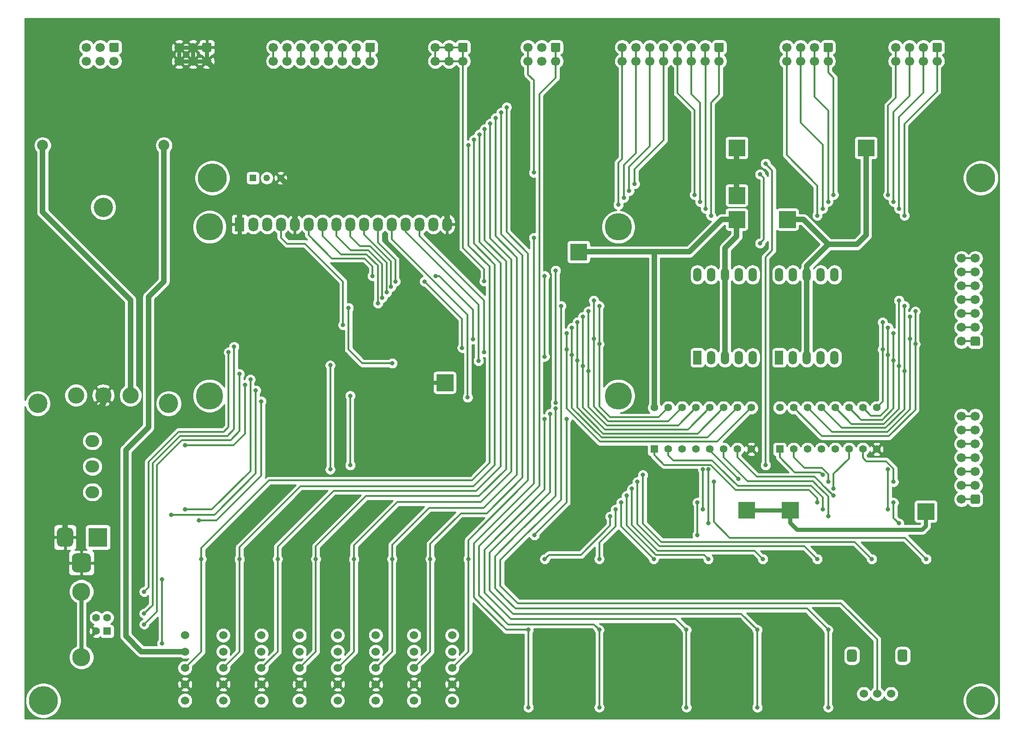
<source format=gbl>
G04 #@! TF.GenerationSoftware,KiCad,Pcbnew,(5.1.6)-1*
G04 #@! TF.CreationDate,2021-05-08T07:02:18+07:00*
G04 #@! TF.ProjectId,digitalSystemBoard,64696769-7461-46c5-9379-7374656d426f,rev?*
G04 #@! TF.SameCoordinates,Original*
G04 #@! TF.FileFunction,Copper,L2,Bot*
G04 #@! TF.FilePolarity,Positive*
%FSLAX46Y46*%
G04 Gerber Fmt 4.6, Leading zero omitted, Abs format (unit mm)*
G04 Created by KiCad (PCBNEW (5.1.6)-1) date 2021-05-08 07:02:18*
%MOMM*%
%LPD*%
G01*
G04 APERTURE LIST*
G04 #@! TA.AperFunction,EtchedComponent*
%ADD10C,0.100000*%
G04 #@! TD*
G04 #@! TA.AperFunction,ComponentPad*
%ADD11C,0.750000*%
G04 #@! TD*
G04 #@! TA.AperFunction,ComponentPad*
%ADD12C,3.000000*%
G04 #@! TD*
G04 #@! TA.AperFunction,WasherPad*
%ADD13C,3.550000*%
G04 #@! TD*
G04 #@! TA.AperFunction,ComponentPad*
%ADD14C,1.248000*%
G04 #@! TD*
G04 #@! TA.AperFunction,ComponentPad*
%ADD15R,1.248000X1.248000*%
G04 #@! TD*
G04 #@! TA.AperFunction,ComponentPad*
%ADD16C,2.000000*%
G04 #@! TD*
G04 #@! TA.AperFunction,ComponentPad*
%ADD17O,2.500000X2.250000*%
G04 #@! TD*
G04 #@! TA.AperFunction,WasherPad*
%ADD18C,5.000000*%
G04 #@! TD*
G04 #@! TA.AperFunction,ComponentPad*
%ADD19O,1.800000X2.600000*%
G04 #@! TD*
G04 #@! TA.AperFunction,ComponentPad*
%ADD20R,1.800000X2.600000*%
G04 #@! TD*
G04 #@! TA.AperFunction,ComponentPad*
%ADD21R,1.524000X2.524000*%
G04 #@! TD*
G04 #@! TA.AperFunction,ComponentPad*
%ADD22O,1.524000X2.524000*%
G04 #@! TD*
G04 #@! TA.AperFunction,ComponentPad*
%ADD23C,1.700000*%
G04 #@! TD*
G04 #@! TA.AperFunction,ComponentPad*
%ADD24C,1.397000*%
G04 #@! TD*
G04 #@! TA.AperFunction,ComponentPad*
%ADD25R,1.397000X1.397000*%
G04 #@! TD*
G04 #@! TA.AperFunction,WasherPad*
%ADD26C,1.524000*%
G04 #@! TD*
G04 #@! TA.AperFunction,ComponentPad*
%ADD27C,1.524000*%
G04 #@! TD*
G04 #@! TA.AperFunction,ComponentPad*
%ADD28R,3.500000X3.500000*%
G04 #@! TD*
G04 #@! TA.AperFunction,WasherPad*
%ADD29C,5.300000*%
G04 #@! TD*
G04 #@! TA.AperFunction,ComponentPad*
%ADD30R,1.408000X1.408000*%
G04 #@! TD*
G04 #@! TA.AperFunction,ComponentPad*
%ADD31C,1.408000*%
G04 #@! TD*
G04 #@! TA.AperFunction,ComponentPad*
%ADD32C,3.316000*%
G04 #@! TD*
G04 #@! TA.AperFunction,ViaPad*
%ADD33C,0.800000*%
G04 #@! TD*
G04 #@! TA.AperFunction,Conductor*
%ADD34C,0.750000*%
G04 #@! TD*
G04 #@! TA.AperFunction,Conductor*
%ADD35C,1.000000*%
G04 #@! TD*
G04 #@! TA.AperFunction,Conductor*
%ADD36C,0.350000*%
G04 #@! TD*
G04 #@! TA.AperFunction,Conductor*
%ADD37C,0.500000*%
G04 #@! TD*
G04 #@! TA.AperFunction,Conductor*
%ADD38C,0.254000*%
G04 #@! TD*
G04 APERTURE END LIST*
D10*
G36*
X184500000Y-122500000D02*
G01*
X181500000Y-122500000D01*
X181500000Y-119500000D01*
X184500000Y-119500000D01*
X184500000Y-122500000D01*
G37*
X184500000Y-122500000D02*
X181500000Y-122500000D01*
X181500000Y-119500000D01*
X184500000Y-119500000D01*
X184500000Y-122500000D01*
G36*
X192500000Y-122500000D02*
G01*
X189500000Y-122500000D01*
X189500000Y-119500000D01*
X192500000Y-119500000D01*
X192500000Y-122500000D01*
G37*
X192500000Y-122500000D02*
X189500000Y-122500000D01*
X189500000Y-119500000D01*
X192500000Y-119500000D01*
X192500000Y-122500000D01*
G36*
X217410000Y-122750000D02*
G01*
X214410000Y-122750000D01*
X214410000Y-119750000D01*
X217410000Y-119750000D01*
X217410000Y-122750000D01*
G37*
X217410000Y-122750000D02*
X214410000Y-122750000D01*
X214410000Y-119750000D01*
X217410000Y-119750000D01*
X217410000Y-122750000D01*
G36*
X129160000Y-99080000D02*
G01*
X126160000Y-99080000D01*
X126160000Y-96080000D01*
X129160000Y-96080000D01*
X129160000Y-99080000D01*
G37*
X129160000Y-99080000D02*
X126160000Y-99080000D01*
X126160000Y-96080000D01*
X129160000Y-96080000D01*
X129160000Y-99080000D01*
G36*
X182720000Y-55960000D02*
G01*
X179720000Y-55960000D01*
X179720000Y-52960000D01*
X182720000Y-52960000D01*
X182720000Y-55960000D01*
G37*
X182720000Y-55960000D02*
X179720000Y-55960000D01*
X179720000Y-52960000D01*
X182720000Y-52960000D01*
X182720000Y-55960000D01*
G36*
X182720000Y-64700000D02*
G01*
X179720000Y-64700000D01*
X179720000Y-61700000D01*
X182720000Y-61700000D01*
X182720000Y-64700000D01*
G37*
X182720000Y-64700000D02*
X179720000Y-64700000D01*
X179720000Y-61700000D01*
X182720000Y-61700000D01*
X182720000Y-64700000D01*
G36*
X192010000Y-69110000D02*
G01*
X189010000Y-69110000D01*
X189010000Y-66110000D01*
X192010000Y-66110000D01*
X192010000Y-69110000D01*
G37*
X192010000Y-69110000D02*
X189010000Y-69110000D01*
X189010000Y-66110000D01*
X192010000Y-66110000D01*
X192010000Y-69110000D01*
G36*
X206450000Y-55960000D02*
G01*
X203450000Y-55960000D01*
X203450000Y-52960000D01*
X206450000Y-52960000D01*
X206450000Y-55960000D01*
G37*
X206450000Y-55960000D02*
X203450000Y-55960000D01*
X203450000Y-52960000D01*
X206450000Y-52960000D01*
X206450000Y-55960000D01*
G36*
X182720000Y-69110000D02*
G01*
X179720000Y-69110000D01*
X179720000Y-66110000D01*
X182720000Y-66110000D01*
X182720000Y-69110000D01*
G37*
X182720000Y-69110000D02*
X179720000Y-69110000D01*
X179720000Y-66110000D01*
X182720000Y-66110000D01*
X182720000Y-69110000D01*
G36*
X153710000Y-75070000D02*
G01*
X150710000Y-75070000D01*
X150710000Y-72070000D01*
X153710000Y-72070000D01*
X153710000Y-75070000D01*
G37*
X153710000Y-75070000D02*
X150710000Y-75070000D01*
X150710000Y-72070000D01*
X153710000Y-72070000D01*
X153710000Y-75070000D01*
D11*
X184000000Y-122000000D03*
X182000000Y-122000000D03*
X182000000Y-120000000D03*
X184000000Y-120000000D03*
X183000000Y-121000000D03*
X191000000Y-121000000D03*
X192000000Y-120000000D03*
X190000000Y-120000000D03*
X190000000Y-122000000D03*
X192000000Y-122000000D03*
X216910000Y-122250000D03*
X214910000Y-122250000D03*
X214910000Y-120250000D03*
X216910000Y-120250000D03*
X215910000Y-121250000D03*
X128660000Y-98580000D03*
X126660000Y-98580000D03*
X126660000Y-96580000D03*
X128660000Y-96580000D03*
X127660000Y-97580000D03*
X181220000Y-54460000D03*
X182220000Y-53460000D03*
X180220000Y-53460000D03*
X180220000Y-55460000D03*
X182220000Y-55460000D03*
X182220000Y-64200000D03*
X180220000Y-64200000D03*
X180220000Y-62200000D03*
X182220000Y-62200000D03*
X181220000Y-63200000D03*
X190510000Y-67610000D03*
X191510000Y-66610000D03*
X189510000Y-66610000D03*
X189510000Y-68610000D03*
X191510000Y-68610000D03*
X205950000Y-55460000D03*
X203950000Y-55460000D03*
X203950000Y-53460000D03*
X205950000Y-53460000D03*
X204950000Y-54460000D03*
X182220000Y-68610000D03*
X180220000Y-68610000D03*
X180220000Y-66610000D03*
X182220000Y-66610000D03*
X181220000Y-67610000D03*
X153210000Y-74570000D03*
X151210000Y-74570000D03*
X151210000Y-72570000D03*
X153210000Y-72570000D03*
X152210000Y-73570000D03*
D12*
X70000000Y-99920000D03*
X60000000Y-99920000D03*
X65000000Y-99920000D03*
D13*
X77000000Y-101420000D03*
X53000000Y-101420000D03*
X65000000Y-65370000D03*
D14*
X97540000Y-60000000D03*
X95000000Y-60000000D03*
D15*
X92460000Y-60000000D03*
D16*
X76125000Y-54000000D03*
X53875000Y-54000000D03*
D17*
X63000000Y-117700000D03*
X63000000Y-108300000D03*
X63000000Y-113000000D03*
D18*
X159500000Y-69000000D03*
X159500000Y-100000000D03*
X84500000Y-100000000D03*
X84500000Y-69000000D03*
D19*
X128100000Y-68500000D03*
X125560000Y-68500000D03*
X123020000Y-68500000D03*
X120480000Y-68500000D03*
X117940000Y-68500000D03*
X115400000Y-68500000D03*
X112860000Y-68500000D03*
X110320000Y-68500000D03*
X107780000Y-68500000D03*
X105240000Y-68500000D03*
X102700000Y-68500000D03*
X100160000Y-68500000D03*
X97620000Y-68500000D03*
X95080000Y-68500000D03*
X92540000Y-68500000D03*
D20*
X90000000Y-68500000D03*
D21*
X174000000Y-93000000D03*
D22*
X176540000Y-93000000D03*
X179080000Y-93000000D03*
X181620000Y-93000000D03*
X184160000Y-93000000D03*
X184160000Y-77760000D03*
X181620000Y-77760000D03*
X179080000Y-77760000D03*
X176540000Y-77760000D03*
X174000000Y-77760000D03*
D23*
X142920000Y-38540000D03*
X145460000Y-38540000D03*
X148000000Y-38540000D03*
X142920000Y-36000000D03*
X145460000Y-36000000D03*
G04 #@! TA.AperFunction,ComponentPad*
G36*
G01*
X147400000Y-35150000D02*
X148600000Y-35150000D01*
G75*
G02*
X148850000Y-35400000I0J-250000D01*
G01*
X148850000Y-36600000D01*
G75*
G02*
X148600000Y-36850000I-250000J0D01*
G01*
X147400000Y-36850000D01*
G75*
G02*
X147150000Y-36600000I0J250000D01*
G01*
X147150000Y-35400000D01*
G75*
G02*
X147400000Y-35150000I250000J0D01*
G01*
G37*
G04 #@! TD.AperFunction*
D24*
X166110000Y-102190000D03*
X168650000Y-102190000D03*
X183890000Y-109810000D03*
X173730000Y-102190000D03*
X176270000Y-102190000D03*
X178810000Y-102190000D03*
X181350000Y-102190000D03*
X183890000Y-102190000D03*
X181350000Y-109810000D03*
X178810000Y-109810000D03*
X176270000Y-109810000D03*
X171190000Y-102190000D03*
X173730000Y-109810000D03*
X171190000Y-109810000D03*
X168650000Y-109810000D03*
D25*
X166110000Y-109810000D03*
D26*
X129000000Y-144000000D03*
X129000000Y-156000000D03*
D27*
X129000000Y-147000000D03*
X129000000Y-153000000D03*
X129000000Y-150000000D03*
D26*
X80000000Y-144000000D03*
X80000000Y-156000000D03*
D27*
X80000000Y-147000000D03*
X80000000Y-153000000D03*
X80000000Y-150000000D03*
D23*
X78920000Y-38540000D03*
X81460000Y-38540000D03*
X84000000Y-38540000D03*
X78920000Y-36000000D03*
X81460000Y-36000000D03*
G04 #@! TA.AperFunction,ComponentPad*
G36*
G01*
X83400000Y-35150000D02*
X84600000Y-35150000D01*
G75*
G02*
X84850000Y-35400000I0J-250000D01*
G01*
X84850000Y-36600000D01*
G75*
G02*
X84600000Y-36850000I-250000J0D01*
G01*
X83400000Y-36850000D01*
G75*
G02*
X83150000Y-36600000I0J250000D01*
G01*
X83150000Y-35400000D01*
G75*
G02*
X83400000Y-35150000I250000J0D01*
G01*
G37*
G04 #@! TD.AperFunction*
X61920000Y-38540000D03*
X64460000Y-38540000D03*
X67000000Y-38540000D03*
X61920000Y-36000000D03*
X64460000Y-36000000D03*
G04 #@! TA.AperFunction,ComponentPad*
G36*
G01*
X66400000Y-35150000D02*
X67600000Y-35150000D01*
G75*
G02*
X67850000Y-35400000I0J-250000D01*
G01*
X67850000Y-36600000D01*
G75*
G02*
X67600000Y-36850000I-250000J0D01*
G01*
X66400000Y-36850000D01*
G75*
G02*
X66150000Y-36600000I0J250000D01*
G01*
X66150000Y-35400000D01*
G75*
G02*
X66400000Y-35150000I250000J0D01*
G01*
G37*
G04 #@! TD.AperFunction*
X125920000Y-38540000D03*
X128460000Y-38540000D03*
X131000000Y-38540000D03*
X125920000Y-36000000D03*
X128460000Y-36000000D03*
G04 #@! TA.AperFunction,ComponentPad*
G36*
G01*
X130400000Y-35150000D02*
X131600000Y-35150000D01*
G75*
G02*
X131850000Y-35400000I0J-250000D01*
G01*
X131850000Y-36600000D01*
G75*
G02*
X131600000Y-36850000I-250000J0D01*
G01*
X130400000Y-36850000D01*
G75*
G02*
X130150000Y-36600000I0J250000D01*
G01*
X130150000Y-35400000D01*
G75*
G02*
X130400000Y-35150000I250000J0D01*
G01*
G37*
G04 #@! TD.AperFunction*
X96220000Y-38540000D03*
X98760000Y-38540000D03*
X101300000Y-38540000D03*
X103840000Y-38540000D03*
X106380000Y-38540000D03*
X108920000Y-38540000D03*
X111460000Y-38540000D03*
X114000000Y-38540000D03*
X96220000Y-36000000D03*
X98760000Y-36000000D03*
X101300000Y-36000000D03*
X103840000Y-36000000D03*
X106380000Y-36000000D03*
X108920000Y-36000000D03*
X111460000Y-36000000D03*
G04 #@! TA.AperFunction,ComponentPad*
G36*
G01*
X113400000Y-35150000D02*
X114600000Y-35150000D01*
G75*
G02*
X114850000Y-35400000I0J-250000D01*
G01*
X114850000Y-36600000D01*
G75*
G02*
X114600000Y-36850000I-250000J0D01*
G01*
X113400000Y-36850000D01*
G75*
G02*
X113150000Y-36600000I0J250000D01*
G01*
X113150000Y-35400000D01*
G75*
G02*
X113400000Y-35150000I250000J0D01*
G01*
G37*
G04 #@! TD.AperFunction*
X222460000Y-103760000D03*
X222460000Y-106300000D03*
X222460000Y-108840000D03*
X222460000Y-111380000D03*
X222460000Y-113920000D03*
X222460000Y-116460000D03*
X222460000Y-119000000D03*
X225000000Y-103760000D03*
X225000000Y-106300000D03*
X225000000Y-108840000D03*
X225000000Y-111380000D03*
X225000000Y-113920000D03*
X225000000Y-116460000D03*
G04 #@! TA.AperFunction,ComponentPad*
G36*
G01*
X225850000Y-118400000D02*
X225850000Y-119600000D01*
G75*
G02*
X225600000Y-119850000I-250000J0D01*
G01*
X224400000Y-119850000D01*
G75*
G02*
X224150000Y-119600000I0J250000D01*
G01*
X224150000Y-118400000D01*
G75*
G02*
X224400000Y-118150000I250000J0D01*
G01*
X225600000Y-118150000D01*
G75*
G02*
X225850000Y-118400000I0J-250000D01*
G01*
G37*
G04 #@! TD.AperFunction*
X222460000Y-74760000D03*
X222460000Y-77300000D03*
X222460000Y-79840000D03*
X222460000Y-82380000D03*
X222460000Y-84920000D03*
X222460000Y-87460000D03*
X222460000Y-90000000D03*
X225000000Y-74760000D03*
X225000000Y-77300000D03*
X225000000Y-79840000D03*
X225000000Y-82380000D03*
X225000000Y-84920000D03*
X225000000Y-87460000D03*
G04 #@! TA.AperFunction,ComponentPad*
G36*
G01*
X225850000Y-89400000D02*
X225850000Y-90600000D01*
G75*
G02*
X225600000Y-90850000I-250000J0D01*
G01*
X224400000Y-90850000D01*
G75*
G02*
X224150000Y-90600000I0J250000D01*
G01*
X224150000Y-89400000D01*
G75*
G02*
X224400000Y-89150000I250000J0D01*
G01*
X225600000Y-89150000D01*
G75*
G02*
X225850000Y-89400000I0J-250000D01*
G01*
G37*
G04 #@! TD.AperFunction*
X160220000Y-38540000D03*
X162760000Y-38540000D03*
X165300000Y-38540000D03*
X167840000Y-38540000D03*
X170380000Y-38540000D03*
X172920000Y-38540000D03*
X175460000Y-38540000D03*
X178000000Y-38540000D03*
X160220000Y-36000000D03*
X162760000Y-36000000D03*
X165300000Y-36000000D03*
X167840000Y-36000000D03*
X170380000Y-36000000D03*
X172920000Y-36000000D03*
X175460000Y-36000000D03*
G04 #@! TA.AperFunction,ComponentPad*
G36*
G01*
X177400000Y-35150000D02*
X178600000Y-35150000D01*
G75*
G02*
X178850000Y-35400000I0J-250000D01*
G01*
X178850000Y-36600000D01*
G75*
G02*
X178600000Y-36850000I-250000J0D01*
G01*
X177400000Y-36850000D01*
G75*
G02*
X177150000Y-36600000I0J250000D01*
G01*
X177150000Y-35400000D01*
G75*
G02*
X177400000Y-35150000I250000J0D01*
G01*
G37*
G04 #@! TD.AperFunction*
X190380000Y-38540000D03*
X192920000Y-38540000D03*
X195460000Y-38540000D03*
X198000000Y-38540000D03*
X190380000Y-36000000D03*
X192920000Y-36000000D03*
X195460000Y-36000000D03*
G04 #@! TA.AperFunction,ComponentPad*
G36*
G01*
X197400000Y-35150000D02*
X198600000Y-35150000D01*
G75*
G02*
X198850000Y-35400000I0J-250000D01*
G01*
X198850000Y-36600000D01*
G75*
G02*
X198600000Y-36850000I-250000J0D01*
G01*
X197400000Y-36850000D01*
G75*
G02*
X197150000Y-36600000I0J250000D01*
G01*
X197150000Y-35400000D01*
G75*
G02*
X197400000Y-35150000I250000J0D01*
G01*
G37*
G04 #@! TD.AperFunction*
X210380000Y-38540000D03*
X212920000Y-38540000D03*
X215460000Y-38540000D03*
X218000000Y-38540000D03*
X210380000Y-36000000D03*
X212920000Y-36000000D03*
X215460000Y-36000000D03*
G04 #@! TA.AperFunction,ComponentPad*
G36*
G01*
X217400000Y-35150000D02*
X218600000Y-35150000D01*
G75*
G02*
X218850000Y-35400000I0J-250000D01*
G01*
X218850000Y-36600000D01*
G75*
G02*
X218600000Y-36850000I-250000J0D01*
G01*
X217400000Y-36850000D01*
G75*
G02*
X217150000Y-36600000I0J250000D01*
G01*
X217150000Y-35400000D01*
G75*
G02*
X217400000Y-35150000I250000J0D01*
G01*
G37*
G04 #@! TD.AperFunction*
G04 #@! TA.AperFunction,ComponentPad*
G36*
G01*
X59250000Y-131575000D02*
X59250000Y-129825000D01*
G75*
G02*
X60125000Y-128950000I875000J0D01*
G01*
X61875000Y-128950000D01*
G75*
G02*
X62750000Y-129825000I0J-875000D01*
G01*
X62750000Y-131575000D01*
G75*
G02*
X61875000Y-132450000I-875000J0D01*
G01*
X60125000Y-132450000D01*
G75*
G02*
X59250000Y-131575000I0J875000D01*
G01*
G37*
G04 #@! TD.AperFunction*
G04 #@! TA.AperFunction,ComponentPad*
G36*
G01*
X56500000Y-127000000D02*
X56500000Y-125000000D01*
G75*
G02*
X57250000Y-124250000I750000J0D01*
G01*
X58750000Y-124250000D01*
G75*
G02*
X59500000Y-125000000I0J-750000D01*
G01*
X59500000Y-127000000D01*
G75*
G02*
X58750000Y-127750000I-750000J0D01*
G01*
X57250000Y-127750000D01*
G75*
G02*
X56500000Y-127000000I0J750000D01*
G01*
G37*
G04 #@! TD.AperFunction*
D28*
X64000000Y-126000000D03*
D26*
X87000000Y-144000000D03*
X87000000Y-156000000D03*
D27*
X87000000Y-147000000D03*
X87000000Y-153000000D03*
X87000000Y-150000000D03*
D26*
X94000000Y-144000000D03*
X94000000Y-156000000D03*
D27*
X94000000Y-147000000D03*
X94000000Y-153000000D03*
X94000000Y-150000000D03*
D26*
X101000000Y-144000000D03*
X101000000Y-156000000D03*
D27*
X101000000Y-147000000D03*
X101000000Y-153000000D03*
X101000000Y-150000000D03*
D26*
X108000000Y-144000000D03*
X108000000Y-156000000D03*
D27*
X108000000Y-147000000D03*
X108000000Y-153000000D03*
X108000000Y-150000000D03*
D26*
X115000000Y-144000000D03*
X115000000Y-156000000D03*
D27*
X115000000Y-147000000D03*
X115000000Y-153000000D03*
X115000000Y-150000000D03*
D26*
X122000000Y-144000000D03*
X122000000Y-156000000D03*
D27*
X122000000Y-147000000D03*
X122000000Y-153000000D03*
X122000000Y-150000000D03*
G04 #@! TA.AperFunction,WasherPad*
G36*
G01*
X212550000Y-147040000D02*
X212550000Y-148440000D01*
G75*
G02*
X212100000Y-148890000I-450000J0D01*
G01*
X211200000Y-148890000D01*
G75*
G02*
X210750000Y-148440000I0J450000D01*
G01*
X210750000Y-147040000D01*
G75*
G02*
X211200000Y-146590000I450000J0D01*
G01*
X212100000Y-146590000D01*
G75*
G02*
X212550000Y-147040000I0J-450000D01*
G01*
G37*
G04 #@! TD.AperFunction*
G04 #@! TA.AperFunction,WasherPad*
G36*
G01*
X203250000Y-147040000D02*
X203250000Y-148440000D01*
G75*
G02*
X202800000Y-148890000I-450000J0D01*
G01*
X201900000Y-148890000D01*
G75*
G02*
X201450000Y-148440000I0J450000D01*
G01*
X201450000Y-147040000D01*
G75*
G02*
X201900000Y-146590000I450000J0D01*
G01*
X202800000Y-146590000D01*
G75*
G02*
X203250000Y-147040000I0J-450000D01*
G01*
G37*
G04 #@! TD.AperFunction*
X207000000Y-154740000D03*
X204540000Y-154740000D03*
X209540000Y-154740000D03*
D29*
X226000000Y-60000000D03*
X85000000Y-60000000D03*
X226000000Y-156000000D03*
X54000000Y-156000000D03*
D24*
X189110000Y-102190000D03*
X191650000Y-102190000D03*
X206890000Y-109810000D03*
X196730000Y-102190000D03*
X199270000Y-102190000D03*
X201810000Y-102190000D03*
X204350000Y-102190000D03*
X206890000Y-102190000D03*
X204350000Y-109810000D03*
X201810000Y-109810000D03*
X199270000Y-109810000D03*
X194190000Y-102190000D03*
X196730000Y-109810000D03*
X194190000Y-109810000D03*
X191650000Y-109810000D03*
D25*
X189110000Y-109810000D03*
D21*
X189000000Y-93000000D03*
D22*
X191540000Y-93000000D03*
X194080000Y-93000000D03*
X196620000Y-93000000D03*
X199160000Y-93000000D03*
X199160000Y-77760000D03*
X196620000Y-77760000D03*
X194080000Y-77760000D03*
X191540000Y-77760000D03*
X189000000Y-77760000D03*
D30*
X65700000Y-143250000D03*
D31*
X65700000Y-140750000D03*
X63700000Y-140750000D03*
X63700000Y-143250000D03*
D32*
X61000000Y-135980000D03*
X61000000Y-148020000D03*
D33*
X100500000Y-81000000D03*
X100500000Y-85000000D03*
X100500000Y-89000000D03*
X100500000Y-93000000D03*
X99500000Y-93000000D03*
X99500000Y-81000000D03*
X99500000Y-85000000D03*
X99500000Y-89000000D03*
X143000000Y-157250000D03*
X143000000Y-143000000D03*
X144000000Y-71000000D03*
X123940000Y-79000000D03*
X134900000Y-78970000D03*
X130850000Y-91200000D03*
X156000000Y-157250000D03*
X156000000Y-143000000D03*
X172000000Y-157250000D03*
X146000000Y-104300000D03*
X172000000Y-143000000D03*
X185000000Y-157250000D03*
X147000000Y-103300000D03*
X185000000Y-143000000D03*
X198000000Y-157250000D03*
X148000000Y-102300000D03*
X198000000Y-143000000D03*
X94000000Y-101016070D03*
X82540000Y-122900000D03*
X75787500Y-133750000D03*
X75787500Y-145475000D03*
X110000000Y-83856080D03*
X118010000Y-94040000D03*
X90000000Y-96000000D03*
X72500000Y-142000000D03*
X181500000Y-115300000D03*
X134850000Y-92000000D03*
X133850000Y-93600000D03*
X131850000Y-100300000D03*
X118600000Y-79000000D03*
X117800000Y-80000000D03*
X117000000Y-81000000D03*
X116200000Y-82000000D03*
X115400000Y-83000000D03*
X126000000Y-78000000D03*
X114400000Y-78000000D03*
X132850000Y-89600000D03*
X109000000Y-87000000D03*
X212000000Y-66905000D03*
X211000000Y-65635000D03*
X210000000Y-64365000D03*
X209000000Y-63095000D03*
X213000000Y-85500000D03*
X213000000Y-89500000D03*
X214000000Y-84500000D03*
X214000000Y-90500000D03*
X208000000Y-86500000D03*
X208000000Y-91500000D03*
X209000000Y-87500000D03*
X209000000Y-92500000D03*
X210000000Y-88500000D03*
X210000000Y-93500000D03*
X211000000Y-82500000D03*
X211000000Y-94500000D03*
X212000000Y-83500000D03*
X212000000Y-95500000D03*
X199000000Y-63095000D03*
X198000000Y-64365000D03*
X197000000Y-65635000D03*
X196000000Y-66905000D03*
X155000000Y-82500000D03*
X155000000Y-89500000D03*
X156000000Y-83500000D03*
X156000000Y-90500000D03*
X150000000Y-88500000D03*
X150000000Y-91500000D03*
X151000000Y-87500000D03*
X151000000Y-92500000D03*
X152000000Y-86500000D03*
X152000000Y-93500000D03*
X153000000Y-85500000D03*
X153000000Y-94500000D03*
X154000000Y-84500000D03*
X154000000Y-95500000D03*
X159500000Y-64905000D03*
X160500000Y-63635000D03*
X176500000Y-66905000D03*
X175500000Y-65635000D03*
X174500000Y-64365000D03*
X162500000Y-61095000D03*
X161500000Y-62365000D03*
X173500000Y-63095000D03*
X132000000Y-54000000D03*
X83000000Y-130000000D03*
X133000000Y-53000000D03*
X90000000Y-130000000D03*
X139000000Y-47000000D03*
X132000000Y-130000000D03*
X138000000Y-48000000D03*
X125000000Y-130000000D03*
X137000000Y-49000000D03*
X118000000Y-130000000D03*
X135000000Y-51000000D03*
X104000000Y-130000000D03*
X134000000Y-52000000D03*
X97000000Y-130000000D03*
X136000000Y-50000000D03*
X111000000Y-130000000D03*
X144000000Y-59000000D03*
X177000000Y-115825000D03*
X216000000Y-130000000D03*
X206000000Y-130000000D03*
X164000000Y-114555000D03*
X196000000Y-130000000D03*
X163000000Y-115825000D03*
X176000000Y-130000000D03*
X161000000Y-118365000D03*
X162000000Y-117095000D03*
X186000000Y-130000000D03*
X160000000Y-119635000D03*
X166000000Y-130000000D03*
X159000000Y-120905000D03*
X156000000Y-130000000D03*
X146000000Y-130000000D03*
X158000000Y-122175000D03*
X72500000Y-136000000D03*
X88000000Y-92000000D03*
X89000000Y-91000000D03*
X72500000Y-140000000D03*
X210000000Y-115825000D03*
X198000000Y-115825000D03*
X199000000Y-117095000D03*
X197000000Y-114555000D03*
X199000000Y-118365000D03*
X198000000Y-122175000D03*
X197000000Y-120905000D03*
X196000000Y-119635000D03*
X149000000Y-83500000D03*
X146000000Y-78000000D03*
X185500000Y-71990000D03*
X146000000Y-92800000D03*
X185500000Y-59316080D03*
X148000000Y-77000000D03*
X148000000Y-101300000D03*
X209000000Y-120905000D03*
X209000000Y-113540000D03*
X175000000Y-120905000D03*
X175000000Y-113540000D03*
X186500000Y-57360000D03*
X110300000Y-100000000D03*
X110310000Y-112740000D03*
X186500000Y-112740000D03*
X93000000Y-99000000D03*
X77460000Y-121900000D03*
X91000000Y-98000000D03*
X80000000Y-109100000D03*
X92000000Y-97000000D03*
X80000000Y-120900000D03*
X211000000Y-123445000D03*
X174000000Y-125595000D03*
X150000000Y-104300000D03*
X210000000Y-119635000D03*
X174000000Y-119635000D03*
X144125000Y-125595000D03*
X106650000Y-113540000D03*
X106650000Y-94400000D03*
X176000000Y-113540000D03*
X176000000Y-123445000D03*
D34*
X78920000Y-36000000D02*
X81460000Y-36000000D01*
X84000000Y-36000000D02*
X81460000Y-36000000D01*
X78920000Y-36000000D02*
X78920000Y-38540000D01*
X78920000Y-38540000D02*
X81460000Y-38540000D01*
X81460000Y-36000000D02*
X81460000Y-38540000D01*
X84000000Y-36000000D02*
X84000000Y-38540000D01*
X81460000Y-38540000D02*
X84000000Y-38540000D01*
D35*
X90000000Y-44540000D02*
X84000000Y-38540000D01*
D34*
X99500000Y-81000000D02*
X99500000Y-85000000D01*
X99500000Y-85000000D02*
X99500000Y-89000000D01*
X99500000Y-89000000D02*
X99500000Y-93040000D01*
X99500000Y-81000000D02*
X100500000Y-81000000D01*
X99500000Y-85000000D02*
X100500000Y-85000000D01*
X99500000Y-89000000D02*
X100500000Y-89000000D01*
X100460000Y-93040000D02*
X100500000Y-93000000D01*
X99500000Y-93040000D02*
X100460000Y-93040000D01*
X100500000Y-81000000D02*
X100500000Y-85000000D01*
X100500000Y-89000000D02*
X100500000Y-85000000D01*
X100500000Y-93000000D02*
X100500000Y-89000000D01*
X92070000Y-74620000D02*
X90000000Y-72550000D01*
X99500000Y-81000000D02*
X99500000Y-76880000D01*
X97240000Y-74620000D02*
X92070000Y-74620000D01*
X99500000Y-76880000D02*
X97240000Y-74620000D01*
D35*
X181220000Y-54460000D02*
X181220000Y-63200000D01*
X181220000Y-54460000D02*
X180220000Y-53460000D01*
X181220000Y-54460000D02*
X182220000Y-53460000D01*
X181220000Y-54460000D02*
X182220000Y-55460000D01*
X181220000Y-54460000D02*
X180220000Y-55460000D01*
X181220000Y-63200000D02*
X180220000Y-62200000D01*
X181220000Y-63200000D02*
X182240000Y-62180000D01*
X181220000Y-63200000D02*
X182220000Y-64200000D01*
X181220000Y-63200000D02*
X180220000Y-64200000D01*
D34*
X104430000Y-89000000D02*
X100500000Y-89000000D01*
X113010000Y-97580000D02*
X104430000Y-89000000D01*
D35*
X90000000Y-65800000D02*
X90000000Y-68500000D01*
X100160000Y-66950000D02*
X99010000Y-65800000D01*
X100160000Y-68500000D02*
X100160000Y-66950000D01*
D34*
X90000000Y-68500000D02*
X90000000Y-72550000D01*
D35*
X126950000Y-65800000D02*
X128100000Y-66950000D01*
X128100000Y-66950000D02*
X128100000Y-68500000D01*
X126950000Y-65800000D02*
X101310000Y-65800000D01*
X100160000Y-66950000D02*
X101310000Y-65800000D01*
X90000000Y-65800000D02*
X90000000Y-44540000D01*
X90000000Y-65800000D02*
X99010000Y-65800000D01*
X99010000Y-61470000D02*
X97540000Y-60000000D01*
X99010000Y-65800000D02*
X99010000Y-61470000D01*
D34*
X127660000Y-97580000D02*
X113010000Y-97580000D01*
X90000000Y-72550000D02*
X89970000Y-72550000D01*
D35*
X65000000Y-101470000D02*
X65000000Y-99920000D01*
X58000000Y-108470000D02*
X65000000Y-101470000D01*
X58000000Y-126000000D02*
X58000000Y-108470000D01*
D36*
X132975001Y-130468001D02*
X132975001Y-130468001D01*
X143000000Y-143000000D02*
X138910640Y-143000000D01*
X132975001Y-137064361D02*
X132975001Y-134787799D01*
X138910640Y-143000000D02*
X134286720Y-138376080D01*
X134286720Y-138376080D02*
X132975001Y-137064361D01*
X132975001Y-134787799D02*
X132975001Y-130477799D01*
X132975001Y-130477799D02*
X132975001Y-130468001D01*
X132975001Y-129617799D02*
X132975001Y-129617799D01*
X144000000Y-71000000D02*
X144000000Y-116100000D01*
X144000000Y-116100000D02*
X132975001Y-127124999D01*
X132975001Y-127124999D02*
X132975001Y-130477799D01*
X143000000Y-143000000D02*
X143000000Y-157250000D01*
X131000000Y-36000000D02*
X131000000Y-38540000D01*
X128460000Y-36000000D02*
X128460000Y-38540000D01*
X125920000Y-36000000D02*
X125920000Y-38540000D01*
X125920000Y-36000000D02*
X128460000Y-36000000D01*
X131000000Y-36000000D02*
X128460000Y-36000000D01*
X125920000Y-38540000D02*
X128460000Y-38540000D01*
X131000000Y-38540000D02*
X128460000Y-38540000D01*
X130850000Y-85910000D02*
X123940000Y-79000000D01*
X130850000Y-91200000D02*
X130850000Y-85910000D01*
X130990000Y-38550000D02*
X131000000Y-38540000D01*
X134900000Y-78970000D02*
X134900000Y-76780000D01*
X130990000Y-72870000D02*
X130990000Y-38550000D01*
X134900000Y-76780000D02*
X130990000Y-72870000D01*
X156000000Y-143000000D02*
X155024999Y-142024999D01*
X133950002Y-130442798D02*
X133950002Y-130332798D01*
X155024999Y-142024999D02*
X145647801Y-142024999D01*
X133950002Y-136659362D02*
X133950002Y-133492798D01*
X139315639Y-142024999D02*
X134706720Y-137416080D01*
X133950002Y-133492798D02*
X133950002Y-130442798D01*
X134706720Y-137416080D02*
X133950002Y-136659362D01*
X145647801Y-142024999D02*
X139315639Y-142024999D01*
X133950002Y-129592798D02*
X133950002Y-129592798D01*
X148000000Y-36000000D02*
X148000000Y-38540000D01*
X145024999Y-44605001D02*
X148000000Y-41630000D01*
X145024999Y-116575001D02*
X145024999Y-44605001D01*
X148000000Y-41630000D02*
X148000000Y-38540000D01*
X133950002Y-130442798D02*
X133950002Y-127649998D01*
X133950002Y-127649998D02*
X145024999Y-116575001D01*
X156000000Y-157250000D02*
X156000000Y-143000000D01*
X134925003Y-129624363D02*
X134925003Y-129624363D01*
X146000000Y-117200000D02*
X134925003Y-128274997D01*
X134925003Y-136191361D02*
X139783640Y-141049998D01*
X170049998Y-141049998D02*
X172000000Y-143000000D01*
X146000000Y-104300000D02*
X146000000Y-117200000D01*
X134925003Y-128274997D02*
X134925003Y-136191361D01*
X139783640Y-141049998D02*
X170049998Y-141049998D01*
X172000000Y-157250000D02*
X172000000Y-143000000D01*
X135900004Y-131685798D02*
X135900004Y-131685798D01*
X135900004Y-129642796D02*
X135900004Y-129642796D01*
X135900004Y-129642796D02*
X135900004Y-129642796D01*
X135900004Y-129642796D02*
X135900004Y-129642796D01*
X158737803Y-140074997D02*
X158737803Y-140074997D01*
X182074997Y-140074997D02*
X185000000Y-143000000D01*
X147000000Y-117750000D02*
X135900004Y-128849996D01*
X140195637Y-140074997D02*
X182074997Y-140074997D01*
X147000000Y-103300000D02*
X147000000Y-117750000D01*
X135900004Y-128849996D02*
X135900004Y-135779364D01*
X135900004Y-135779364D02*
X140195637Y-140074997D01*
X185000000Y-157250000D02*
X185000000Y-143000000D01*
X194099996Y-139099996D02*
X187242804Y-139099996D01*
X198000000Y-143000000D02*
X194099996Y-139099996D01*
X172762804Y-139099996D02*
X160922804Y-139099996D01*
X142312804Y-139099996D02*
X140610636Y-139099996D01*
X136875005Y-135364365D02*
X136875005Y-132217795D01*
X140610636Y-139099996D02*
X138701720Y-137191080D01*
X136875005Y-130110797D02*
X136875005Y-129667795D01*
X136875005Y-129667795D02*
X136875005Y-129626080D01*
X187242804Y-139099996D02*
X172762804Y-139099996D01*
X160922804Y-139099996D02*
X145122804Y-139099996D01*
X145122804Y-139099996D02*
X142312804Y-139099996D01*
X138701720Y-137191080D02*
X136875005Y-135364365D01*
X136875005Y-132217795D02*
X136875005Y-130110797D01*
X136875005Y-129497701D02*
X136875005Y-129667795D01*
X148000000Y-102300000D02*
X148000000Y-118372706D01*
X148000000Y-118372706D02*
X140916353Y-125456353D01*
X198000000Y-143000000D02*
X198000000Y-157250000D01*
X140916353Y-125456353D02*
X136875005Y-129497701D01*
X75787500Y-145475000D02*
X75787500Y-133750000D01*
X82540000Y-122900000D02*
X85800000Y-122900000D01*
X94000000Y-114700000D02*
X94000000Y-101016070D01*
X85800000Y-122900000D02*
X94000000Y-114700000D01*
X112520000Y-94040000D02*
X118010000Y-94040000D01*
X110000000Y-83856080D02*
X110000000Y-91520000D01*
X110000000Y-91520000D02*
X112520000Y-94040000D01*
X74812499Y-139687501D02*
X74812499Y-112737501D01*
X72500000Y-142000000D02*
X74812499Y-139687501D01*
X79425001Y-108124999D02*
X88375001Y-108124999D01*
X74812499Y-112737501D02*
X79425001Y-108124999D01*
X90000000Y-106500000D02*
X88375001Y-108124999D01*
X90000000Y-96000000D02*
X90000000Y-106500000D01*
D35*
X151210000Y-74570000D02*
X152210000Y-73570000D01*
X153210000Y-72570000D02*
X152210000Y-73570000D01*
X151210000Y-72570000D02*
X152210000Y-73570000D01*
X153210000Y-74570000D02*
X152210000Y-73570000D01*
X166110000Y-73580000D02*
X166100000Y-73570000D01*
X166110000Y-102190000D02*
X166110000Y-73580000D01*
X152210000Y-73570000D02*
X166100000Y-73570000D01*
X166100000Y-73570000D02*
X172540000Y-73570000D01*
X178500000Y-67610000D02*
X181220000Y-67610000D01*
X172540000Y-73570000D02*
X178500000Y-67610000D01*
X203270000Y-72210000D02*
X204950000Y-70530000D01*
X198040000Y-72210000D02*
X203270000Y-72210000D01*
X190510000Y-67610000D02*
X193440000Y-67610000D01*
X193440000Y-67610000D02*
X198040000Y-72210000D01*
X190510000Y-67610000D02*
X191510000Y-66610000D01*
D34*
X190510000Y-67610000D02*
X189510000Y-66610000D01*
X190510000Y-67610000D02*
X189510000Y-68610000D01*
X190510000Y-67610000D02*
X191510000Y-68610000D01*
X215910000Y-121250000D02*
X215910000Y-123930000D01*
X215910000Y-123930000D02*
X215230000Y-124610000D01*
D35*
X181220000Y-67610000D02*
X181220000Y-70730000D01*
X179080000Y-72870000D02*
X179080000Y-77760000D01*
X181220000Y-70730000D02*
X179080000Y-72870000D01*
X179080000Y-77760000D02*
X179080000Y-93000000D01*
X194080000Y-77760000D02*
X194080000Y-93000000D01*
X194080000Y-76170000D02*
X198040000Y-72210000D01*
X194080000Y-77760000D02*
X194080000Y-76170000D01*
X205950000Y-55460000D02*
X204950000Y-54460000D01*
X205950000Y-53460000D02*
X204950000Y-54460000D01*
X203950000Y-53460000D02*
X204950000Y-54460000D01*
X203950000Y-55460000D02*
X204950000Y-54460000D01*
X204950000Y-54460000D02*
X204950000Y-70530000D01*
D36*
X176270000Y-109810000D02*
X176270000Y-110070000D01*
X176270000Y-110070000D02*
X181500000Y-115300000D01*
D34*
X215230000Y-124610000D02*
X192270000Y-124610000D01*
X191000000Y-123340000D02*
X191000000Y-121000000D01*
X192270000Y-124610000D02*
X191000000Y-123340000D01*
X191000000Y-121000000D02*
X187040000Y-121000000D01*
X187040000Y-121000000D02*
X183000000Y-121000000D01*
D35*
X69140000Y-109940000D02*
X73310000Y-105770000D01*
X73310000Y-81820000D02*
X76125000Y-79005000D01*
X69140000Y-144140000D02*
X69140000Y-109940000D01*
X80000000Y-147000000D02*
X72000000Y-147000000D01*
X73310000Y-105770000D02*
X73310000Y-81820000D01*
X72000000Y-147000000D02*
X69140000Y-144140000D01*
X76125000Y-79005000D02*
X76125000Y-54000000D01*
D36*
X134850000Y-82480000D02*
X134850000Y-92000000D01*
X123020000Y-70650000D02*
X134850000Y-82480000D01*
X123020000Y-70650000D02*
X123020000Y-68500000D01*
X133850000Y-83250000D02*
X133850000Y-93600000D01*
X120480000Y-69880000D02*
X133850000Y-83250000D01*
X120480000Y-69880000D02*
X120480000Y-68500000D01*
X131850000Y-85150000D02*
X131850000Y-100300000D01*
X117940000Y-71240000D02*
X131850000Y-85150000D01*
X117940000Y-71240000D02*
X117940000Y-68500000D01*
X118600000Y-75070000D02*
X118600000Y-79000000D01*
X115400000Y-71870000D02*
X118600000Y-75070000D01*
X115400000Y-71870000D02*
X115400000Y-68500000D01*
X117800000Y-80000000D02*
X117800000Y-75330674D01*
X117800000Y-75330674D02*
X112860000Y-70390674D01*
X112860000Y-70390674D02*
X112860000Y-68500000D01*
X110320000Y-70710000D02*
X110320000Y-68500000D01*
X112130000Y-72520000D02*
X110320000Y-70710000D01*
X113928652Y-72520000D02*
X112130000Y-72520000D01*
X117000000Y-81000000D02*
X117000000Y-75591348D01*
X117000000Y-75591348D02*
X113928652Y-72520000D01*
X107780000Y-70680000D02*
X107780000Y-68500000D01*
X110370010Y-73270010D02*
X107780000Y-70680000D01*
X116200000Y-75852022D02*
X113627978Y-73280000D01*
X116200000Y-82000000D02*
X116200000Y-75852022D01*
X113627978Y-73280000D02*
X112860000Y-73280000D01*
X112860000Y-73280000D02*
X112850010Y-73270010D01*
X112850010Y-73270010D02*
X110370010Y-73270010D01*
X115424999Y-82975001D02*
X115400000Y-83000000D01*
X105240000Y-70650000D02*
X108620000Y-74030000D01*
X108620000Y-74030000D02*
X113317304Y-74030000D01*
X113317304Y-74030000D02*
X113317304Y-74037304D01*
X115400000Y-76112696D02*
X113317304Y-74030000D01*
X115400000Y-83000000D02*
X115400000Y-76112696D01*
X105240000Y-70650000D02*
X105240000Y-68500000D01*
X132850000Y-84200000D02*
X132850000Y-89600000D01*
X126000000Y-78000000D02*
X126650000Y-78000000D01*
X126650000Y-78000000D02*
X132850000Y-84200000D01*
X114400000Y-76240000D02*
X114400000Y-78000000D01*
X112950000Y-74790000D02*
X114400000Y-76240000D01*
X106970000Y-74790000D02*
X112950000Y-74790000D01*
X102700000Y-70520000D02*
X106970000Y-74790000D01*
X102700000Y-70520000D02*
X102700000Y-68500000D01*
X98730000Y-72070000D02*
X97620000Y-70960000D01*
X109000000Y-87000000D02*
X109000000Y-79030000D01*
X102040000Y-72070000D02*
X98730000Y-72070000D01*
X109000000Y-79030000D02*
X102040000Y-72070000D01*
X97620000Y-70960000D02*
X97620000Y-68500000D01*
D34*
X61000000Y-135980000D02*
X61000000Y-148020000D01*
D36*
X218000000Y-36000000D02*
X218000000Y-38540000D01*
X218000000Y-44060000D02*
X218000000Y-38540000D01*
X212000000Y-66905000D02*
X212000000Y-50060000D01*
X212000000Y-50060000D02*
X218000000Y-44060000D01*
X215460000Y-36000000D02*
X215460000Y-38540000D01*
X215460000Y-44350000D02*
X215460000Y-38540000D01*
X211000000Y-65635000D02*
X211000000Y-48810000D01*
X211000000Y-48810000D02*
X215460000Y-44350000D01*
X212920000Y-36000000D02*
X212920000Y-38540000D01*
X210000000Y-64365000D02*
X210000000Y-47860000D01*
X212920000Y-44940000D02*
X212920000Y-38540000D01*
X210000000Y-47860000D02*
X212920000Y-44940000D01*
X210380000Y-36000000D02*
X210380000Y-38540000D01*
X209000000Y-63095000D02*
X209000000Y-46680000D01*
X210380000Y-45300000D02*
X210380000Y-38540000D01*
X209000000Y-46680000D02*
X210380000Y-45300000D01*
X213000000Y-85500000D02*
X213000000Y-89482800D01*
X222460000Y-74760000D02*
X225000000Y-74760000D01*
X213000000Y-91482800D02*
X213000000Y-92310000D01*
X213000000Y-89500000D02*
X213000000Y-92310000D01*
X208845085Y-106680000D02*
X198680000Y-106680000D01*
X213000000Y-92310000D02*
X213000000Y-102525085D01*
X198680000Y-106680000D02*
X194190000Y-102190000D01*
X213000000Y-102525085D02*
X208845085Y-106680000D01*
X222460000Y-77300000D02*
X225000000Y-77300000D01*
X214000000Y-90500000D02*
X214000000Y-92460000D01*
X214000000Y-91562800D02*
X214000000Y-92460000D01*
X214000000Y-90500000D02*
X214000000Y-88670000D01*
X214000000Y-84500000D02*
X214000000Y-88670000D01*
X214000000Y-88670000D02*
X214000000Y-89562800D01*
X196890000Y-107430000D02*
X191650000Y-102190000D01*
X209155758Y-107430000D02*
X196890000Y-107430000D01*
X214000000Y-92460000D02*
X214000000Y-102585758D01*
X214000000Y-102585758D02*
X209155758Y-107430000D01*
X208000000Y-101080000D02*
X206890000Y-102190000D01*
X208000000Y-91582800D02*
X208000000Y-101080000D01*
X222460000Y-79840000D02*
X225000000Y-79840000D01*
X208000000Y-91500000D02*
X208000000Y-89190000D01*
X208000000Y-86500000D02*
X208000000Y-89190000D01*
X208000000Y-89190000D02*
X208000000Y-89582800D01*
X222460000Y-82380000D02*
X225000000Y-82380000D01*
X209000000Y-87500000D02*
X209000000Y-89220000D01*
X209000000Y-92500000D02*
X209000000Y-89220000D01*
X209000000Y-89220000D02*
X209000000Y-89592800D01*
X205800000Y-103640000D02*
X204350000Y-102190000D01*
X207642391Y-103640000D02*
X205800000Y-103640000D01*
X209000000Y-91592800D02*
X209000000Y-102282391D01*
X209000000Y-102282391D02*
X207642391Y-103640000D01*
X222460000Y-84920000D02*
X225000000Y-84920000D01*
X210000000Y-93500000D02*
X210000000Y-89270000D01*
X210000000Y-88500000D02*
X210000000Y-89270000D01*
X210000000Y-89270000D02*
X210000000Y-89562800D01*
X204030000Y-104410000D02*
X201810000Y-102190000D01*
X207933066Y-104410000D02*
X204030000Y-104410000D01*
X210000000Y-91562800D02*
X210000000Y-102343066D01*
X210000000Y-102343066D02*
X207933066Y-104410000D01*
X222460000Y-87460000D02*
X225000000Y-87460000D01*
X211000000Y-94500000D02*
X211000000Y-89040000D01*
X211000000Y-89040000D02*
X211000000Y-89552800D01*
X202250000Y-105170000D02*
X199270000Y-102190000D01*
X208233739Y-105170000D02*
X202250000Y-105170000D01*
X211000000Y-102403739D02*
X208233739Y-105170000D01*
X211000000Y-91552800D02*
X211000000Y-102403739D01*
X211000000Y-89040000D02*
X211000000Y-82500000D01*
X222460000Y-90000000D02*
X225000000Y-90000000D01*
X212000000Y-95500000D02*
X212000000Y-89070000D01*
X212000000Y-83500000D02*
X212000000Y-89070000D01*
X212000000Y-89070000D02*
X212000000Y-89702800D01*
X208544403Y-105920011D02*
X200460011Y-105920011D01*
X200460011Y-105920011D02*
X196730000Y-102190000D01*
X212000000Y-102464412D02*
X208544403Y-105920011D01*
X212000000Y-91702800D02*
X212000000Y-102464412D01*
X198000000Y-36000000D02*
X198000000Y-38540000D01*
X199000000Y-63095000D02*
X199000000Y-41630000D01*
X198000000Y-40630000D02*
X198000000Y-38540000D01*
X199000000Y-41630000D02*
X198000000Y-40630000D01*
X195460000Y-36000000D02*
X195460000Y-38540000D01*
X198000000Y-64365000D02*
X198000000Y-47630000D01*
X195460000Y-45090000D02*
X195460000Y-38540000D01*
X198000000Y-47630000D02*
X195460000Y-45090000D01*
X192920000Y-36000000D02*
X192920000Y-38540000D01*
X197000000Y-65635000D02*
X197000000Y-53880000D01*
X192920000Y-49800000D02*
X192920000Y-38540000D01*
X197000000Y-53880000D02*
X192920000Y-49800000D01*
X190380000Y-38540000D02*
X190380000Y-36000000D01*
X190380000Y-55790000D02*
X190380000Y-38540000D01*
X196000000Y-66905000D02*
X196000000Y-61410000D01*
X196000000Y-61410000D02*
X190380000Y-55790000D01*
X155000000Y-82500000D02*
X155000000Y-85190000D01*
X155000000Y-84500000D02*
X155000000Y-85190000D01*
X222460000Y-103760000D02*
X225000000Y-103760000D01*
X155000000Y-102006630D02*
X157683381Y-104690011D01*
X168689989Y-104690011D02*
X171190000Y-102190000D01*
X157683381Y-104690011D02*
X168689989Y-104690011D01*
X155000000Y-85190000D02*
X155000000Y-102006630D01*
X156000000Y-83500000D02*
X156000000Y-86780000D01*
X156000000Y-85500000D02*
X156000000Y-86780000D01*
X222460000Y-106300000D02*
X225000000Y-106300000D01*
X166900000Y-103940000D02*
X168650000Y-102190000D01*
X156000000Y-101945956D02*
X157994044Y-103940000D01*
X156000000Y-86780000D02*
X156000000Y-101945956D01*
X157994044Y-103940000D02*
X166900000Y-103940000D01*
X150000000Y-88500000D02*
X150000000Y-89750000D01*
X150000000Y-90500000D02*
X150000000Y-91220000D01*
X150000000Y-89750000D02*
X150000000Y-91220000D01*
X222460000Y-108840000D02*
X225000000Y-108840000D01*
X150000000Y-102310000D02*
X156130066Y-108440066D01*
X150000000Y-91220000D02*
X150000000Y-101500000D01*
X177639934Y-108440066D02*
X183890000Y-102190000D01*
X156130066Y-108440066D02*
X177639934Y-108440066D01*
X150000000Y-101500000D02*
X150000000Y-102310000D01*
X151000000Y-87500000D02*
X151000000Y-89820000D01*
X151000000Y-89500000D02*
X151000000Y-90130000D01*
X151000000Y-89820000D02*
X151000000Y-90130000D01*
X222460000Y-111380000D02*
X225000000Y-111380000D01*
X151000000Y-90130000D02*
X151000000Y-102249326D01*
X175849945Y-107690055D02*
X181350000Y-102190000D01*
X156440729Y-107690055D02*
X175849945Y-107690055D01*
X151000000Y-102249326D02*
X156440729Y-107690055D01*
X152000000Y-86500000D02*
X152000000Y-89370000D01*
X152000000Y-88500000D02*
X152000000Y-89370000D01*
X222460000Y-113920000D02*
X225000000Y-113920000D01*
X174059956Y-106940044D02*
X178810000Y-102190000D01*
X152000000Y-102188652D02*
X156751392Y-106940044D01*
X152000000Y-89370000D02*
X152000000Y-102188652D01*
X156751392Y-106940044D02*
X174059956Y-106940044D01*
X153000000Y-87500000D02*
X153000000Y-88570000D01*
X153000000Y-85500000D02*
X153000000Y-88570000D01*
X222460000Y-116460000D02*
X225000000Y-116460000D01*
X153000000Y-102127978D02*
X157062055Y-106190033D01*
X172269967Y-106190033D02*
X176270000Y-102190000D01*
X157062055Y-106190033D02*
X172269967Y-106190033D01*
X153000000Y-88570000D02*
X153000000Y-102127978D01*
X154000000Y-84500000D02*
X154000000Y-87350000D01*
X154000000Y-86500000D02*
X154000000Y-87350000D01*
X222460000Y-119000000D02*
X225000000Y-119000000D01*
X154000000Y-102067304D02*
X157372718Y-105440022D01*
X170479978Y-105440022D02*
X173730000Y-102190000D01*
X157372718Y-105440022D02*
X170479978Y-105440022D01*
X154000000Y-87350000D02*
X154000000Y-102067304D01*
X160220000Y-36000000D02*
X160220000Y-38540000D01*
X160220000Y-56500000D02*
X160220000Y-38540000D01*
X159500000Y-64905000D02*
X159500000Y-57220000D01*
X159500000Y-57220000D02*
X160220000Y-56500000D01*
X162760000Y-36000000D02*
X162760000Y-38540000D01*
X162760000Y-55380000D02*
X162760000Y-38540000D01*
X160500000Y-63635000D02*
X160500000Y-57640000D01*
X160500000Y-57640000D02*
X162760000Y-55380000D01*
X178000000Y-36000000D02*
X178000000Y-38540000D01*
X176500000Y-66905000D02*
X176500000Y-46160000D01*
X178000000Y-44660000D02*
X178000000Y-38540000D01*
X176500000Y-46160000D02*
X178000000Y-44660000D01*
X175460000Y-36000000D02*
X175460000Y-38540000D01*
X175500000Y-38580000D02*
X175460000Y-38540000D01*
X175500000Y-65635000D02*
X175500000Y-38580000D01*
X172920000Y-36000000D02*
X172920000Y-38540000D01*
X174500000Y-64365000D02*
X174500000Y-46160000D01*
X172920000Y-44580000D02*
X172920000Y-38540000D01*
X174500000Y-46160000D02*
X172920000Y-44580000D01*
X167840000Y-36000000D02*
X167840000Y-38540000D01*
X167840000Y-53060000D02*
X167840000Y-38540000D01*
X162500000Y-61095000D02*
X162500000Y-58400000D01*
X162500000Y-58400000D02*
X167840000Y-53060000D01*
X165300000Y-36000000D02*
X165300000Y-38540000D01*
X161500000Y-57980000D02*
X161500000Y-62365000D01*
X165300000Y-38540000D02*
X165300000Y-54180000D01*
X165300000Y-54180000D02*
X161500000Y-57980000D01*
X170380000Y-36000000D02*
X170380000Y-38540000D01*
X173500000Y-63095000D02*
X173500000Y-47550000D01*
X170380000Y-44430000D02*
X170380000Y-38540000D01*
X173500000Y-47550000D02*
X170380000Y-44430000D01*
X83000000Y-147000000D02*
X80000000Y-150000000D01*
X83000000Y-130000000D02*
X83000000Y-147000000D01*
X96220000Y-36000000D02*
X96220000Y-38540000D01*
X135850000Y-76250000D02*
X132000000Y-72400000D01*
X132000000Y-72400000D02*
X132000000Y-54000000D01*
X83000000Y-127950000D02*
X95410000Y-115540000D01*
X83000000Y-130000000D02*
X83000000Y-127950000D01*
X132660000Y-115540000D02*
X135850000Y-112350000D01*
X95410000Y-115540000D02*
X132660000Y-115540000D01*
X135850000Y-112350000D02*
X135850000Y-76250000D01*
X90000000Y-147000000D02*
X87000000Y-150000000D01*
X90000000Y-130000000D02*
X90000000Y-147000000D01*
X98760000Y-36000000D02*
X98760000Y-38540000D01*
X133000000Y-72050000D02*
X133000000Y-53000000D01*
X136850000Y-75900000D02*
X133000000Y-72050000D01*
X132950000Y-116600000D02*
X136850000Y-112700000D01*
X136850000Y-112700000D02*
X136850000Y-75900000D01*
X90000000Y-127800000D02*
X101200000Y-116600000D01*
X90000000Y-130000000D02*
X90000000Y-127800000D01*
X101200000Y-116600000D02*
X132950000Y-116600000D01*
X132000000Y-147000000D02*
X132000000Y-136522800D01*
X129000000Y-150000000D02*
X132000000Y-147000000D01*
X114000000Y-36000000D02*
X114000000Y-38540000D01*
X132000000Y-136522800D02*
X132000000Y-130000000D01*
X142950000Y-73850000D02*
X139000000Y-69900000D01*
X142950000Y-115550000D02*
X142950000Y-73850000D01*
X139000000Y-69900000D02*
X139000000Y-47000000D01*
X132000000Y-130000000D02*
X132000000Y-126500000D01*
X132000000Y-126500000D02*
X142950000Y-115550000D01*
X125000000Y-147000000D02*
X125000000Y-130000000D01*
X122000000Y-150000000D02*
X125000000Y-147000000D01*
X111460000Y-36000000D02*
X111460000Y-38540000D01*
X141900000Y-115050000D02*
X141900000Y-74250000D01*
X125000000Y-127200000D02*
X130600000Y-121600000D01*
X130600000Y-121600000D02*
X135350000Y-121600000D01*
X135350000Y-121600000D02*
X141900000Y-115050000D01*
X141900000Y-74250000D02*
X137975001Y-70325001D01*
X125000000Y-130000000D02*
X125000000Y-127200000D01*
X137975001Y-70325001D02*
X137975001Y-48024999D01*
X137975001Y-48024999D02*
X138000000Y-48000000D01*
X118000000Y-147000000D02*
X118000000Y-130000000D01*
X115000000Y-150000000D02*
X118000000Y-147000000D01*
X108920000Y-36000000D02*
X108920000Y-38540000D01*
X137000000Y-70700000D02*
X137000000Y-49000000D01*
X140900000Y-74600000D02*
X137000000Y-70700000D01*
X118000000Y-127400000D02*
X124800000Y-120600000D01*
X118000000Y-130000000D02*
X118000000Y-127400000D01*
X124800000Y-120600000D02*
X134800000Y-120600000D01*
X134800000Y-120600000D02*
X140900000Y-114500000D01*
X140900000Y-114500000D02*
X140900000Y-74600000D01*
X104000000Y-147000000D02*
X104000000Y-130000000D01*
X101000000Y-150000000D02*
X104000000Y-147000000D01*
X103840000Y-36000000D02*
X103840000Y-38540000D01*
X135000000Y-71450000D02*
X135000000Y-51000000D01*
X138900000Y-75350000D02*
X135000000Y-71450000D01*
X104000000Y-127650000D02*
X113200000Y-118450000D01*
X104000000Y-130000000D02*
X104000000Y-127650000D01*
X138900000Y-113500000D02*
X138900000Y-75350000D01*
X113200000Y-118450000D02*
X133950000Y-118450000D01*
X133950000Y-118450000D02*
X138900000Y-113500000D01*
X97000000Y-147000000D02*
X97000000Y-130000000D01*
X94000000Y-150000000D02*
X97000000Y-147000000D01*
X101300000Y-36000000D02*
X101300000Y-38540000D01*
X134000000Y-71750000D02*
X134000000Y-52000000D01*
X137900000Y-75650000D02*
X134000000Y-71750000D01*
X97000000Y-127700000D02*
X107250000Y-117450000D01*
X137900000Y-113000000D02*
X137900000Y-75650000D01*
X97000000Y-130000000D02*
X97000000Y-127700000D01*
X107250000Y-117450000D02*
X133450000Y-117450000D01*
X133450000Y-117450000D02*
X137900000Y-113000000D01*
X111000000Y-147000000D02*
X111000000Y-130000000D01*
X108000000Y-150000000D02*
X111000000Y-147000000D01*
X106380000Y-36000000D02*
X106380000Y-38540000D01*
X136000000Y-71050000D02*
X136000000Y-50000000D01*
X139900000Y-74950000D02*
X136000000Y-71050000D01*
X111000000Y-127500000D02*
X118950000Y-119550000D01*
X111000000Y-130000000D02*
X111000000Y-127500000D01*
X134300000Y-119550000D02*
X139900000Y-113950000D01*
X118950000Y-119550000D02*
X134300000Y-119550000D01*
X139900000Y-113950000D02*
X139900000Y-74950000D01*
X142920000Y-36000000D02*
X142920000Y-38540000D01*
X142920000Y-41000000D02*
X142920000Y-38540000D01*
X144000000Y-59000000D02*
X144000000Y-42080000D01*
X144000000Y-42080000D02*
X142920000Y-41000000D01*
X216000000Y-130000000D02*
X212091079Y-126091079D01*
X212091079Y-126091079D02*
X197871719Y-126091079D01*
X197871719Y-126091079D02*
X197801721Y-126091079D01*
X179941079Y-126091079D02*
X197871719Y-126091079D01*
X177000000Y-115825000D02*
X177000000Y-123150000D01*
X177000000Y-123150000D02*
X179941079Y-126091079D01*
X167406080Y-126866080D02*
X164000000Y-123460000D01*
X206000000Y-130000000D02*
X202866080Y-126866080D01*
X202866080Y-126866080D02*
X167406080Y-126866080D01*
X164000000Y-114555000D02*
X164000000Y-123460000D01*
X167084997Y-127674997D02*
X163000000Y-123590000D01*
X196000000Y-130000000D02*
X193674997Y-127674997D01*
X193674997Y-127674997D02*
X167084997Y-127674997D01*
X163000000Y-117540000D02*
X163000000Y-115825000D01*
X163000000Y-123590000D02*
X163000000Y-117540000D01*
X166372001Y-129224999D02*
X165318501Y-128171499D01*
X175224999Y-129224999D02*
X166372001Y-129224999D01*
X176000000Y-130000000D02*
X175224999Y-129224999D01*
X165318501Y-128171499D02*
X165623915Y-128476913D01*
X165318501Y-128171499D02*
X161000000Y-123852998D01*
X161000000Y-123852998D02*
X161000000Y-118365000D01*
X166744002Y-128449998D02*
X162000000Y-123705996D01*
X186000000Y-130000000D02*
X184449998Y-128449998D01*
X184449998Y-128449998D02*
X166744002Y-128449998D01*
X162000000Y-123705996D02*
X162000000Y-117095000D01*
X166000000Y-130000000D02*
X160000000Y-124000000D01*
X160000000Y-124000000D02*
X160000000Y-119635000D01*
X156000000Y-130000000D02*
X156000000Y-126990000D01*
X156000000Y-126990000D02*
X159000000Y-123990000D01*
X159000000Y-123990000D02*
X159000000Y-120905000D01*
X146775001Y-129224999D02*
X146000000Y-130000000D01*
X152617999Y-129224999D02*
X152325001Y-129224999D01*
X158000000Y-123842998D02*
X152617999Y-129224999D01*
X152655001Y-129224999D02*
X152325001Y-129224999D01*
X152325001Y-129224999D02*
X146775001Y-129224999D01*
X158000000Y-123842998D02*
X158000000Y-122175000D01*
X73312480Y-135187520D02*
X73312481Y-112116171D01*
X72500000Y-136000000D02*
X73312480Y-135187520D01*
X73312481Y-112116171D02*
X78803673Y-106624979D01*
X87125021Y-106624979D02*
X88000000Y-105750000D01*
X78803673Y-106624979D02*
X87125021Y-106624979D01*
X88000000Y-92000000D02*
X88000000Y-105750000D01*
X74062489Y-138437511D02*
X74062490Y-112426836D01*
X72500000Y-140000000D02*
X74062489Y-138437511D01*
X74062490Y-112426836D02*
X79114337Y-107374989D01*
X79114337Y-107374989D02*
X87775011Y-107374989D01*
X87775011Y-107374989D02*
X89000000Y-106150000D01*
X89000000Y-91000000D02*
X89000000Y-106150000D01*
X210000000Y-113392998D02*
X210000000Y-115825000D01*
X208627002Y-112020000D02*
X210000000Y-113392998D01*
X205020000Y-112020000D02*
X208627002Y-112020000D01*
X204350000Y-109810000D02*
X204350000Y-111350000D01*
X204350000Y-111350000D02*
X205020000Y-112020000D01*
X198000000Y-114407998D02*
X198000000Y-115825000D01*
X191650000Y-111309360D02*
X191699360Y-111309360D01*
X191650000Y-109810000D02*
X191650000Y-111309360D01*
X191699360Y-111309360D02*
X193674999Y-113284999D01*
X193674999Y-113284999D02*
X196877001Y-113284999D01*
X196877001Y-113284999D02*
X198000000Y-114407998D01*
X201810000Y-111560000D02*
X199000000Y-114370000D01*
X201810000Y-109810000D02*
X201810000Y-111560000D01*
X199000000Y-114370000D02*
X199000000Y-117095000D01*
X191847200Y-114060000D02*
X189110000Y-111322800D01*
X189110000Y-111322800D02*
X189110000Y-109810000D01*
X197000000Y-114555000D02*
X196505000Y-114060000D01*
X196505000Y-114060000D02*
X194540000Y-114060000D01*
X194540000Y-114060000D02*
X191847200Y-114060000D01*
X181350000Y-109810000D02*
X181350000Y-111319360D01*
X181350000Y-111319360D02*
X184916760Y-114886120D01*
X199000000Y-118130000D02*
X199000000Y-118365000D01*
X195521120Y-114886120D02*
X196842500Y-116207500D01*
X184916760Y-114886120D02*
X190363880Y-114886120D01*
X196972500Y-116337500D02*
X199000000Y-118365000D01*
X190833880Y-114886120D02*
X193553880Y-114886120D01*
X193553880Y-114886120D02*
X195521120Y-114886120D01*
X190363880Y-114886120D02*
X190833880Y-114886120D01*
X196842500Y-116207500D02*
X196972500Y-116337500D01*
X198000000Y-122175000D02*
X198000000Y-118512002D01*
X195217998Y-115730000D02*
X196043999Y-116556001D01*
X198000000Y-118512002D02*
X197508999Y-118021001D01*
X196043999Y-116556001D02*
X195900000Y-116412002D01*
X183207200Y-115730000D02*
X193620000Y-115730000D01*
X178810000Y-109810000D02*
X178810000Y-111332800D01*
X178810000Y-111332800D02*
X183207200Y-115730000D01*
X197508999Y-118021001D02*
X196043999Y-116556001D01*
X193620000Y-115730000D02*
X195217998Y-115730000D01*
X197000000Y-118659004D02*
X197000000Y-120905000D01*
X194900996Y-116560000D02*
X195700000Y-117330000D01*
X168650000Y-110930000D02*
X169620000Y-111900000D01*
X169620000Y-111900000D02*
X176740000Y-111900000D01*
X176740000Y-111900000D02*
X177990000Y-113130000D01*
X168650000Y-109810000D02*
X168650000Y-110930000D01*
X181400000Y-116560000D02*
X193980000Y-116560000D01*
X195700000Y-117330000D02*
X197000000Y-118659004D01*
X193980000Y-116560000D02*
X194900996Y-116560000D01*
X177990000Y-113130000D02*
X181400000Y-116560000D01*
X166110000Y-110910000D02*
X167900000Y-112700000D01*
X166110000Y-109810000D02*
X166110000Y-110910000D01*
X194484999Y-117335001D02*
X196000000Y-118850002D01*
X167900000Y-112700000D02*
X176412998Y-112700000D01*
X196000000Y-118850002D02*
X196000000Y-119635000D01*
X181047999Y-117335001D02*
X194484999Y-117335001D01*
X176412998Y-112700000D02*
X181047999Y-117335001D01*
X207000000Y-144780000D02*
X207000000Y-154740000D01*
X200344995Y-138124995D02*
X207000000Y-144780000D01*
X149000000Y-119050000D02*
X144760000Y-123290000D01*
X141078637Y-138124995D02*
X200344995Y-138124995D01*
X149000000Y-83500000D02*
X149000000Y-119050000D01*
X137850006Y-130199994D02*
X137850006Y-134896364D01*
X137850006Y-134896364D02*
X141078637Y-138124995D01*
X142530000Y-125520000D02*
X137850006Y-130199994D01*
X144760000Y-123290000D02*
X142530000Y-125520000D01*
X146000000Y-78000000D02*
X146000000Y-92800000D01*
X185500000Y-71990000D02*
X186210000Y-71280000D01*
X186210000Y-60026080D02*
X185500000Y-59316080D01*
X186210000Y-71280000D02*
X186210000Y-60026080D01*
X148000000Y-77000000D02*
X148000000Y-101300000D01*
D37*
X110310000Y-100010000D02*
X110300000Y-100000000D01*
D36*
X187740000Y-58600000D02*
X186500000Y-57360000D01*
X186500000Y-112740000D02*
X186500000Y-74540000D01*
X187740000Y-73300000D02*
X187740000Y-58600000D01*
X186500000Y-74540000D02*
X187740000Y-73300000D01*
X110300000Y-112730000D02*
X110310000Y-112740000D01*
X110300000Y-100000000D02*
X110300000Y-112730000D01*
X209000000Y-120905000D02*
X209000000Y-113540000D01*
X175000000Y-113540000D02*
X175000000Y-120905000D01*
X93000000Y-114300000D02*
X93000000Y-99000000D01*
X77460000Y-121900000D02*
X85400000Y-121900000D01*
X85400000Y-121900000D02*
X93000000Y-114300000D01*
X80000000Y-109100000D02*
X88899981Y-109100000D01*
X91000000Y-106999981D02*
X88899981Y-109100000D01*
X91000000Y-98000000D02*
X91000000Y-106999981D01*
X92000000Y-97000000D02*
X92024999Y-97024999D01*
X84900000Y-120900000D02*
X80000000Y-120900000D01*
X92000000Y-97000000D02*
X92000000Y-113800000D01*
X92000000Y-113800000D02*
X84900000Y-120900000D01*
X144125000Y-125595000D02*
X144125000Y-125595000D01*
X144125000Y-125485000D02*
X144125000Y-125595000D01*
X150000000Y-104300000D02*
X150000000Y-119610000D01*
X150000000Y-119610000D02*
X144125000Y-125485000D01*
X174000000Y-125595000D02*
X174000000Y-119635000D01*
X210000000Y-122445000D02*
X211000000Y-123445000D01*
X210000000Y-119635000D02*
X210000000Y-122445000D01*
X106650000Y-113540000D02*
X106650000Y-94400000D01*
X176000000Y-123445000D02*
X176000000Y-113540000D01*
D35*
X70000000Y-99920000D02*
X70000000Y-82410000D01*
X53875000Y-66285000D02*
X53875000Y-54000000D01*
X70000000Y-82410000D02*
X53875000Y-66285000D01*
D38*
G36*
X229340001Y-159340000D02*
G01*
X50660000Y-159340000D01*
X50660000Y-155676456D01*
X50715000Y-155676456D01*
X50715000Y-156323544D01*
X50841240Y-156958199D01*
X51088871Y-157556031D01*
X51448374Y-158094066D01*
X51905934Y-158551626D01*
X52443969Y-158911129D01*
X53041801Y-159158760D01*
X53676456Y-159285000D01*
X54323544Y-159285000D01*
X54958199Y-159158760D01*
X55556031Y-158911129D01*
X56094066Y-158551626D01*
X56551626Y-158094066D01*
X56911129Y-157556031D01*
X57158760Y-156958199D01*
X57285000Y-156323544D01*
X57285000Y-155862408D01*
X78603000Y-155862408D01*
X78603000Y-156137592D01*
X78656686Y-156407490D01*
X78761995Y-156661727D01*
X78914880Y-156890535D01*
X79109465Y-157085120D01*
X79338273Y-157238005D01*
X79592510Y-157343314D01*
X79862408Y-157397000D01*
X80137592Y-157397000D01*
X80407490Y-157343314D01*
X80661727Y-157238005D01*
X80890535Y-157085120D01*
X81085120Y-156890535D01*
X81238005Y-156661727D01*
X81343314Y-156407490D01*
X81397000Y-156137592D01*
X81397000Y-155862408D01*
X85603000Y-155862408D01*
X85603000Y-156137592D01*
X85656686Y-156407490D01*
X85761995Y-156661727D01*
X85914880Y-156890535D01*
X86109465Y-157085120D01*
X86338273Y-157238005D01*
X86592510Y-157343314D01*
X86862408Y-157397000D01*
X87137592Y-157397000D01*
X87407490Y-157343314D01*
X87661727Y-157238005D01*
X87890535Y-157085120D01*
X88085120Y-156890535D01*
X88238005Y-156661727D01*
X88343314Y-156407490D01*
X88397000Y-156137592D01*
X88397000Y-155862408D01*
X92603000Y-155862408D01*
X92603000Y-156137592D01*
X92656686Y-156407490D01*
X92761995Y-156661727D01*
X92914880Y-156890535D01*
X93109465Y-157085120D01*
X93338273Y-157238005D01*
X93592510Y-157343314D01*
X93862408Y-157397000D01*
X94137592Y-157397000D01*
X94407490Y-157343314D01*
X94661727Y-157238005D01*
X94890535Y-157085120D01*
X95085120Y-156890535D01*
X95238005Y-156661727D01*
X95343314Y-156407490D01*
X95397000Y-156137592D01*
X95397000Y-155862408D01*
X99603000Y-155862408D01*
X99603000Y-156137592D01*
X99656686Y-156407490D01*
X99761995Y-156661727D01*
X99914880Y-156890535D01*
X100109465Y-157085120D01*
X100338273Y-157238005D01*
X100592510Y-157343314D01*
X100862408Y-157397000D01*
X101137592Y-157397000D01*
X101407490Y-157343314D01*
X101661727Y-157238005D01*
X101890535Y-157085120D01*
X102085120Y-156890535D01*
X102238005Y-156661727D01*
X102343314Y-156407490D01*
X102397000Y-156137592D01*
X102397000Y-155862408D01*
X106603000Y-155862408D01*
X106603000Y-156137592D01*
X106656686Y-156407490D01*
X106761995Y-156661727D01*
X106914880Y-156890535D01*
X107109465Y-157085120D01*
X107338273Y-157238005D01*
X107592510Y-157343314D01*
X107862408Y-157397000D01*
X108137592Y-157397000D01*
X108407490Y-157343314D01*
X108661727Y-157238005D01*
X108890535Y-157085120D01*
X109085120Y-156890535D01*
X109238005Y-156661727D01*
X109343314Y-156407490D01*
X109397000Y-156137592D01*
X109397000Y-155862408D01*
X113603000Y-155862408D01*
X113603000Y-156137592D01*
X113656686Y-156407490D01*
X113761995Y-156661727D01*
X113914880Y-156890535D01*
X114109465Y-157085120D01*
X114338273Y-157238005D01*
X114592510Y-157343314D01*
X114862408Y-157397000D01*
X115137592Y-157397000D01*
X115407490Y-157343314D01*
X115661727Y-157238005D01*
X115890535Y-157085120D01*
X116085120Y-156890535D01*
X116238005Y-156661727D01*
X116343314Y-156407490D01*
X116397000Y-156137592D01*
X116397000Y-155862408D01*
X120603000Y-155862408D01*
X120603000Y-156137592D01*
X120656686Y-156407490D01*
X120761995Y-156661727D01*
X120914880Y-156890535D01*
X121109465Y-157085120D01*
X121338273Y-157238005D01*
X121592510Y-157343314D01*
X121862408Y-157397000D01*
X122137592Y-157397000D01*
X122407490Y-157343314D01*
X122661727Y-157238005D01*
X122890535Y-157085120D01*
X123085120Y-156890535D01*
X123238005Y-156661727D01*
X123343314Y-156407490D01*
X123397000Y-156137592D01*
X123397000Y-155862408D01*
X127603000Y-155862408D01*
X127603000Y-156137592D01*
X127656686Y-156407490D01*
X127761995Y-156661727D01*
X127914880Y-156890535D01*
X128109465Y-157085120D01*
X128338273Y-157238005D01*
X128592510Y-157343314D01*
X128862408Y-157397000D01*
X129137592Y-157397000D01*
X129407490Y-157343314D01*
X129661727Y-157238005D01*
X129890535Y-157085120D01*
X130085120Y-156890535D01*
X130238005Y-156661727D01*
X130343314Y-156407490D01*
X130397000Y-156137592D01*
X130397000Y-155862408D01*
X130343314Y-155592510D01*
X130238005Y-155338273D01*
X130085120Y-155109465D01*
X129890535Y-154914880D01*
X129661727Y-154761995D01*
X129407490Y-154656686D01*
X129137592Y-154603000D01*
X128862408Y-154603000D01*
X128592510Y-154656686D01*
X128338273Y-154761995D01*
X128109465Y-154914880D01*
X127914880Y-155109465D01*
X127761995Y-155338273D01*
X127656686Y-155592510D01*
X127603000Y-155862408D01*
X123397000Y-155862408D01*
X123343314Y-155592510D01*
X123238005Y-155338273D01*
X123085120Y-155109465D01*
X122890535Y-154914880D01*
X122661727Y-154761995D01*
X122407490Y-154656686D01*
X122137592Y-154603000D01*
X121862408Y-154603000D01*
X121592510Y-154656686D01*
X121338273Y-154761995D01*
X121109465Y-154914880D01*
X120914880Y-155109465D01*
X120761995Y-155338273D01*
X120656686Y-155592510D01*
X120603000Y-155862408D01*
X116397000Y-155862408D01*
X116343314Y-155592510D01*
X116238005Y-155338273D01*
X116085120Y-155109465D01*
X115890535Y-154914880D01*
X115661727Y-154761995D01*
X115407490Y-154656686D01*
X115137592Y-154603000D01*
X114862408Y-154603000D01*
X114592510Y-154656686D01*
X114338273Y-154761995D01*
X114109465Y-154914880D01*
X113914880Y-155109465D01*
X113761995Y-155338273D01*
X113656686Y-155592510D01*
X113603000Y-155862408D01*
X109397000Y-155862408D01*
X109343314Y-155592510D01*
X109238005Y-155338273D01*
X109085120Y-155109465D01*
X108890535Y-154914880D01*
X108661727Y-154761995D01*
X108407490Y-154656686D01*
X108137592Y-154603000D01*
X107862408Y-154603000D01*
X107592510Y-154656686D01*
X107338273Y-154761995D01*
X107109465Y-154914880D01*
X106914880Y-155109465D01*
X106761995Y-155338273D01*
X106656686Y-155592510D01*
X106603000Y-155862408D01*
X102397000Y-155862408D01*
X102343314Y-155592510D01*
X102238005Y-155338273D01*
X102085120Y-155109465D01*
X101890535Y-154914880D01*
X101661727Y-154761995D01*
X101407490Y-154656686D01*
X101137592Y-154603000D01*
X100862408Y-154603000D01*
X100592510Y-154656686D01*
X100338273Y-154761995D01*
X100109465Y-154914880D01*
X99914880Y-155109465D01*
X99761995Y-155338273D01*
X99656686Y-155592510D01*
X99603000Y-155862408D01*
X95397000Y-155862408D01*
X95343314Y-155592510D01*
X95238005Y-155338273D01*
X95085120Y-155109465D01*
X94890535Y-154914880D01*
X94661727Y-154761995D01*
X94407490Y-154656686D01*
X94137592Y-154603000D01*
X93862408Y-154603000D01*
X93592510Y-154656686D01*
X93338273Y-154761995D01*
X93109465Y-154914880D01*
X92914880Y-155109465D01*
X92761995Y-155338273D01*
X92656686Y-155592510D01*
X92603000Y-155862408D01*
X88397000Y-155862408D01*
X88343314Y-155592510D01*
X88238005Y-155338273D01*
X88085120Y-155109465D01*
X87890535Y-154914880D01*
X87661727Y-154761995D01*
X87407490Y-154656686D01*
X87137592Y-154603000D01*
X86862408Y-154603000D01*
X86592510Y-154656686D01*
X86338273Y-154761995D01*
X86109465Y-154914880D01*
X85914880Y-155109465D01*
X85761995Y-155338273D01*
X85656686Y-155592510D01*
X85603000Y-155862408D01*
X81397000Y-155862408D01*
X81343314Y-155592510D01*
X81238005Y-155338273D01*
X81085120Y-155109465D01*
X80890535Y-154914880D01*
X80661727Y-154761995D01*
X80407490Y-154656686D01*
X80137592Y-154603000D01*
X79862408Y-154603000D01*
X79592510Y-154656686D01*
X79338273Y-154761995D01*
X79109465Y-154914880D01*
X78914880Y-155109465D01*
X78761995Y-155338273D01*
X78656686Y-155592510D01*
X78603000Y-155862408D01*
X57285000Y-155862408D01*
X57285000Y-155676456D01*
X57158760Y-155041801D01*
X56911129Y-154443969D01*
X56591471Y-153965565D01*
X79214040Y-153965565D01*
X79281020Y-154205656D01*
X79530048Y-154322756D01*
X79797135Y-154389023D01*
X80072017Y-154401910D01*
X80344133Y-154360922D01*
X80603023Y-154267636D01*
X80718980Y-154205656D01*
X80785960Y-153965565D01*
X86214040Y-153965565D01*
X86281020Y-154205656D01*
X86530048Y-154322756D01*
X86797135Y-154389023D01*
X87072017Y-154401910D01*
X87344133Y-154360922D01*
X87603023Y-154267636D01*
X87718980Y-154205656D01*
X87785960Y-153965565D01*
X93214040Y-153965565D01*
X93281020Y-154205656D01*
X93530048Y-154322756D01*
X93797135Y-154389023D01*
X94072017Y-154401910D01*
X94344133Y-154360922D01*
X94603023Y-154267636D01*
X94718980Y-154205656D01*
X94785960Y-153965565D01*
X100214040Y-153965565D01*
X100281020Y-154205656D01*
X100530048Y-154322756D01*
X100797135Y-154389023D01*
X101072017Y-154401910D01*
X101344133Y-154360922D01*
X101603023Y-154267636D01*
X101718980Y-154205656D01*
X101785960Y-153965565D01*
X107214040Y-153965565D01*
X107281020Y-154205656D01*
X107530048Y-154322756D01*
X107797135Y-154389023D01*
X108072017Y-154401910D01*
X108344133Y-154360922D01*
X108603023Y-154267636D01*
X108718980Y-154205656D01*
X108785960Y-153965565D01*
X114214040Y-153965565D01*
X114281020Y-154205656D01*
X114530048Y-154322756D01*
X114797135Y-154389023D01*
X115072017Y-154401910D01*
X115344133Y-154360922D01*
X115603023Y-154267636D01*
X115718980Y-154205656D01*
X115785960Y-153965565D01*
X121214040Y-153965565D01*
X121281020Y-154205656D01*
X121530048Y-154322756D01*
X121797135Y-154389023D01*
X122072017Y-154401910D01*
X122344133Y-154360922D01*
X122603023Y-154267636D01*
X122718980Y-154205656D01*
X122785960Y-153965565D01*
X128214040Y-153965565D01*
X128281020Y-154205656D01*
X128530048Y-154322756D01*
X128797135Y-154389023D01*
X129072017Y-154401910D01*
X129344133Y-154360922D01*
X129603023Y-154267636D01*
X129718980Y-154205656D01*
X129785960Y-153965565D01*
X129000000Y-153179605D01*
X128214040Y-153965565D01*
X122785960Y-153965565D01*
X122000000Y-153179605D01*
X121214040Y-153965565D01*
X115785960Y-153965565D01*
X115000000Y-153179605D01*
X114214040Y-153965565D01*
X108785960Y-153965565D01*
X108000000Y-153179605D01*
X107214040Y-153965565D01*
X101785960Y-153965565D01*
X101000000Y-153179605D01*
X100214040Y-153965565D01*
X94785960Y-153965565D01*
X94000000Y-153179605D01*
X93214040Y-153965565D01*
X87785960Y-153965565D01*
X87000000Y-153179605D01*
X86214040Y-153965565D01*
X80785960Y-153965565D01*
X80000000Y-153179605D01*
X79214040Y-153965565D01*
X56591471Y-153965565D01*
X56551626Y-153905934D01*
X56094066Y-153448374D01*
X55556031Y-153088871D01*
X55515342Y-153072017D01*
X78598090Y-153072017D01*
X78639078Y-153344133D01*
X78732364Y-153603023D01*
X78794344Y-153718980D01*
X79034435Y-153785960D01*
X79820395Y-153000000D01*
X80179605Y-153000000D01*
X80965565Y-153785960D01*
X81205656Y-153718980D01*
X81322756Y-153469952D01*
X81389023Y-153202865D01*
X81395157Y-153072017D01*
X85598090Y-153072017D01*
X85639078Y-153344133D01*
X85732364Y-153603023D01*
X85794344Y-153718980D01*
X86034435Y-153785960D01*
X86820395Y-153000000D01*
X87179605Y-153000000D01*
X87965565Y-153785960D01*
X88205656Y-153718980D01*
X88322756Y-153469952D01*
X88389023Y-153202865D01*
X88395157Y-153072017D01*
X92598090Y-153072017D01*
X92639078Y-153344133D01*
X92732364Y-153603023D01*
X92794344Y-153718980D01*
X93034435Y-153785960D01*
X93820395Y-153000000D01*
X94179605Y-153000000D01*
X94965565Y-153785960D01*
X95205656Y-153718980D01*
X95322756Y-153469952D01*
X95389023Y-153202865D01*
X95395157Y-153072017D01*
X99598090Y-153072017D01*
X99639078Y-153344133D01*
X99732364Y-153603023D01*
X99794344Y-153718980D01*
X100034435Y-153785960D01*
X100820395Y-153000000D01*
X101179605Y-153000000D01*
X101965565Y-153785960D01*
X102205656Y-153718980D01*
X102322756Y-153469952D01*
X102389023Y-153202865D01*
X102395157Y-153072017D01*
X106598090Y-153072017D01*
X106639078Y-153344133D01*
X106732364Y-153603023D01*
X106794344Y-153718980D01*
X107034435Y-153785960D01*
X107820395Y-153000000D01*
X108179605Y-153000000D01*
X108965565Y-153785960D01*
X109205656Y-153718980D01*
X109322756Y-153469952D01*
X109389023Y-153202865D01*
X109395157Y-153072017D01*
X113598090Y-153072017D01*
X113639078Y-153344133D01*
X113732364Y-153603023D01*
X113794344Y-153718980D01*
X114034435Y-153785960D01*
X114820395Y-153000000D01*
X115179605Y-153000000D01*
X115965565Y-153785960D01*
X116205656Y-153718980D01*
X116322756Y-153469952D01*
X116389023Y-153202865D01*
X116395157Y-153072017D01*
X120598090Y-153072017D01*
X120639078Y-153344133D01*
X120732364Y-153603023D01*
X120794344Y-153718980D01*
X121034435Y-153785960D01*
X121820395Y-153000000D01*
X122179605Y-153000000D01*
X122965565Y-153785960D01*
X123205656Y-153718980D01*
X123322756Y-153469952D01*
X123389023Y-153202865D01*
X123395157Y-153072017D01*
X127598090Y-153072017D01*
X127639078Y-153344133D01*
X127732364Y-153603023D01*
X127794344Y-153718980D01*
X128034435Y-153785960D01*
X128820395Y-153000000D01*
X129179605Y-153000000D01*
X129965565Y-153785960D01*
X130205656Y-153718980D01*
X130322756Y-153469952D01*
X130389023Y-153202865D01*
X130401910Y-152927983D01*
X130360922Y-152655867D01*
X130267636Y-152396977D01*
X130205656Y-152281020D01*
X129965565Y-152214040D01*
X129179605Y-153000000D01*
X128820395Y-153000000D01*
X128034435Y-152214040D01*
X127794344Y-152281020D01*
X127677244Y-152530048D01*
X127610977Y-152797135D01*
X127598090Y-153072017D01*
X123395157Y-153072017D01*
X123401910Y-152927983D01*
X123360922Y-152655867D01*
X123267636Y-152396977D01*
X123205656Y-152281020D01*
X122965565Y-152214040D01*
X122179605Y-153000000D01*
X121820395Y-153000000D01*
X121034435Y-152214040D01*
X120794344Y-152281020D01*
X120677244Y-152530048D01*
X120610977Y-152797135D01*
X120598090Y-153072017D01*
X116395157Y-153072017D01*
X116401910Y-152927983D01*
X116360922Y-152655867D01*
X116267636Y-152396977D01*
X116205656Y-152281020D01*
X115965565Y-152214040D01*
X115179605Y-153000000D01*
X114820395Y-153000000D01*
X114034435Y-152214040D01*
X113794344Y-152281020D01*
X113677244Y-152530048D01*
X113610977Y-152797135D01*
X113598090Y-153072017D01*
X109395157Y-153072017D01*
X109401910Y-152927983D01*
X109360922Y-152655867D01*
X109267636Y-152396977D01*
X109205656Y-152281020D01*
X108965565Y-152214040D01*
X108179605Y-153000000D01*
X107820395Y-153000000D01*
X107034435Y-152214040D01*
X106794344Y-152281020D01*
X106677244Y-152530048D01*
X106610977Y-152797135D01*
X106598090Y-153072017D01*
X102395157Y-153072017D01*
X102401910Y-152927983D01*
X102360922Y-152655867D01*
X102267636Y-152396977D01*
X102205656Y-152281020D01*
X101965565Y-152214040D01*
X101179605Y-153000000D01*
X100820395Y-153000000D01*
X100034435Y-152214040D01*
X99794344Y-152281020D01*
X99677244Y-152530048D01*
X99610977Y-152797135D01*
X99598090Y-153072017D01*
X95395157Y-153072017D01*
X95401910Y-152927983D01*
X95360922Y-152655867D01*
X95267636Y-152396977D01*
X95205656Y-152281020D01*
X94965565Y-152214040D01*
X94179605Y-153000000D01*
X93820395Y-153000000D01*
X93034435Y-152214040D01*
X92794344Y-152281020D01*
X92677244Y-152530048D01*
X92610977Y-152797135D01*
X92598090Y-153072017D01*
X88395157Y-153072017D01*
X88401910Y-152927983D01*
X88360922Y-152655867D01*
X88267636Y-152396977D01*
X88205656Y-152281020D01*
X87965565Y-152214040D01*
X87179605Y-153000000D01*
X86820395Y-153000000D01*
X86034435Y-152214040D01*
X85794344Y-152281020D01*
X85677244Y-152530048D01*
X85610977Y-152797135D01*
X85598090Y-153072017D01*
X81395157Y-153072017D01*
X81401910Y-152927983D01*
X81360922Y-152655867D01*
X81267636Y-152396977D01*
X81205656Y-152281020D01*
X80965565Y-152214040D01*
X80179605Y-153000000D01*
X79820395Y-153000000D01*
X79034435Y-152214040D01*
X78794344Y-152281020D01*
X78677244Y-152530048D01*
X78610977Y-152797135D01*
X78598090Y-153072017D01*
X55515342Y-153072017D01*
X54958199Y-152841240D01*
X54323544Y-152715000D01*
X53676456Y-152715000D01*
X53041801Y-152841240D01*
X52443969Y-153088871D01*
X51905934Y-153448374D01*
X51448374Y-153905934D01*
X51088871Y-154443969D01*
X50841240Y-155041801D01*
X50715000Y-155676456D01*
X50660000Y-155676456D01*
X50660000Y-152034435D01*
X79214040Y-152034435D01*
X80000000Y-152820395D01*
X80785960Y-152034435D01*
X86214040Y-152034435D01*
X87000000Y-152820395D01*
X87785960Y-152034435D01*
X93214040Y-152034435D01*
X94000000Y-152820395D01*
X94785960Y-152034435D01*
X100214040Y-152034435D01*
X101000000Y-152820395D01*
X101785960Y-152034435D01*
X107214040Y-152034435D01*
X108000000Y-152820395D01*
X108785960Y-152034435D01*
X114214040Y-152034435D01*
X115000000Y-152820395D01*
X115785960Y-152034435D01*
X121214040Y-152034435D01*
X122000000Y-152820395D01*
X122785960Y-152034435D01*
X128214040Y-152034435D01*
X129000000Y-152820395D01*
X129785960Y-152034435D01*
X129718980Y-151794344D01*
X129469952Y-151677244D01*
X129202865Y-151610977D01*
X128927983Y-151598090D01*
X128655867Y-151639078D01*
X128396977Y-151732364D01*
X128281020Y-151794344D01*
X128214040Y-152034435D01*
X122785960Y-152034435D01*
X122718980Y-151794344D01*
X122469952Y-151677244D01*
X122202865Y-151610977D01*
X121927983Y-151598090D01*
X121655867Y-151639078D01*
X121396977Y-151732364D01*
X121281020Y-151794344D01*
X121214040Y-152034435D01*
X115785960Y-152034435D01*
X115718980Y-151794344D01*
X115469952Y-151677244D01*
X115202865Y-151610977D01*
X114927983Y-151598090D01*
X114655867Y-151639078D01*
X114396977Y-151732364D01*
X114281020Y-151794344D01*
X114214040Y-152034435D01*
X108785960Y-152034435D01*
X108718980Y-151794344D01*
X108469952Y-151677244D01*
X108202865Y-151610977D01*
X107927983Y-151598090D01*
X107655867Y-151639078D01*
X107396977Y-151732364D01*
X107281020Y-151794344D01*
X107214040Y-152034435D01*
X101785960Y-152034435D01*
X101718980Y-151794344D01*
X101469952Y-151677244D01*
X101202865Y-151610977D01*
X100927983Y-151598090D01*
X100655867Y-151639078D01*
X100396977Y-151732364D01*
X100281020Y-151794344D01*
X100214040Y-152034435D01*
X94785960Y-152034435D01*
X94718980Y-151794344D01*
X94469952Y-151677244D01*
X94202865Y-151610977D01*
X93927983Y-151598090D01*
X93655867Y-151639078D01*
X93396977Y-151732364D01*
X93281020Y-151794344D01*
X93214040Y-152034435D01*
X87785960Y-152034435D01*
X87718980Y-151794344D01*
X87469952Y-151677244D01*
X87202865Y-151610977D01*
X86927983Y-151598090D01*
X86655867Y-151639078D01*
X86396977Y-151732364D01*
X86281020Y-151794344D01*
X86214040Y-152034435D01*
X80785960Y-152034435D01*
X80718980Y-151794344D01*
X80469952Y-151677244D01*
X80202865Y-151610977D01*
X79927983Y-151598090D01*
X79655867Y-151639078D01*
X79396977Y-151732364D01*
X79281020Y-151794344D01*
X79214040Y-152034435D01*
X50660000Y-152034435D01*
X50660000Y-135754159D01*
X58707000Y-135754159D01*
X58707000Y-136205841D01*
X58795119Y-136648843D01*
X58967970Y-137066143D01*
X59218910Y-137441702D01*
X59538298Y-137761090D01*
X59913857Y-138012030D01*
X59990000Y-138043569D01*
X59990001Y-145956430D01*
X59913857Y-145987970D01*
X59538298Y-146238910D01*
X59218910Y-146558298D01*
X58967970Y-146933857D01*
X58795119Y-147351157D01*
X58707000Y-147794159D01*
X58707000Y-148245841D01*
X58795119Y-148688843D01*
X58967970Y-149106143D01*
X59218910Y-149481702D01*
X59538298Y-149801090D01*
X59913857Y-150052030D01*
X60331157Y-150224881D01*
X60774159Y-150313000D01*
X61225841Y-150313000D01*
X61668843Y-150224881D01*
X62086143Y-150052030D01*
X62461702Y-149801090D01*
X62781090Y-149481702D01*
X63032030Y-149106143D01*
X63204881Y-148688843D01*
X63293000Y-148245841D01*
X63293000Y-147794159D01*
X63204881Y-147351157D01*
X63032030Y-146933857D01*
X62781090Y-146558298D01*
X62461702Y-146238910D01*
X62086143Y-145987970D01*
X62010000Y-145956431D01*
X62010000Y-143324314D01*
X62356575Y-143324314D01*
X62396886Y-143584976D01*
X62487276Y-143832764D01*
X62541695Y-143934577D01*
X62775872Y-143994523D01*
X63520395Y-143250000D01*
X62775872Y-142505477D01*
X62541695Y-142565423D01*
X62430398Y-142804551D01*
X62367891Y-143060797D01*
X62356575Y-143324314D01*
X62010000Y-143324314D01*
X62010000Y-140618120D01*
X62361000Y-140618120D01*
X62361000Y-140881880D01*
X62412457Y-141140572D01*
X62513393Y-141384254D01*
X62659931Y-141603563D01*
X62846437Y-141790069D01*
X63065746Y-141936607D01*
X63219086Y-142000122D01*
X63117236Y-142037276D01*
X63015423Y-142091695D01*
X62955477Y-142325872D01*
X63700000Y-143070395D01*
X63714143Y-143056253D01*
X63893748Y-143235858D01*
X63879605Y-143250000D01*
X63893748Y-143264143D01*
X63714143Y-143443748D01*
X63700000Y-143429605D01*
X62955477Y-144174128D01*
X63015423Y-144408305D01*
X63254551Y-144519602D01*
X63510797Y-144582109D01*
X63774314Y-144593425D01*
X64034976Y-144553114D01*
X64282764Y-144462724D01*
X64384577Y-144408305D01*
X64428046Y-144238493D01*
X64465463Y-144308494D01*
X64544815Y-144405185D01*
X64641506Y-144484537D01*
X64751820Y-144543502D01*
X64871518Y-144579812D01*
X64996000Y-144592072D01*
X66404000Y-144592072D01*
X66528482Y-144579812D01*
X66648180Y-144543502D01*
X66758494Y-144484537D01*
X66855185Y-144405185D01*
X66934537Y-144308494D01*
X66993502Y-144198180D01*
X67029812Y-144078482D01*
X67042072Y-143954000D01*
X67042072Y-142546000D01*
X67029812Y-142421518D01*
X66993502Y-142301820D01*
X66934537Y-142191506D01*
X66855185Y-142094815D01*
X66758494Y-142015463D01*
X66648180Y-141956498D01*
X66528482Y-141920188D01*
X66404000Y-141907928D01*
X66377175Y-141907928D01*
X66553563Y-141790069D01*
X66740069Y-141603563D01*
X66886607Y-141384254D01*
X66987543Y-141140572D01*
X67039000Y-140881880D01*
X67039000Y-140618120D01*
X66987543Y-140359428D01*
X66886607Y-140115746D01*
X66740069Y-139896437D01*
X66553563Y-139709931D01*
X66334254Y-139563393D01*
X66090572Y-139462457D01*
X65831880Y-139411000D01*
X65568120Y-139411000D01*
X65309428Y-139462457D01*
X65065746Y-139563393D01*
X64846437Y-139709931D01*
X64700000Y-139856368D01*
X64553563Y-139709931D01*
X64334254Y-139563393D01*
X64090572Y-139462457D01*
X63831880Y-139411000D01*
X63568120Y-139411000D01*
X63309428Y-139462457D01*
X63065746Y-139563393D01*
X62846437Y-139709931D01*
X62659931Y-139896437D01*
X62513393Y-140115746D01*
X62412457Y-140359428D01*
X62361000Y-140618120D01*
X62010000Y-140618120D01*
X62010000Y-138043569D01*
X62086143Y-138012030D01*
X62461702Y-137761090D01*
X62781090Y-137441702D01*
X63032030Y-137066143D01*
X63204881Y-136648843D01*
X63293000Y-136205841D01*
X63293000Y-135754159D01*
X63204881Y-135311157D01*
X63032030Y-134893857D01*
X62781090Y-134518298D01*
X62461702Y-134198910D01*
X62086143Y-133947970D01*
X61668843Y-133775119D01*
X61225841Y-133687000D01*
X60774159Y-133687000D01*
X60331157Y-133775119D01*
X59913857Y-133947970D01*
X59538298Y-134198910D01*
X59218910Y-134518298D01*
X58967970Y-134893857D01*
X58795119Y-135311157D01*
X58707000Y-135754159D01*
X50660000Y-135754159D01*
X50660000Y-132450000D01*
X58611928Y-132450000D01*
X58624188Y-132574482D01*
X58660498Y-132694180D01*
X58719463Y-132804494D01*
X58798815Y-132901185D01*
X58895506Y-132980537D01*
X59005820Y-133039502D01*
X59125518Y-133075812D01*
X59250000Y-133088072D01*
X60714250Y-133085000D01*
X60873000Y-132926250D01*
X60873000Y-130827000D01*
X61127000Y-130827000D01*
X61127000Y-132926250D01*
X61285750Y-133085000D01*
X62750000Y-133088072D01*
X62874482Y-133075812D01*
X62994180Y-133039502D01*
X63104494Y-132980537D01*
X63201185Y-132901185D01*
X63280537Y-132804494D01*
X63339502Y-132694180D01*
X63375812Y-132574482D01*
X63388072Y-132450000D01*
X63385000Y-130985750D01*
X63226250Y-130827000D01*
X61127000Y-130827000D01*
X60873000Y-130827000D01*
X58773750Y-130827000D01*
X58615000Y-130985750D01*
X58611928Y-132450000D01*
X50660000Y-132450000D01*
X50660000Y-127750000D01*
X55861928Y-127750000D01*
X55874188Y-127874482D01*
X55910498Y-127994180D01*
X55969463Y-128104494D01*
X56048815Y-128201185D01*
X56145506Y-128280537D01*
X56255820Y-128339502D01*
X56375518Y-128375812D01*
X56500000Y-128388072D01*
X57714250Y-128385000D01*
X57873000Y-128226250D01*
X57873000Y-126127000D01*
X58127000Y-126127000D01*
X58127000Y-128226250D01*
X58285750Y-128385000D01*
X58956805Y-128386698D01*
X58895506Y-128419463D01*
X58798815Y-128498815D01*
X58719463Y-128595506D01*
X58660498Y-128705820D01*
X58624188Y-128825518D01*
X58611928Y-128950000D01*
X58615000Y-130414250D01*
X58773750Y-130573000D01*
X60873000Y-130573000D01*
X60873000Y-128473750D01*
X61127000Y-128473750D01*
X61127000Y-130573000D01*
X63226250Y-130573000D01*
X63385000Y-130414250D01*
X63388072Y-128950000D01*
X63375812Y-128825518D01*
X63339502Y-128705820D01*
X63280537Y-128595506D01*
X63201185Y-128498815D01*
X63104494Y-128419463D01*
X63045767Y-128388072D01*
X65750000Y-128388072D01*
X65874482Y-128375812D01*
X65994180Y-128339502D01*
X66104494Y-128280537D01*
X66201185Y-128201185D01*
X66280537Y-128104494D01*
X66339502Y-127994180D01*
X66375812Y-127874482D01*
X66388072Y-127750000D01*
X66388072Y-124250000D01*
X66375812Y-124125518D01*
X66339502Y-124005820D01*
X66280537Y-123895506D01*
X66201185Y-123798815D01*
X66104494Y-123719463D01*
X65994180Y-123660498D01*
X65874482Y-123624188D01*
X65750000Y-123611928D01*
X62250000Y-123611928D01*
X62125518Y-123624188D01*
X62005820Y-123660498D01*
X61895506Y-123719463D01*
X61798815Y-123798815D01*
X61719463Y-123895506D01*
X61660498Y-124005820D01*
X61624188Y-124125518D01*
X61611928Y-124250000D01*
X61611928Y-127750000D01*
X61624188Y-127874482D01*
X61660498Y-127994180D01*
X61719463Y-128104494D01*
X61798815Y-128201185D01*
X61895506Y-128280537D01*
X61957345Y-128313591D01*
X61285750Y-128315000D01*
X61127000Y-128473750D01*
X60873000Y-128473750D01*
X60714250Y-128315000D01*
X59793633Y-128313069D01*
X59854494Y-128280537D01*
X59951185Y-128201185D01*
X60030537Y-128104494D01*
X60089502Y-127994180D01*
X60125812Y-127874482D01*
X60138072Y-127750000D01*
X60135000Y-126285750D01*
X59976250Y-126127000D01*
X58127000Y-126127000D01*
X57873000Y-126127000D01*
X56023750Y-126127000D01*
X55865000Y-126285750D01*
X55861928Y-127750000D01*
X50660000Y-127750000D01*
X50660000Y-124250000D01*
X55861928Y-124250000D01*
X55865000Y-125714250D01*
X56023750Y-125873000D01*
X57873000Y-125873000D01*
X57873000Y-123773750D01*
X58127000Y-123773750D01*
X58127000Y-125873000D01*
X59976250Y-125873000D01*
X60135000Y-125714250D01*
X60138072Y-124250000D01*
X60125812Y-124125518D01*
X60089502Y-124005820D01*
X60030537Y-123895506D01*
X59951185Y-123798815D01*
X59854494Y-123719463D01*
X59744180Y-123660498D01*
X59624482Y-123624188D01*
X59500000Y-123611928D01*
X58285750Y-123615000D01*
X58127000Y-123773750D01*
X57873000Y-123773750D01*
X57714250Y-123615000D01*
X56500000Y-123611928D01*
X56375518Y-123624188D01*
X56255820Y-123660498D01*
X56145506Y-123719463D01*
X56048815Y-123798815D01*
X55969463Y-123895506D01*
X55910498Y-124005820D01*
X55874188Y-124125518D01*
X55861928Y-124250000D01*
X50660000Y-124250000D01*
X50660000Y-117700000D01*
X61106485Y-117700000D01*
X61140467Y-118045020D01*
X61241105Y-118376781D01*
X61404534Y-118682534D01*
X61624471Y-118950529D01*
X61892466Y-119170466D01*
X62198219Y-119333895D01*
X62529980Y-119434533D01*
X62788547Y-119460000D01*
X63211453Y-119460000D01*
X63470020Y-119434533D01*
X63801781Y-119333895D01*
X64107534Y-119170466D01*
X64375529Y-118950529D01*
X64595466Y-118682534D01*
X64758895Y-118376781D01*
X64859533Y-118045020D01*
X64893515Y-117700000D01*
X64859533Y-117354980D01*
X64758895Y-117023219D01*
X64595466Y-116717466D01*
X64375529Y-116449471D01*
X64107534Y-116229534D01*
X63801781Y-116066105D01*
X63470020Y-115965467D01*
X63211453Y-115940000D01*
X62788547Y-115940000D01*
X62529980Y-115965467D01*
X62198219Y-116066105D01*
X61892466Y-116229534D01*
X61624471Y-116449471D01*
X61404534Y-116717466D01*
X61241105Y-117023219D01*
X61140467Y-117354980D01*
X61106485Y-117700000D01*
X50660000Y-117700000D01*
X50660000Y-113000000D01*
X61106485Y-113000000D01*
X61140467Y-113345020D01*
X61241105Y-113676781D01*
X61404534Y-113982534D01*
X61624471Y-114250529D01*
X61892466Y-114470466D01*
X62198219Y-114633895D01*
X62529980Y-114734533D01*
X62788547Y-114760000D01*
X63211453Y-114760000D01*
X63470020Y-114734533D01*
X63801781Y-114633895D01*
X64107534Y-114470466D01*
X64375529Y-114250529D01*
X64595466Y-113982534D01*
X64758895Y-113676781D01*
X64859533Y-113345020D01*
X64893515Y-113000000D01*
X64859533Y-112654980D01*
X64758895Y-112323219D01*
X64595466Y-112017466D01*
X64375529Y-111749471D01*
X64107534Y-111529534D01*
X63801781Y-111366105D01*
X63470020Y-111265467D01*
X63211453Y-111240000D01*
X62788547Y-111240000D01*
X62529980Y-111265467D01*
X62198219Y-111366105D01*
X61892466Y-111529534D01*
X61624471Y-111749471D01*
X61404534Y-112017466D01*
X61241105Y-112323219D01*
X61140467Y-112654980D01*
X61106485Y-113000000D01*
X50660000Y-113000000D01*
X50660000Y-108300000D01*
X61106485Y-108300000D01*
X61140467Y-108645020D01*
X61241105Y-108976781D01*
X61404534Y-109282534D01*
X61624471Y-109550529D01*
X61892466Y-109770466D01*
X62198219Y-109933895D01*
X62529980Y-110034533D01*
X62788547Y-110060000D01*
X63211453Y-110060000D01*
X63470020Y-110034533D01*
X63781655Y-109940000D01*
X67999509Y-109940000D01*
X68005001Y-109995762D01*
X68005000Y-144084249D01*
X67999509Y-144140000D01*
X68005000Y-144195751D01*
X68021423Y-144362498D01*
X68086324Y-144576446D01*
X68191716Y-144773623D01*
X68333551Y-144946449D01*
X68376865Y-144981996D01*
X71158009Y-147763141D01*
X71193551Y-147806449D01*
X71296010Y-147890535D01*
X71366377Y-147948284D01*
X71563553Y-148053676D01*
X71777501Y-148118577D01*
X72000000Y-148140491D01*
X72055752Y-148135000D01*
X79184116Y-148135000D01*
X79338273Y-148238005D01*
X79592510Y-148343314D01*
X79862408Y-148397000D01*
X80137592Y-148397000D01*
X80407490Y-148343314D01*
X80584490Y-148269998D01*
X80232591Y-148621897D01*
X80137592Y-148603000D01*
X79862408Y-148603000D01*
X79592510Y-148656686D01*
X79338273Y-148761995D01*
X79109465Y-148914880D01*
X78914880Y-149109465D01*
X78761995Y-149338273D01*
X78656686Y-149592510D01*
X78603000Y-149862408D01*
X78603000Y-150137592D01*
X78656686Y-150407490D01*
X78761995Y-150661727D01*
X78914880Y-150890535D01*
X79109465Y-151085120D01*
X79338273Y-151238005D01*
X79592510Y-151343314D01*
X79862408Y-151397000D01*
X80137592Y-151397000D01*
X80407490Y-151343314D01*
X80661727Y-151238005D01*
X80890535Y-151085120D01*
X81085120Y-150890535D01*
X81238005Y-150661727D01*
X81343314Y-150407490D01*
X81397000Y-150137592D01*
X81397000Y-149862408D01*
X81378103Y-149767409D01*
X83544618Y-147600895D01*
X83575528Y-147575528D01*
X83676749Y-147452189D01*
X83730752Y-147351157D01*
X83751963Y-147311474D01*
X83778953Y-147222499D01*
X83798280Y-147158788D01*
X83810000Y-147039791D01*
X83810000Y-147039788D01*
X83813919Y-147000000D01*
X83810000Y-146960212D01*
X83810000Y-143862408D01*
X85603000Y-143862408D01*
X85603000Y-144137592D01*
X85656686Y-144407490D01*
X85761995Y-144661727D01*
X85914880Y-144890535D01*
X86109465Y-145085120D01*
X86338273Y-145238005D01*
X86592510Y-145343314D01*
X86862408Y-145397000D01*
X87137592Y-145397000D01*
X87407490Y-145343314D01*
X87661727Y-145238005D01*
X87890535Y-145085120D01*
X88085120Y-144890535D01*
X88238005Y-144661727D01*
X88343314Y-144407490D01*
X88397000Y-144137592D01*
X88397000Y-143862408D01*
X88343314Y-143592510D01*
X88238005Y-143338273D01*
X88085120Y-143109465D01*
X87890535Y-142914880D01*
X87661727Y-142761995D01*
X87407490Y-142656686D01*
X87137592Y-142603000D01*
X86862408Y-142603000D01*
X86592510Y-142656686D01*
X86338273Y-142761995D01*
X86109465Y-142914880D01*
X85914880Y-143109465D01*
X85761995Y-143338273D01*
X85656686Y-143592510D01*
X85603000Y-143862408D01*
X83810000Y-143862408D01*
X83810000Y-130650700D01*
X83917205Y-130490256D01*
X83995226Y-130301898D01*
X84035000Y-130101939D01*
X84035000Y-129898061D01*
X83995226Y-129698102D01*
X83917205Y-129509744D01*
X83810000Y-129349300D01*
X83810000Y-128285512D01*
X95745513Y-116350000D01*
X100304487Y-116350000D01*
X89455383Y-127199105D01*
X89424473Y-127224472D01*
X89399108Y-127255380D01*
X89323251Y-127347811D01*
X89248038Y-127488527D01*
X89201721Y-127641212D01*
X89200686Y-127651718D01*
X89186081Y-127800000D01*
X89190001Y-127839798D01*
X89190000Y-129349299D01*
X89082795Y-129509744D01*
X89004774Y-129698102D01*
X88965000Y-129898061D01*
X88965000Y-130101939D01*
X89004774Y-130301898D01*
X89082795Y-130490256D01*
X89190000Y-130650700D01*
X89190001Y-146664486D01*
X88269998Y-147584489D01*
X88343314Y-147407490D01*
X88397000Y-147137592D01*
X88397000Y-146862408D01*
X88343314Y-146592510D01*
X88238005Y-146338273D01*
X88085120Y-146109465D01*
X87890535Y-145914880D01*
X87661727Y-145761995D01*
X87407490Y-145656686D01*
X87137592Y-145603000D01*
X86862408Y-145603000D01*
X86592510Y-145656686D01*
X86338273Y-145761995D01*
X86109465Y-145914880D01*
X85914880Y-146109465D01*
X85761995Y-146338273D01*
X85656686Y-146592510D01*
X85603000Y-146862408D01*
X85603000Y-147137592D01*
X85656686Y-147407490D01*
X85761995Y-147661727D01*
X85914880Y-147890535D01*
X86109465Y-148085120D01*
X86338273Y-148238005D01*
X86592510Y-148343314D01*
X86862408Y-148397000D01*
X87137592Y-148397000D01*
X87407490Y-148343314D01*
X87584490Y-148269998D01*
X87232591Y-148621897D01*
X87137592Y-148603000D01*
X86862408Y-148603000D01*
X86592510Y-148656686D01*
X86338273Y-148761995D01*
X86109465Y-148914880D01*
X85914880Y-149109465D01*
X85761995Y-149338273D01*
X85656686Y-149592510D01*
X85603000Y-149862408D01*
X85603000Y-150137592D01*
X85656686Y-150407490D01*
X85761995Y-150661727D01*
X85914880Y-150890535D01*
X86109465Y-151085120D01*
X86338273Y-151238005D01*
X86592510Y-151343314D01*
X86862408Y-151397000D01*
X87137592Y-151397000D01*
X87407490Y-151343314D01*
X87661727Y-151238005D01*
X87890535Y-151085120D01*
X88085120Y-150890535D01*
X88238005Y-150661727D01*
X88343314Y-150407490D01*
X88397000Y-150137592D01*
X88397000Y-149862408D01*
X88378103Y-149767409D01*
X90544618Y-147600895D01*
X90575528Y-147575528D01*
X90676749Y-147452189D01*
X90730752Y-147351157D01*
X90751963Y-147311474D01*
X90778953Y-147222499D01*
X90798280Y-147158788D01*
X90810000Y-147039791D01*
X90810000Y-147039788D01*
X90813919Y-147000000D01*
X90810000Y-146960212D01*
X90810000Y-143862408D01*
X92603000Y-143862408D01*
X92603000Y-144137592D01*
X92656686Y-144407490D01*
X92761995Y-144661727D01*
X92914880Y-144890535D01*
X93109465Y-145085120D01*
X93338273Y-145238005D01*
X93592510Y-145343314D01*
X93862408Y-145397000D01*
X94137592Y-145397000D01*
X94407490Y-145343314D01*
X94661727Y-145238005D01*
X94890535Y-145085120D01*
X95085120Y-144890535D01*
X95238005Y-144661727D01*
X95343314Y-144407490D01*
X95397000Y-144137592D01*
X95397000Y-143862408D01*
X95343314Y-143592510D01*
X95238005Y-143338273D01*
X95085120Y-143109465D01*
X94890535Y-142914880D01*
X94661727Y-142761995D01*
X94407490Y-142656686D01*
X94137592Y-142603000D01*
X93862408Y-142603000D01*
X93592510Y-142656686D01*
X93338273Y-142761995D01*
X93109465Y-142914880D01*
X92914880Y-143109465D01*
X92761995Y-143338273D01*
X92656686Y-143592510D01*
X92603000Y-143862408D01*
X90810000Y-143862408D01*
X90810000Y-130650700D01*
X90917205Y-130490256D01*
X90995226Y-130301898D01*
X91035000Y-130101939D01*
X91035000Y-129898061D01*
X90995226Y-129698102D01*
X90917205Y-129509744D01*
X90810000Y-129349300D01*
X90810000Y-128135512D01*
X101535513Y-117410000D01*
X106144487Y-117410000D01*
X96455383Y-127099105D01*
X96424473Y-127124472D01*
X96399108Y-127155380D01*
X96323251Y-127247811D01*
X96248038Y-127388527D01*
X96207236Y-127523034D01*
X96201721Y-127541213D01*
X96186081Y-127700000D01*
X96190001Y-127739798D01*
X96190000Y-129349300D01*
X96082795Y-129509744D01*
X96004774Y-129698102D01*
X95965000Y-129898061D01*
X95965000Y-130101939D01*
X96004774Y-130301898D01*
X96082795Y-130490256D01*
X96190001Y-130650701D01*
X96190000Y-146664487D01*
X95269998Y-147584489D01*
X95343314Y-147407490D01*
X95397000Y-147137592D01*
X95397000Y-146862408D01*
X95343314Y-146592510D01*
X95238005Y-146338273D01*
X95085120Y-146109465D01*
X94890535Y-145914880D01*
X94661727Y-145761995D01*
X94407490Y-145656686D01*
X94137592Y-145603000D01*
X93862408Y-145603000D01*
X93592510Y-145656686D01*
X93338273Y-145761995D01*
X93109465Y-145914880D01*
X92914880Y-146109465D01*
X92761995Y-146338273D01*
X92656686Y-146592510D01*
X92603000Y-146862408D01*
X92603000Y-147137592D01*
X92656686Y-147407490D01*
X92761995Y-147661727D01*
X92914880Y-147890535D01*
X93109465Y-148085120D01*
X93338273Y-148238005D01*
X93592510Y-148343314D01*
X93862408Y-148397000D01*
X94137592Y-148397000D01*
X94407490Y-148343314D01*
X94584490Y-148269998D01*
X94232591Y-148621897D01*
X94137592Y-148603000D01*
X93862408Y-148603000D01*
X93592510Y-148656686D01*
X93338273Y-148761995D01*
X93109465Y-148914880D01*
X92914880Y-149109465D01*
X92761995Y-149338273D01*
X92656686Y-149592510D01*
X92603000Y-149862408D01*
X92603000Y-150137592D01*
X92656686Y-150407490D01*
X92761995Y-150661727D01*
X92914880Y-150890535D01*
X93109465Y-151085120D01*
X93338273Y-151238005D01*
X93592510Y-151343314D01*
X93862408Y-151397000D01*
X94137592Y-151397000D01*
X94407490Y-151343314D01*
X94661727Y-151238005D01*
X94890535Y-151085120D01*
X95085120Y-150890535D01*
X95238005Y-150661727D01*
X95343314Y-150407490D01*
X95397000Y-150137592D01*
X95397000Y-149862408D01*
X95378103Y-149767409D01*
X97544619Y-147600894D01*
X97575528Y-147575528D01*
X97676749Y-147452189D01*
X97730752Y-147351157D01*
X97751963Y-147311474D01*
X97778953Y-147222499D01*
X97798280Y-147158788D01*
X97810000Y-147039791D01*
X97810000Y-147039788D01*
X97813919Y-147000000D01*
X97810000Y-146960212D01*
X97810000Y-143862408D01*
X99603000Y-143862408D01*
X99603000Y-144137592D01*
X99656686Y-144407490D01*
X99761995Y-144661727D01*
X99914880Y-144890535D01*
X100109465Y-145085120D01*
X100338273Y-145238005D01*
X100592510Y-145343314D01*
X100862408Y-145397000D01*
X101137592Y-145397000D01*
X101407490Y-145343314D01*
X101661727Y-145238005D01*
X101890535Y-145085120D01*
X102085120Y-144890535D01*
X102238005Y-144661727D01*
X102343314Y-144407490D01*
X102397000Y-144137592D01*
X102397000Y-143862408D01*
X102343314Y-143592510D01*
X102238005Y-143338273D01*
X102085120Y-143109465D01*
X101890535Y-142914880D01*
X101661727Y-142761995D01*
X101407490Y-142656686D01*
X101137592Y-142603000D01*
X100862408Y-142603000D01*
X100592510Y-142656686D01*
X100338273Y-142761995D01*
X100109465Y-142914880D01*
X99914880Y-143109465D01*
X99761995Y-143338273D01*
X99656686Y-143592510D01*
X99603000Y-143862408D01*
X97810000Y-143862408D01*
X97810000Y-130650700D01*
X97917205Y-130490256D01*
X97995226Y-130301898D01*
X98035000Y-130101939D01*
X98035000Y-129898061D01*
X97995226Y-129698102D01*
X97917205Y-129509744D01*
X97810000Y-129349300D01*
X97810000Y-128035512D01*
X107585513Y-118260000D01*
X112244487Y-118260000D01*
X103455383Y-127049105D01*
X103424473Y-127074472D01*
X103399108Y-127105380D01*
X103323251Y-127197811D01*
X103261191Y-127313919D01*
X103248038Y-127338527D01*
X103201721Y-127491212D01*
X103200305Y-127505590D01*
X103186081Y-127650000D01*
X103190001Y-127689798D01*
X103190000Y-129349300D01*
X103082795Y-129509744D01*
X103004774Y-129698102D01*
X102965000Y-129898061D01*
X102965000Y-130101939D01*
X103004774Y-130301898D01*
X103082795Y-130490256D01*
X103190001Y-130650701D01*
X103190000Y-146664487D01*
X102269998Y-147584489D01*
X102343314Y-147407490D01*
X102397000Y-147137592D01*
X102397000Y-146862408D01*
X102343314Y-146592510D01*
X102238005Y-146338273D01*
X102085120Y-146109465D01*
X101890535Y-145914880D01*
X101661727Y-145761995D01*
X101407490Y-145656686D01*
X101137592Y-145603000D01*
X100862408Y-145603000D01*
X100592510Y-145656686D01*
X100338273Y-145761995D01*
X100109465Y-145914880D01*
X99914880Y-146109465D01*
X99761995Y-146338273D01*
X99656686Y-146592510D01*
X99603000Y-146862408D01*
X99603000Y-147137592D01*
X99656686Y-147407490D01*
X99761995Y-147661727D01*
X99914880Y-147890535D01*
X100109465Y-148085120D01*
X100338273Y-148238005D01*
X100592510Y-148343314D01*
X100862408Y-148397000D01*
X101137592Y-148397000D01*
X101407490Y-148343314D01*
X101584490Y-148269998D01*
X101232591Y-148621897D01*
X101137592Y-148603000D01*
X100862408Y-148603000D01*
X100592510Y-148656686D01*
X100338273Y-148761995D01*
X100109465Y-148914880D01*
X99914880Y-149109465D01*
X99761995Y-149338273D01*
X99656686Y-149592510D01*
X99603000Y-149862408D01*
X99603000Y-150137592D01*
X99656686Y-150407490D01*
X99761995Y-150661727D01*
X99914880Y-150890535D01*
X100109465Y-151085120D01*
X100338273Y-151238005D01*
X100592510Y-151343314D01*
X100862408Y-151397000D01*
X101137592Y-151397000D01*
X101407490Y-151343314D01*
X101661727Y-151238005D01*
X101890535Y-151085120D01*
X102085120Y-150890535D01*
X102238005Y-150661727D01*
X102343314Y-150407490D01*
X102397000Y-150137592D01*
X102397000Y-149862408D01*
X102378103Y-149767409D01*
X104544619Y-147600894D01*
X104575528Y-147575528D01*
X104676749Y-147452189D01*
X104730752Y-147351157D01*
X104751963Y-147311474D01*
X104778953Y-147222499D01*
X104798280Y-147158788D01*
X104810000Y-147039791D01*
X104810000Y-147039788D01*
X104813919Y-147000000D01*
X104810000Y-146960212D01*
X104810000Y-143862408D01*
X106603000Y-143862408D01*
X106603000Y-144137592D01*
X106656686Y-144407490D01*
X106761995Y-144661727D01*
X106914880Y-144890535D01*
X107109465Y-145085120D01*
X107338273Y-145238005D01*
X107592510Y-145343314D01*
X107862408Y-145397000D01*
X108137592Y-145397000D01*
X108407490Y-145343314D01*
X108661727Y-145238005D01*
X108890535Y-145085120D01*
X109085120Y-144890535D01*
X109238005Y-144661727D01*
X109343314Y-144407490D01*
X109397000Y-144137592D01*
X109397000Y-143862408D01*
X109343314Y-143592510D01*
X109238005Y-143338273D01*
X109085120Y-143109465D01*
X108890535Y-142914880D01*
X108661727Y-142761995D01*
X108407490Y-142656686D01*
X108137592Y-142603000D01*
X107862408Y-142603000D01*
X107592510Y-142656686D01*
X107338273Y-142761995D01*
X107109465Y-142914880D01*
X106914880Y-143109465D01*
X106761995Y-143338273D01*
X106656686Y-143592510D01*
X106603000Y-143862408D01*
X104810000Y-143862408D01*
X104810000Y-130650700D01*
X104917205Y-130490256D01*
X104995226Y-130301898D01*
X105035000Y-130101939D01*
X105035000Y-129898061D01*
X104995226Y-129698102D01*
X104917205Y-129509744D01*
X104810000Y-129349300D01*
X104810000Y-127985512D01*
X113535513Y-119260000D01*
X118094487Y-119260000D01*
X110455383Y-126899105D01*
X110424473Y-126924472D01*
X110399108Y-126955380D01*
X110323251Y-127047811D01*
X110265755Y-127155380D01*
X110248038Y-127188527D01*
X110202536Y-127338527D01*
X110201721Y-127341213D01*
X110186081Y-127500000D01*
X110190001Y-127539798D01*
X110190000Y-129349300D01*
X110082795Y-129509744D01*
X110004774Y-129698102D01*
X109965000Y-129898061D01*
X109965000Y-130101939D01*
X110004774Y-130301898D01*
X110082795Y-130490256D01*
X110190001Y-130650701D01*
X110190000Y-146664487D01*
X109269998Y-147584489D01*
X109343314Y-147407490D01*
X109397000Y-147137592D01*
X109397000Y-146862408D01*
X109343314Y-146592510D01*
X109238005Y-146338273D01*
X109085120Y-146109465D01*
X108890535Y-145914880D01*
X108661727Y-145761995D01*
X108407490Y-145656686D01*
X108137592Y-145603000D01*
X107862408Y-145603000D01*
X107592510Y-145656686D01*
X107338273Y-145761995D01*
X107109465Y-145914880D01*
X106914880Y-146109465D01*
X106761995Y-146338273D01*
X106656686Y-146592510D01*
X106603000Y-146862408D01*
X106603000Y-147137592D01*
X106656686Y-147407490D01*
X106761995Y-147661727D01*
X106914880Y-147890535D01*
X107109465Y-148085120D01*
X107338273Y-148238005D01*
X107592510Y-148343314D01*
X107862408Y-148397000D01*
X108137592Y-148397000D01*
X108407490Y-148343314D01*
X108584490Y-148269998D01*
X108232591Y-148621897D01*
X108137592Y-148603000D01*
X107862408Y-148603000D01*
X107592510Y-148656686D01*
X107338273Y-148761995D01*
X107109465Y-148914880D01*
X106914880Y-149109465D01*
X106761995Y-149338273D01*
X106656686Y-149592510D01*
X106603000Y-149862408D01*
X106603000Y-150137592D01*
X106656686Y-150407490D01*
X106761995Y-150661727D01*
X106914880Y-150890535D01*
X107109465Y-151085120D01*
X107338273Y-151238005D01*
X107592510Y-151343314D01*
X107862408Y-151397000D01*
X108137592Y-151397000D01*
X108407490Y-151343314D01*
X108661727Y-151238005D01*
X108890535Y-151085120D01*
X109085120Y-150890535D01*
X109238005Y-150661727D01*
X109343314Y-150407490D01*
X109397000Y-150137592D01*
X109397000Y-149862408D01*
X109378103Y-149767409D01*
X111544619Y-147600894D01*
X111575528Y-147575528D01*
X111676749Y-147452189D01*
X111730752Y-147351157D01*
X111751963Y-147311474D01*
X111778953Y-147222499D01*
X111798280Y-147158788D01*
X111810000Y-147039791D01*
X111810000Y-147039788D01*
X111813919Y-147000000D01*
X111810000Y-146960212D01*
X111810000Y-143862408D01*
X113603000Y-143862408D01*
X113603000Y-144137592D01*
X113656686Y-144407490D01*
X113761995Y-144661727D01*
X113914880Y-144890535D01*
X114109465Y-145085120D01*
X114338273Y-145238005D01*
X114592510Y-145343314D01*
X114862408Y-145397000D01*
X115137592Y-145397000D01*
X115407490Y-145343314D01*
X115661727Y-145238005D01*
X115890535Y-145085120D01*
X116085120Y-144890535D01*
X116238005Y-144661727D01*
X116343314Y-144407490D01*
X116397000Y-144137592D01*
X116397000Y-143862408D01*
X116343314Y-143592510D01*
X116238005Y-143338273D01*
X116085120Y-143109465D01*
X115890535Y-142914880D01*
X115661727Y-142761995D01*
X115407490Y-142656686D01*
X115137592Y-142603000D01*
X114862408Y-142603000D01*
X114592510Y-142656686D01*
X114338273Y-142761995D01*
X114109465Y-142914880D01*
X113914880Y-143109465D01*
X113761995Y-143338273D01*
X113656686Y-143592510D01*
X113603000Y-143862408D01*
X111810000Y-143862408D01*
X111810000Y-130650700D01*
X111917205Y-130490256D01*
X111995226Y-130301898D01*
X112035000Y-130101939D01*
X112035000Y-129898061D01*
X111995226Y-129698102D01*
X111917205Y-129509744D01*
X111810000Y-129349300D01*
X111810000Y-127835512D01*
X119285513Y-120360000D01*
X123894487Y-120360000D01*
X117455383Y-126799105D01*
X117424473Y-126824472D01*
X117381597Y-126876717D01*
X117323251Y-126947811D01*
X117248038Y-127088527D01*
X117214888Y-127197809D01*
X117201721Y-127241213D01*
X117186081Y-127400000D01*
X117190001Y-127439798D01*
X117190000Y-129349300D01*
X117082795Y-129509744D01*
X117004774Y-129698102D01*
X116965000Y-129898061D01*
X116965000Y-130101939D01*
X117004774Y-130301898D01*
X117082795Y-130490256D01*
X117190001Y-130650701D01*
X117190000Y-146664487D01*
X116269998Y-147584489D01*
X116343314Y-147407490D01*
X116397000Y-147137592D01*
X116397000Y-146862408D01*
X116343314Y-146592510D01*
X116238005Y-146338273D01*
X116085120Y-146109465D01*
X115890535Y-145914880D01*
X115661727Y-145761995D01*
X115407490Y-145656686D01*
X115137592Y-145603000D01*
X114862408Y-145603000D01*
X114592510Y-145656686D01*
X114338273Y-145761995D01*
X114109465Y-145914880D01*
X113914880Y-146109465D01*
X113761995Y-146338273D01*
X113656686Y-146592510D01*
X113603000Y-146862408D01*
X113603000Y-147137592D01*
X113656686Y-147407490D01*
X113761995Y-147661727D01*
X113914880Y-147890535D01*
X114109465Y-148085120D01*
X114338273Y-148238005D01*
X114592510Y-148343314D01*
X114862408Y-148397000D01*
X115137592Y-148397000D01*
X115407490Y-148343314D01*
X115584490Y-148269998D01*
X115232591Y-148621897D01*
X115137592Y-148603000D01*
X114862408Y-148603000D01*
X114592510Y-148656686D01*
X114338273Y-148761995D01*
X114109465Y-148914880D01*
X113914880Y-149109465D01*
X113761995Y-149338273D01*
X113656686Y-149592510D01*
X113603000Y-149862408D01*
X113603000Y-150137592D01*
X113656686Y-150407490D01*
X113761995Y-150661727D01*
X113914880Y-150890535D01*
X114109465Y-151085120D01*
X114338273Y-151238005D01*
X114592510Y-151343314D01*
X114862408Y-151397000D01*
X115137592Y-151397000D01*
X115407490Y-151343314D01*
X115661727Y-151238005D01*
X115890535Y-151085120D01*
X116085120Y-150890535D01*
X116238005Y-150661727D01*
X116343314Y-150407490D01*
X116397000Y-150137592D01*
X116397000Y-149862408D01*
X116378103Y-149767409D01*
X118544619Y-147600894D01*
X118575528Y-147575528D01*
X118676749Y-147452189D01*
X118730752Y-147351157D01*
X118751963Y-147311474D01*
X118778953Y-147222499D01*
X118798280Y-147158788D01*
X118810000Y-147039791D01*
X118810000Y-147039788D01*
X118813919Y-147000000D01*
X118810000Y-146960212D01*
X118810000Y-143862408D01*
X120603000Y-143862408D01*
X120603000Y-144137592D01*
X120656686Y-144407490D01*
X120761995Y-144661727D01*
X120914880Y-144890535D01*
X121109465Y-145085120D01*
X121338273Y-145238005D01*
X121592510Y-145343314D01*
X121862408Y-145397000D01*
X122137592Y-145397000D01*
X122407490Y-145343314D01*
X122661727Y-145238005D01*
X122890535Y-145085120D01*
X123085120Y-144890535D01*
X123238005Y-144661727D01*
X123343314Y-144407490D01*
X123397000Y-144137592D01*
X123397000Y-143862408D01*
X123343314Y-143592510D01*
X123238005Y-143338273D01*
X123085120Y-143109465D01*
X122890535Y-142914880D01*
X122661727Y-142761995D01*
X122407490Y-142656686D01*
X122137592Y-142603000D01*
X121862408Y-142603000D01*
X121592510Y-142656686D01*
X121338273Y-142761995D01*
X121109465Y-142914880D01*
X120914880Y-143109465D01*
X120761995Y-143338273D01*
X120656686Y-143592510D01*
X120603000Y-143862408D01*
X118810000Y-143862408D01*
X118810000Y-130650700D01*
X118917205Y-130490256D01*
X118995226Y-130301898D01*
X119035000Y-130101939D01*
X119035000Y-129898061D01*
X118995226Y-129698102D01*
X118917205Y-129509744D01*
X118810000Y-129349300D01*
X118810000Y-127735512D01*
X125135513Y-121410000D01*
X129644487Y-121410000D01*
X124455383Y-126599105D01*
X124424473Y-126624472D01*
X124380112Y-126678527D01*
X124323251Y-126747811D01*
X124254350Y-126876718D01*
X124248038Y-126888527D01*
X124206680Y-127024867D01*
X124201721Y-127041213D01*
X124186081Y-127200000D01*
X124190001Y-127239798D01*
X124190000Y-129349300D01*
X124082795Y-129509744D01*
X124004774Y-129698102D01*
X123965000Y-129898061D01*
X123965000Y-130101939D01*
X124004774Y-130301898D01*
X124082795Y-130490256D01*
X124190001Y-130650701D01*
X124190000Y-146664487D01*
X123269998Y-147584489D01*
X123343314Y-147407490D01*
X123397000Y-147137592D01*
X123397000Y-146862408D01*
X123343314Y-146592510D01*
X123238005Y-146338273D01*
X123085120Y-146109465D01*
X122890535Y-145914880D01*
X122661727Y-145761995D01*
X122407490Y-145656686D01*
X122137592Y-145603000D01*
X121862408Y-145603000D01*
X121592510Y-145656686D01*
X121338273Y-145761995D01*
X121109465Y-145914880D01*
X120914880Y-146109465D01*
X120761995Y-146338273D01*
X120656686Y-146592510D01*
X120603000Y-146862408D01*
X120603000Y-147137592D01*
X120656686Y-147407490D01*
X120761995Y-147661727D01*
X120914880Y-147890535D01*
X121109465Y-148085120D01*
X121338273Y-148238005D01*
X121592510Y-148343314D01*
X121862408Y-148397000D01*
X122137592Y-148397000D01*
X122407490Y-148343314D01*
X122584490Y-148269998D01*
X122232591Y-148621897D01*
X122137592Y-148603000D01*
X121862408Y-148603000D01*
X121592510Y-148656686D01*
X121338273Y-148761995D01*
X121109465Y-148914880D01*
X120914880Y-149109465D01*
X120761995Y-149338273D01*
X120656686Y-149592510D01*
X120603000Y-149862408D01*
X120603000Y-150137592D01*
X120656686Y-150407490D01*
X120761995Y-150661727D01*
X120914880Y-150890535D01*
X121109465Y-151085120D01*
X121338273Y-151238005D01*
X121592510Y-151343314D01*
X121862408Y-151397000D01*
X122137592Y-151397000D01*
X122407490Y-151343314D01*
X122661727Y-151238005D01*
X122890535Y-151085120D01*
X123085120Y-150890535D01*
X123238005Y-150661727D01*
X123343314Y-150407490D01*
X123397000Y-150137592D01*
X123397000Y-149862408D01*
X123378103Y-149767409D01*
X125544619Y-147600894D01*
X125575528Y-147575528D01*
X125676749Y-147452189D01*
X125730752Y-147351157D01*
X125751963Y-147311474D01*
X125778953Y-147222499D01*
X125798280Y-147158788D01*
X125810000Y-147039791D01*
X125810000Y-147039788D01*
X125813919Y-147000000D01*
X125810000Y-146960212D01*
X125810000Y-143862408D01*
X127603000Y-143862408D01*
X127603000Y-144137592D01*
X127656686Y-144407490D01*
X127761995Y-144661727D01*
X127914880Y-144890535D01*
X128109465Y-145085120D01*
X128338273Y-145238005D01*
X128592510Y-145343314D01*
X128862408Y-145397000D01*
X129137592Y-145397000D01*
X129407490Y-145343314D01*
X129661727Y-145238005D01*
X129890535Y-145085120D01*
X130085120Y-144890535D01*
X130238005Y-144661727D01*
X130343314Y-144407490D01*
X130397000Y-144137592D01*
X130397000Y-143862408D01*
X130343314Y-143592510D01*
X130238005Y-143338273D01*
X130085120Y-143109465D01*
X129890535Y-142914880D01*
X129661727Y-142761995D01*
X129407490Y-142656686D01*
X129137592Y-142603000D01*
X128862408Y-142603000D01*
X128592510Y-142656686D01*
X128338273Y-142761995D01*
X128109465Y-142914880D01*
X127914880Y-143109465D01*
X127761995Y-143338273D01*
X127656686Y-143592510D01*
X127603000Y-143862408D01*
X125810000Y-143862408D01*
X125810000Y-130650700D01*
X125917205Y-130490256D01*
X125995226Y-130301898D01*
X126035000Y-130101939D01*
X126035000Y-129898061D01*
X125995226Y-129698102D01*
X125917205Y-129509744D01*
X125810000Y-129349300D01*
X125810000Y-127535512D01*
X130935513Y-122410000D01*
X134944488Y-122410000D01*
X131455383Y-125899105D01*
X131424473Y-125924472D01*
X131399108Y-125955380D01*
X131323251Y-126047811D01*
X131248038Y-126188527D01*
X131203934Y-126333919D01*
X131201721Y-126341213D01*
X131186081Y-126500000D01*
X131190001Y-126539798D01*
X131190000Y-129349300D01*
X131082795Y-129509744D01*
X131004774Y-129698102D01*
X130965000Y-129898061D01*
X130965000Y-130101939D01*
X131004774Y-130301898D01*
X131082795Y-130490256D01*
X131190001Y-130650701D01*
X131190000Y-136562590D01*
X131190001Y-136562600D01*
X131190000Y-146664487D01*
X130269998Y-147584489D01*
X130343314Y-147407490D01*
X130397000Y-147137592D01*
X130397000Y-146862408D01*
X130343314Y-146592510D01*
X130238005Y-146338273D01*
X130085120Y-146109465D01*
X129890535Y-145914880D01*
X129661727Y-145761995D01*
X129407490Y-145656686D01*
X129137592Y-145603000D01*
X128862408Y-145603000D01*
X128592510Y-145656686D01*
X128338273Y-145761995D01*
X128109465Y-145914880D01*
X127914880Y-146109465D01*
X127761995Y-146338273D01*
X127656686Y-146592510D01*
X127603000Y-146862408D01*
X127603000Y-147137592D01*
X127656686Y-147407490D01*
X127761995Y-147661727D01*
X127914880Y-147890535D01*
X128109465Y-148085120D01*
X128338273Y-148238005D01*
X128592510Y-148343314D01*
X128862408Y-148397000D01*
X129137592Y-148397000D01*
X129407490Y-148343314D01*
X129584490Y-148269998D01*
X129232591Y-148621897D01*
X129137592Y-148603000D01*
X128862408Y-148603000D01*
X128592510Y-148656686D01*
X128338273Y-148761995D01*
X128109465Y-148914880D01*
X127914880Y-149109465D01*
X127761995Y-149338273D01*
X127656686Y-149592510D01*
X127603000Y-149862408D01*
X127603000Y-150137592D01*
X127656686Y-150407490D01*
X127761995Y-150661727D01*
X127914880Y-150890535D01*
X128109465Y-151085120D01*
X128338273Y-151238005D01*
X128592510Y-151343314D01*
X128862408Y-151397000D01*
X129137592Y-151397000D01*
X129407490Y-151343314D01*
X129661727Y-151238005D01*
X129890535Y-151085120D01*
X130085120Y-150890535D01*
X130238005Y-150661727D01*
X130343314Y-150407490D01*
X130397000Y-150137592D01*
X130397000Y-149862408D01*
X130378103Y-149767409D01*
X132544619Y-147600894D01*
X132575528Y-147575528D01*
X132676749Y-147452189D01*
X132730752Y-147351157D01*
X132751963Y-147311474D01*
X132778953Y-147222499D01*
X132798280Y-147158788D01*
X132810000Y-147039791D01*
X132810000Y-147039788D01*
X132813919Y-147000000D01*
X132810000Y-146960212D01*
X132810000Y-138044872D01*
X133742100Y-138976973D01*
X133742106Y-138976978D01*
X138309745Y-143544618D01*
X138335112Y-143575528D01*
X138366020Y-143600893D01*
X138458450Y-143676749D01*
X138533664Y-143716951D01*
X138599167Y-143751963D01*
X138751852Y-143798280D01*
X138870849Y-143810000D01*
X138870851Y-143810000D01*
X138910639Y-143813919D01*
X138950427Y-143810000D01*
X142190000Y-143810000D01*
X142190001Y-156599299D01*
X142082795Y-156759744D01*
X142004774Y-156948102D01*
X141965000Y-157148061D01*
X141965000Y-157351939D01*
X142004774Y-157551898D01*
X142082795Y-157740256D01*
X142196063Y-157909774D01*
X142340226Y-158053937D01*
X142509744Y-158167205D01*
X142698102Y-158245226D01*
X142898061Y-158285000D01*
X143101939Y-158285000D01*
X143301898Y-158245226D01*
X143490256Y-158167205D01*
X143659774Y-158053937D01*
X143803937Y-157909774D01*
X143917205Y-157740256D01*
X143995226Y-157551898D01*
X144035000Y-157351939D01*
X144035000Y-157148061D01*
X143995226Y-156948102D01*
X143917205Y-156759744D01*
X143810000Y-156599300D01*
X143810000Y-143650700D01*
X143917205Y-143490256D01*
X143995226Y-143301898D01*
X144035000Y-143101939D01*
X144035000Y-142898061D01*
X144022456Y-142834999D01*
X154689487Y-142834999D01*
X154967129Y-143112641D01*
X155004774Y-143301898D01*
X155082795Y-143490256D01*
X155190001Y-143650701D01*
X155190000Y-156599300D01*
X155082795Y-156759744D01*
X155004774Y-156948102D01*
X154965000Y-157148061D01*
X154965000Y-157351939D01*
X155004774Y-157551898D01*
X155082795Y-157740256D01*
X155196063Y-157909774D01*
X155340226Y-158053937D01*
X155509744Y-158167205D01*
X155698102Y-158245226D01*
X155898061Y-158285000D01*
X156101939Y-158285000D01*
X156301898Y-158245226D01*
X156490256Y-158167205D01*
X156659774Y-158053937D01*
X156803937Y-157909774D01*
X156917205Y-157740256D01*
X156995226Y-157551898D01*
X157035000Y-157351939D01*
X157035000Y-157148061D01*
X156995226Y-156948102D01*
X156917205Y-156759744D01*
X156810000Y-156599300D01*
X156810000Y-143650700D01*
X156917205Y-143490256D01*
X156995226Y-143301898D01*
X157035000Y-143101939D01*
X157035000Y-142898061D01*
X156995226Y-142698102D01*
X156917205Y-142509744D01*
X156803937Y-142340226D01*
X156659774Y-142196063D01*
X156490256Y-142082795D01*
X156301898Y-142004774D01*
X156112641Y-141967129D01*
X156005510Y-141859998D01*
X169714486Y-141859998D01*
X170967129Y-143112642D01*
X171004774Y-143301898D01*
X171082795Y-143490256D01*
X171190001Y-143650701D01*
X171190000Y-156599300D01*
X171082795Y-156759744D01*
X171004774Y-156948102D01*
X170965000Y-157148061D01*
X170965000Y-157351939D01*
X171004774Y-157551898D01*
X171082795Y-157740256D01*
X171196063Y-157909774D01*
X171340226Y-158053937D01*
X171509744Y-158167205D01*
X171698102Y-158245226D01*
X171898061Y-158285000D01*
X172101939Y-158285000D01*
X172301898Y-158245226D01*
X172490256Y-158167205D01*
X172659774Y-158053937D01*
X172803937Y-157909774D01*
X172917205Y-157740256D01*
X172995226Y-157551898D01*
X173035000Y-157351939D01*
X173035000Y-157148061D01*
X172995226Y-156948102D01*
X172917205Y-156759744D01*
X172810000Y-156599300D01*
X172810000Y-143650700D01*
X172917205Y-143490256D01*
X172995226Y-143301898D01*
X173035000Y-143101939D01*
X173035000Y-142898061D01*
X172995226Y-142698102D01*
X172917205Y-142509744D01*
X172803937Y-142340226D01*
X172659774Y-142196063D01*
X172490256Y-142082795D01*
X172301898Y-142004774D01*
X172112642Y-141967129D01*
X171030509Y-140884997D01*
X181739485Y-140884997D01*
X183967129Y-143112642D01*
X184004774Y-143301898D01*
X184082795Y-143490256D01*
X184190001Y-143650701D01*
X184190000Y-156599300D01*
X184082795Y-156759744D01*
X184004774Y-156948102D01*
X183965000Y-157148061D01*
X183965000Y-157351939D01*
X184004774Y-157551898D01*
X184082795Y-157740256D01*
X184196063Y-157909774D01*
X184340226Y-158053937D01*
X184509744Y-158167205D01*
X184698102Y-158245226D01*
X184898061Y-158285000D01*
X185101939Y-158285000D01*
X185301898Y-158245226D01*
X185490256Y-158167205D01*
X185659774Y-158053937D01*
X185803937Y-157909774D01*
X185917205Y-157740256D01*
X185995226Y-157551898D01*
X186035000Y-157351939D01*
X186035000Y-157148061D01*
X185995226Y-156948102D01*
X185917205Y-156759744D01*
X185810000Y-156599300D01*
X185810000Y-143650700D01*
X185917205Y-143490256D01*
X185995226Y-143301898D01*
X186035000Y-143101939D01*
X186035000Y-142898061D01*
X185995226Y-142698102D01*
X185917205Y-142509744D01*
X185803937Y-142340226D01*
X185659774Y-142196063D01*
X185490256Y-142082795D01*
X185301898Y-142004774D01*
X185112642Y-141967129D01*
X183055508Y-139909996D01*
X193764484Y-139909996D01*
X196967129Y-143112642D01*
X197004774Y-143301898D01*
X197082795Y-143490256D01*
X197190000Y-143650700D01*
X197190001Y-156599299D01*
X197082795Y-156759744D01*
X197004774Y-156948102D01*
X196965000Y-157148061D01*
X196965000Y-157351939D01*
X197004774Y-157551898D01*
X197082795Y-157740256D01*
X197196063Y-157909774D01*
X197340226Y-158053937D01*
X197509744Y-158167205D01*
X197698102Y-158245226D01*
X197898061Y-158285000D01*
X198101939Y-158285000D01*
X198301898Y-158245226D01*
X198490256Y-158167205D01*
X198659774Y-158053937D01*
X198803937Y-157909774D01*
X198917205Y-157740256D01*
X198995226Y-157551898D01*
X199035000Y-157351939D01*
X199035000Y-157148061D01*
X198995226Y-156948102D01*
X198917205Y-156759744D01*
X198810000Y-156599300D01*
X198810000Y-147040000D01*
X200811928Y-147040000D01*
X200811928Y-148440000D01*
X200832835Y-148652272D01*
X200894753Y-148856387D01*
X200995301Y-149044500D01*
X201130617Y-149209383D01*
X201295500Y-149344699D01*
X201483613Y-149445247D01*
X201687728Y-149507165D01*
X201900000Y-149528072D01*
X202800000Y-149528072D01*
X203012272Y-149507165D01*
X203216387Y-149445247D01*
X203404500Y-149344699D01*
X203569383Y-149209383D01*
X203704699Y-149044500D01*
X203805247Y-148856387D01*
X203867165Y-148652272D01*
X203888072Y-148440000D01*
X203888072Y-147040000D01*
X203867165Y-146827728D01*
X203805247Y-146623613D01*
X203704699Y-146435500D01*
X203569383Y-146270617D01*
X203404500Y-146135301D01*
X203216387Y-146034753D01*
X203012272Y-145972835D01*
X202800000Y-145951928D01*
X201900000Y-145951928D01*
X201687728Y-145972835D01*
X201483613Y-146034753D01*
X201295500Y-146135301D01*
X201130617Y-146270617D01*
X200995301Y-146435500D01*
X200894753Y-146623613D01*
X200832835Y-146827728D01*
X200811928Y-147040000D01*
X198810000Y-147040000D01*
X198810000Y-143650700D01*
X198917205Y-143490256D01*
X198995226Y-143301898D01*
X199035000Y-143101939D01*
X199035000Y-142898061D01*
X198995226Y-142698102D01*
X198917205Y-142509744D01*
X198803937Y-142340226D01*
X198659774Y-142196063D01*
X198490256Y-142082795D01*
X198301898Y-142004774D01*
X198112642Y-141967129D01*
X195080507Y-138934995D01*
X200009483Y-138934995D01*
X206190000Y-145115513D01*
X206190001Y-153601068D01*
X206109465Y-153654880D01*
X205914880Y-153849465D01*
X205770000Y-154066293D01*
X205625120Y-153849465D01*
X205430535Y-153654880D01*
X205201727Y-153501995D01*
X204947490Y-153396686D01*
X204677592Y-153343000D01*
X204402408Y-153343000D01*
X204132510Y-153396686D01*
X203878273Y-153501995D01*
X203649465Y-153654880D01*
X203454880Y-153849465D01*
X203301995Y-154078273D01*
X203196686Y-154332510D01*
X203143000Y-154602408D01*
X203143000Y-154877592D01*
X203196686Y-155147490D01*
X203301995Y-155401727D01*
X203454880Y-155630535D01*
X203649465Y-155825120D01*
X203878273Y-155978005D01*
X204132510Y-156083314D01*
X204402408Y-156137000D01*
X204677592Y-156137000D01*
X204947490Y-156083314D01*
X205201727Y-155978005D01*
X205430535Y-155825120D01*
X205625120Y-155630535D01*
X205770000Y-155413707D01*
X205914880Y-155630535D01*
X206109465Y-155825120D01*
X206338273Y-155978005D01*
X206592510Y-156083314D01*
X206862408Y-156137000D01*
X207137592Y-156137000D01*
X207407490Y-156083314D01*
X207661727Y-155978005D01*
X207890535Y-155825120D01*
X208085120Y-155630535D01*
X208238005Y-155401727D01*
X208270000Y-155324485D01*
X208301995Y-155401727D01*
X208454880Y-155630535D01*
X208649465Y-155825120D01*
X208878273Y-155978005D01*
X209132510Y-156083314D01*
X209402408Y-156137000D01*
X209677592Y-156137000D01*
X209947490Y-156083314D01*
X210201727Y-155978005D01*
X210430535Y-155825120D01*
X210579199Y-155676456D01*
X222715000Y-155676456D01*
X222715000Y-156323544D01*
X222841240Y-156958199D01*
X223088871Y-157556031D01*
X223448374Y-158094066D01*
X223905934Y-158551626D01*
X224443969Y-158911129D01*
X225041801Y-159158760D01*
X225676456Y-159285000D01*
X226323544Y-159285000D01*
X226958199Y-159158760D01*
X227556031Y-158911129D01*
X228094066Y-158551626D01*
X228551626Y-158094066D01*
X228911129Y-157556031D01*
X229158760Y-156958199D01*
X229285000Y-156323544D01*
X229285000Y-155676456D01*
X229158760Y-155041801D01*
X228911129Y-154443969D01*
X228551626Y-153905934D01*
X228094066Y-153448374D01*
X227556031Y-153088871D01*
X226958199Y-152841240D01*
X226323544Y-152715000D01*
X225676456Y-152715000D01*
X225041801Y-152841240D01*
X224443969Y-153088871D01*
X223905934Y-153448374D01*
X223448374Y-153905934D01*
X223088871Y-154443969D01*
X222841240Y-155041801D01*
X222715000Y-155676456D01*
X210579199Y-155676456D01*
X210625120Y-155630535D01*
X210778005Y-155401727D01*
X210883314Y-155147490D01*
X210937000Y-154877592D01*
X210937000Y-154602408D01*
X210883314Y-154332510D01*
X210778005Y-154078273D01*
X210625120Y-153849465D01*
X210430535Y-153654880D01*
X210201727Y-153501995D01*
X209947490Y-153396686D01*
X209677592Y-153343000D01*
X209402408Y-153343000D01*
X209132510Y-153396686D01*
X208878273Y-153501995D01*
X208649465Y-153654880D01*
X208454880Y-153849465D01*
X208301995Y-154078273D01*
X208270000Y-154155515D01*
X208238005Y-154078273D01*
X208085120Y-153849465D01*
X207890535Y-153654880D01*
X207810000Y-153601068D01*
X207810000Y-147040000D01*
X210111928Y-147040000D01*
X210111928Y-148440000D01*
X210132835Y-148652272D01*
X210194753Y-148856387D01*
X210295301Y-149044500D01*
X210430617Y-149209383D01*
X210595500Y-149344699D01*
X210783613Y-149445247D01*
X210987728Y-149507165D01*
X211200000Y-149528072D01*
X212100000Y-149528072D01*
X212312272Y-149507165D01*
X212516387Y-149445247D01*
X212704500Y-149344699D01*
X212869383Y-149209383D01*
X213004699Y-149044500D01*
X213105247Y-148856387D01*
X213167165Y-148652272D01*
X213188072Y-148440000D01*
X213188072Y-147040000D01*
X213167165Y-146827728D01*
X213105247Y-146623613D01*
X213004699Y-146435500D01*
X212869383Y-146270617D01*
X212704500Y-146135301D01*
X212516387Y-146034753D01*
X212312272Y-145972835D01*
X212100000Y-145951928D01*
X211200000Y-145951928D01*
X210987728Y-145972835D01*
X210783613Y-146034753D01*
X210595500Y-146135301D01*
X210430617Y-146270617D01*
X210295301Y-146435500D01*
X210194753Y-146623613D01*
X210132835Y-146827728D01*
X210111928Y-147040000D01*
X207810000Y-147040000D01*
X207810000Y-144819787D01*
X207813919Y-144779999D01*
X207810000Y-144740209D01*
X207798280Y-144621212D01*
X207751963Y-144468527D01*
X207676750Y-144327812D01*
X207676749Y-144327810D01*
X207631119Y-144272210D01*
X207575528Y-144204472D01*
X207544619Y-144179106D01*
X200945895Y-137580383D01*
X200920523Y-137549467D01*
X200797184Y-137448246D01*
X200656468Y-137373032D01*
X200503783Y-137326715D01*
X200384786Y-137314995D01*
X200384783Y-137314995D01*
X200344995Y-137311076D01*
X200305207Y-137314995D01*
X141414150Y-137314995D01*
X138660006Y-134560852D01*
X138660006Y-130535506D01*
X143179226Y-126016286D01*
X143207795Y-126085256D01*
X143321063Y-126254774D01*
X143465226Y-126398937D01*
X143634744Y-126512205D01*
X143823102Y-126590226D01*
X144023061Y-126630000D01*
X144226939Y-126630000D01*
X144426898Y-126590226D01*
X144615256Y-126512205D01*
X144784774Y-126398937D01*
X144928937Y-126254774D01*
X145042205Y-126085256D01*
X145120226Y-125896898D01*
X145160000Y-125696939D01*
X145160000Y-125595512D01*
X150544618Y-120210895D01*
X150575528Y-120185528D01*
X150676749Y-120062189D01*
X150696909Y-120024472D01*
X150751963Y-119921474D01*
X150763620Y-119883047D01*
X150798280Y-119768788D01*
X150810000Y-119649791D01*
X150810000Y-119649788D01*
X150813919Y-119610000D01*
X150810000Y-119570212D01*
X150810000Y-104950700D01*
X150917205Y-104790256D01*
X150995226Y-104601898D01*
X151020305Y-104475817D01*
X155529171Y-108984684D01*
X155554538Y-109015594D01*
X155677877Y-109116815D01*
X155818593Y-109192029D01*
X155971278Y-109238346D01*
X156090275Y-109250066D01*
X156090277Y-109250066D01*
X156130065Y-109253985D01*
X156169853Y-109250066D01*
X164773428Y-109250066D01*
X164773428Y-110508500D01*
X164785688Y-110632982D01*
X164821998Y-110752680D01*
X164880963Y-110862994D01*
X164960315Y-110959685D01*
X165057006Y-111039037D01*
X165167320Y-111098002D01*
X165287018Y-111134312D01*
X165332971Y-111138838D01*
X165336531Y-111150574D01*
X165358038Y-111221473D01*
X165433251Y-111362189D01*
X165449665Y-111382189D01*
X165534473Y-111485528D01*
X165565383Y-111510895D01*
X167299105Y-113244618D01*
X167324472Y-113275528D01*
X167392210Y-113331119D01*
X167447810Y-113376749D01*
X167503937Y-113406749D01*
X167588527Y-113451963D01*
X167741212Y-113498280D01*
X167860209Y-113510000D01*
X167860211Y-113510000D01*
X167899999Y-113513919D01*
X167939787Y-113510000D01*
X173965000Y-113510000D01*
X173965000Y-113641939D01*
X174004774Y-113841898D01*
X174082795Y-114030256D01*
X174190000Y-114190700D01*
X174190001Y-118617516D01*
X174101939Y-118600000D01*
X173898061Y-118600000D01*
X173698102Y-118639774D01*
X173509744Y-118717795D01*
X173340226Y-118831063D01*
X173196063Y-118975226D01*
X173082795Y-119144744D01*
X173004774Y-119333102D01*
X172965000Y-119533061D01*
X172965000Y-119736939D01*
X173004774Y-119936898D01*
X173082795Y-120125256D01*
X173190001Y-120285701D01*
X173190000Y-124944300D01*
X173082795Y-125104744D01*
X173004774Y-125293102D01*
X172965000Y-125493061D01*
X172965000Y-125696939D01*
X173004774Y-125896898D01*
X173070710Y-126056080D01*
X167741593Y-126056080D01*
X164810000Y-123124488D01*
X164810000Y-115205700D01*
X164917205Y-115045256D01*
X164995226Y-114856898D01*
X165035000Y-114656939D01*
X165035000Y-114453061D01*
X164995226Y-114253102D01*
X164917205Y-114064744D01*
X164803937Y-113895226D01*
X164659774Y-113751063D01*
X164490256Y-113637795D01*
X164301898Y-113559774D01*
X164101939Y-113520000D01*
X163898061Y-113520000D01*
X163698102Y-113559774D01*
X163509744Y-113637795D01*
X163340226Y-113751063D01*
X163196063Y-113895226D01*
X163082795Y-114064744D01*
X163004774Y-114253102D01*
X162965000Y-114453061D01*
X162965000Y-114656939D01*
X162991467Y-114790000D01*
X162898061Y-114790000D01*
X162698102Y-114829774D01*
X162509744Y-114907795D01*
X162340226Y-115021063D01*
X162196063Y-115165226D01*
X162082795Y-115334744D01*
X162004774Y-115523102D01*
X161965000Y-115723061D01*
X161965000Y-115926939D01*
X161991467Y-116060000D01*
X161898061Y-116060000D01*
X161698102Y-116099774D01*
X161509744Y-116177795D01*
X161340226Y-116291063D01*
X161196063Y-116435226D01*
X161082795Y-116604744D01*
X161004774Y-116793102D01*
X160965000Y-116993061D01*
X160965000Y-117196939D01*
X160991467Y-117330000D01*
X160898061Y-117330000D01*
X160698102Y-117369774D01*
X160509744Y-117447795D01*
X160340226Y-117561063D01*
X160196063Y-117705226D01*
X160082795Y-117874744D01*
X160004774Y-118063102D01*
X159965000Y-118263061D01*
X159965000Y-118466939D01*
X159991467Y-118600000D01*
X159898061Y-118600000D01*
X159698102Y-118639774D01*
X159509744Y-118717795D01*
X159340226Y-118831063D01*
X159196063Y-118975226D01*
X159082795Y-119144744D01*
X159004774Y-119333102D01*
X158965000Y-119533061D01*
X158965000Y-119736939D01*
X158991467Y-119870000D01*
X158898061Y-119870000D01*
X158698102Y-119909774D01*
X158509744Y-119987795D01*
X158340226Y-120101063D01*
X158196063Y-120245226D01*
X158082795Y-120414744D01*
X158004774Y-120603102D01*
X157965000Y-120803061D01*
X157965000Y-121006939D01*
X157991467Y-121140000D01*
X157898061Y-121140000D01*
X157698102Y-121179774D01*
X157509744Y-121257795D01*
X157340226Y-121371063D01*
X157196063Y-121515226D01*
X157082795Y-121684744D01*
X157004774Y-121873102D01*
X156965000Y-122073061D01*
X156965000Y-122276939D01*
X157004774Y-122476898D01*
X157082795Y-122665256D01*
X157190001Y-122825701D01*
X157190000Y-123507485D01*
X152282487Y-128414999D01*
X146814789Y-128414999D01*
X146775001Y-128411080D01*
X146735213Y-128414999D01*
X146735210Y-128414999D01*
X146616213Y-128426719D01*
X146463528Y-128473036D01*
X146415299Y-128498815D01*
X146322811Y-128548250D01*
X146276240Y-128586470D01*
X146199473Y-128649471D01*
X146174108Y-128680379D01*
X145887359Y-128967129D01*
X145698102Y-129004774D01*
X145509744Y-129082795D01*
X145340226Y-129196063D01*
X145196063Y-129340226D01*
X145082795Y-129509744D01*
X145004774Y-129698102D01*
X144965000Y-129898061D01*
X144965000Y-130101939D01*
X145004774Y-130301898D01*
X145082795Y-130490256D01*
X145196063Y-130659774D01*
X145340226Y-130803937D01*
X145509744Y-130917205D01*
X145698102Y-130995226D01*
X145898061Y-131035000D01*
X146101939Y-131035000D01*
X146301898Y-130995226D01*
X146490256Y-130917205D01*
X146659774Y-130803937D01*
X146803937Y-130659774D01*
X146917205Y-130490256D01*
X146995226Y-130301898D01*
X147032871Y-130112641D01*
X147110514Y-130034999D01*
X152578211Y-130034999D01*
X152617999Y-130038918D01*
X152657787Y-130034999D01*
X152694792Y-130034999D01*
X152813789Y-130023279D01*
X152966474Y-129976962D01*
X153107190Y-129901748D01*
X153230529Y-129800527D01*
X153331750Y-129677188D01*
X153355207Y-129633303D01*
X155190001Y-127798510D01*
X155190000Y-129349300D01*
X155082795Y-129509744D01*
X155004774Y-129698102D01*
X154965000Y-129898061D01*
X154965000Y-130101939D01*
X155004774Y-130301898D01*
X155082795Y-130490256D01*
X155196063Y-130659774D01*
X155340226Y-130803937D01*
X155509744Y-130917205D01*
X155698102Y-130995226D01*
X155898061Y-131035000D01*
X156101939Y-131035000D01*
X156301898Y-130995226D01*
X156490256Y-130917205D01*
X156659774Y-130803937D01*
X156803937Y-130659774D01*
X156917205Y-130490256D01*
X156995226Y-130301898D01*
X157035000Y-130101939D01*
X157035000Y-129898061D01*
X156995226Y-129698102D01*
X156917205Y-129509744D01*
X156810000Y-129349300D01*
X156810000Y-127325512D01*
X159495000Y-124640512D01*
X164967129Y-130112642D01*
X165004774Y-130301898D01*
X165082795Y-130490256D01*
X165196063Y-130659774D01*
X165340226Y-130803937D01*
X165509744Y-130917205D01*
X165698102Y-130995226D01*
X165898061Y-131035000D01*
X166101939Y-131035000D01*
X166301898Y-130995226D01*
X166490256Y-130917205D01*
X166659774Y-130803937D01*
X166803937Y-130659774D01*
X166917205Y-130490256D01*
X166995226Y-130301898D01*
X167035000Y-130101939D01*
X167035000Y-130034999D01*
X174889487Y-130034999D01*
X174967129Y-130112641D01*
X175004774Y-130301898D01*
X175082795Y-130490256D01*
X175196063Y-130659774D01*
X175340226Y-130803937D01*
X175509744Y-130917205D01*
X175698102Y-130995226D01*
X175898061Y-131035000D01*
X176101939Y-131035000D01*
X176301898Y-130995226D01*
X176490256Y-130917205D01*
X176659774Y-130803937D01*
X176803937Y-130659774D01*
X176917205Y-130490256D01*
X176995226Y-130301898D01*
X177035000Y-130101939D01*
X177035000Y-129898061D01*
X176995226Y-129698102D01*
X176917205Y-129509744D01*
X176803937Y-129340226D01*
X176723709Y-129259998D01*
X184114486Y-129259998D01*
X184967129Y-130112642D01*
X185004774Y-130301898D01*
X185082795Y-130490256D01*
X185196063Y-130659774D01*
X185340226Y-130803937D01*
X185509744Y-130917205D01*
X185698102Y-130995226D01*
X185898061Y-131035000D01*
X186101939Y-131035000D01*
X186301898Y-130995226D01*
X186490256Y-130917205D01*
X186659774Y-130803937D01*
X186803937Y-130659774D01*
X186917205Y-130490256D01*
X186995226Y-130301898D01*
X187035000Y-130101939D01*
X187035000Y-129898061D01*
X186995226Y-129698102D01*
X186917205Y-129509744D01*
X186803937Y-129340226D01*
X186659774Y-129196063D01*
X186490256Y-129082795D01*
X186301898Y-129004774D01*
X186112642Y-128967129D01*
X185630509Y-128484997D01*
X193339485Y-128484997D01*
X194967129Y-130112642D01*
X195004774Y-130301898D01*
X195082795Y-130490256D01*
X195196063Y-130659774D01*
X195340226Y-130803937D01*
X195509744Y-130917205D01*
X195698102Y-130995226D01*
X195898061Y-131035000D01*
X196101939Y-131035000D01*
X196301898Y-130995226D01*
X196490256Y-130917205D01*
X196659774Y-130803937D01*
X196803937Y-130659774D01*
X196917205Y-130490256D01*
X196995226Y-130301898D01*
X197035000Y-130101939D01*
X197035000Y-129898061D01*
X196995226Y-129698102D01*
X196917205Y-129509744D01*
X196803937Y-129340226D01*
X196659774Y-129196063D01*
X196490256Y-129082795D01*
X196301898Y-129004774D01*
X196112642Y-128967129D01*
X194821592Y-127676080D01*
X202530568Y-127676080D01*
X204967129Y-130112642D01*
X205004774Y-130301898D01*
X205082795Y-130490256D01*
X205196063Y-130659774D01*
X205340226Y-130803937D01*
X205509744Y-130917205D01*
X205698102Y-130995226D01*
X205898061Y-131035000D01*
X206101939Y-131035000D01*
X206301898Y-130995226D01*
X206490256Y-130917205D01*
X206659774Y-130803937D01*
X206803937Y-130659774D01*
X206917205Y-130490256D01*
X206995226Y-130301898D01*
X207035000Y-130101939D01*
X207035000Y-129898061D01*
X206995226Y-129698102D01*
X206917205Y-129509744D01*
X206803937Y-129340226D01*
X206659774Y-129196063D01*
X206490256Y-129082795D01*
X206301898Y-129004774D01*
X206112642Y-128967129D01*
X204046591Y-126901079D01*
X211755567Y-126901079D01*
X214967129Y-130112642D01*
X215004774Y-130301898D01*
X215082795Y-130490256D01*
X215196063Y-130659774D01*
X215340226Y-130803937D01*
X215509744Y-130917205D01*
X215698102Y-130995226D01*
X215898061Y-131035000D01*
X216101939Y-131035000D01*
X216301898Y-130995226D01*
X216490256Y-130917205D01*
X216659774Y-130803937D01*
X216803937Y-130659774D01*
X216917205Y-130490256D01*
X216995226Y-130301898D01*
X217035000Y-130101939D01*
X217035000Y-129898061D01*
X216995226Y-129698102D01*
X216917205Y-129509744D01*
X216803937Y-129340226D01*
X216659774Y-129196063D01*
X216490256Y-129082795D01*
X216301898Y-129004774D01*
X216112642Y-128967129D01*
X212765512Y-125620000D01*
X215180392Y-125620000D01*
X215230000Y-125624886D01*
X215328952Y-125615140D01*
X215427994Y-125605385D01*
X215618380Y-125547632D01*
X215793840Y-125453847D01*
X215947633Y-125327633D01*
X215979261Y-125289094D01*
X216589094Y-124679261D01*
X216627633Y-124647633D01*
X216753847Y-124493840D01*
X216847632Y-124318380D01*
X216905385Y-124127994D01*
X216920000Y-123979608D01*
X216920000Y-123979606D01*
X216924886Y-123930001D01*
X216920000Y-123880396D01*
X216920000Y-123435000D01*
X217410000Y-123435000D01*
X217474145Y-123428710D01*
X217538356Y-123422867D01*
X217540662Y-123422188D01*
X217543051Y-123421954D01*
X217604723Y-123403334D01*
X217666606Y-123385121D01*
X217668736Y-123384008D01*
X217671033Y-123383314D01*
X217727886Y-123353084D01*
X217785081Y-123323184D01*
X217786955Y-123321677D01*
X217789073Y-123320551D01*
X217838986Y-123279843D01*
X217889269Y-123239414D01*
X217890813Y-123237573D01*
X217892674Y-123236056D01*
X217933766Y-123186384D01*
X217975203Y-123137002D01*
X217976360Y-123134898D01*
X217977891Y-123133047D01*
X218008541Y-123076361D01*
X218039608Y-123019850D01*
X218040335Y-123017558D01*
X218041476Y-123015448D01*
X218060524Y-122953916D01*
X218080031Y-122892420D01*
X218080299Y-122890032D01*
X218081009Y-122887738D01*
X218087746Y-122823634D01*
X218094933Y-122759564D01*
X218094965Y-122754950D01*
X218094983Y-122754782D01*
X218094968Y-122754614D01*
X218095000Y-122750000D01*
X218095000Y-119750000D01*
X218088710Y-119685855D01*
X218082867Y-119621644D01*
X218082188Y-119619338D01*
X218081954Y-119616949D01*
X218063334Y-119555277D01*
X218045121Y-119493394D01*
X218044008Y-119491264D01*
X218043314Y-119488967D01*
X218013084Y-119432114D01*
X217983184Y-119374919D01*
X217981677Y-119373045D01*
X217980551Y-119370927D01*
X217939843Y-119321014D01*
X217899414Y-119270731D01*
X217897573Y-119269187D01*
X217896056Y-119267326D01*
X217846384Y-119226234D01*
X217797002Y-119184797D01*
X217794898Y-119183640D01*
X217793047Y-119182109D01*
X217736361Y-119151459D01*
X217679850Y-119120392D01*
X217677558Y-119119665D01*
X217675448Y-119118524D01*
X217613916Y-119099476D01*
X217552420Y-119079969D01*
X217550032Y-119079701D01*
X217547738Y-119078991D01*
X217483634Y-119072254D01*
X217419564Y-119065067D01*
X217414950Y-119065035D01*
X217414782Y-119065017D01*
X217414614Y-119065032D01*
X217410000Y-119065000D01*
X214410000Y-119065000D01*
X214345855Y-119071290D01*
X214281644Y-119077133D01*
X214279338Y-119077812D01*
X214276949Y-119078046D01*
X214215277Y-119096666D01*
X214153394Y-119114879D01*
X214151264Y-119115992D01*
X214148967Y-119116686D01*
X214092114Y-119146916D01*
X214034919Y-119176816D01*
X214033045Y-119178323D01*
X214030927Y-119179449D01*
X213981014Y-119220157D01*
X213930731Y-119260586D01*
X213929187Y-119262427D01*
X213927326Y-119263944D01*
X213886234Y-119313616D01*
X213844797Y-119362998D01*
X213843640Y-119365102D01*
X213842109Y-119366953D01*
X213811459Y-119423639D01*
X213780392Y-119480150D01*
X213779665Y-119482442D01*
X213778524Y-119484552D01*
X213759476Y-119546084D01*
X213739969Y-119607580D01*
X213739701Y-119609968D01*
X213738991Y-119612262D01*
X213732254Y-119676366D01*
X213725067Y-119740436D01*
X213725035Y-119745050D01*
X213725017Y-119745218D01*
X213725032Y-119745386D01*
X213725000Y-119750000D01*
X213725000Y-122750000D01*
X213731290Y-122814145D01*
X213737133Y-122878356D01*
X213737812Y-122880662D01*
X213738046Y-122883051D01*
X213756666Y-122944723D01*
X213774879Y-123006606D01*
X213775992Y-123008736D01*
X213776686Y-123011033D01*
X213806916Y-123067886D01*
X213836816Y-123125081D01*
X213838323Y-123126955D01*
X213839449Y-123129073D01*
X213880157Y-123178986D01*
X213920586Y-123229269D01*
X213922427Y-123230813D01*
X213923944Y-123232674D01*
X213973616Y-123273766D01*
X214022998Y-123315203D01*
X214025102Y-123316360D01*
X214026953Y-123317891D01*
X214083639Y-123348541D01*
X214140150Y-123379608D01*
X214142442Y-123380335D01*
X214144552Y-123381476D01*
X214206084Y-123400524D01*
X214267580Y-123420031D01*
X214269968Y-123420299D01*
X214272262Y-123421009D01*
X214336366Y-123427746D01*
X214400436Y-123434933D01*
X214405050Y-123434965D01*
X214405218Y-123434983D01*
X214405386Y-123434968D01*
X214410000Y-123435000D01*
X214900001Y-123435000D01*
X214900001Y-123511644D01*
X214811645Y-123600000D01*
X212024446Y-123600000D01*
X212035000Y-123546939D01*
X212035000Y-123343061D01*
X211995226Y-123143102D01*
X211917205Y-122954744D01*
X211803937Y-122785226D01*
X211659774Y-122641063D01*
X211490256Y-122527795D01*
X211301898Y-122449774D01*
X211112641Y-122412129D01*
X210810000Y-122109488D01*
X210810000Y-120285700D01*
X210917205Y-120125256D01*
X210995226Y-119936898D01*
X211035000Y-119736939D01*
X211035000Y-119533061D01*
X210995226Y-119333102D01*
X210917205Y-119144744D01*
X210803937Y-118975226D01*
X210659774Y-118831063D01*
X210490256Y-118717795D01*
X210301898Y-118639774D01*
X210101939Y-118600000D01*
X209898061Y-118600000D01*
X209810000Y-118617516D01*
X209810000Y-116842484D01*
X209898061Y-116860000D01*
X210101939Y-116860000D01*
X210301898Y-116820226D01*
X210490256Y-116742205D01*
X210659774Y-116628937D01*
X210803937Y-116484774D01*
X210917205Y-116315256D01*
X210995226Y-116126898D01*
X211035000Y-115926939D01*
X211035000Y-115723061D01*
X210995226Y-115523102D01*
X210917205Y-115334744D01*
X210810000Y-115174300D01*
X210810000Y-113432785D01*
X210813919Y-113392997D01*
X210809596Y-113349107D01*
X210798280Y-113234210D01*
X210751963Y-113081525D01*
X210676749Y-112940809D01*
X210575528Y-112817470D01*
X210544619Y-112792104D01*
X209227901Y-111475387D01*
X209202530Y-111444472D01*
X209079191Y-111343251D01*
X208938475Y-111268037D01*
X208785790Y-111221720D01*
X208666793Y-111210000D01*
X208666790Y-111210000D01*
X208627002Y-111206081D01*
X208587214Y-111210000D01*
X205355513Y-111210000D01*
X205160000Y-111014488D01*
X205160000Y-110872562D01*
X205200057Y-110845797D01*
X205315657Y-110730197D01*
X206149408Y-110730197D01*
X206208686Y-110963812D01*
X206446875Y-111074559D01*
X206702093Y-111136711D01*
X206964533Y-111147876D01*
X207224107Y-111107629D01*
X207470842Y-111017514D01*
X207571314Y-110963812D01*
X207630592Y-110730197D01*
X206890000Y-109989605D01*
X206149408Y-110730197D01*
X205315657Y-110730197D01*
X205385797Y-110660057D01*
X205531732Y-110441649D01*
X205621707Y-110224430D01*
X205682486Y-110390842D01*
X205736188Y-110491314D01*
X205969803Y-110550592D01*
X206710395Y-109810000D01*
X207069605Y-109810000D01*
X207810197Y-110550592D01*
X208043812Y-110491314D01*
X208154559Y-110253125D01*
X208216711Y-109997907D01*
X208227876Y-109735467D01*
X208187629Y-109475893D01*
X208097514Y-109229158D01*
X208043812Y-109128686D01*
X207810197Y-109069408D01*
X207069605Y-109810000D01*
X206710395Y-109810000D01*
X205969803Y-109069408D01*
X205736188Y-109128686D01*
X205625441Y-109366875D01*
X205619658Y-109390622D01*
X205531732Y-109178351D01*
X205385797Y-108959943D01*
X205315657Y-108889803D01*
X206149408Y-108889803D01*
X206890000Y-109630395D01*
X207630592Y-108889803D01*
X207571314Y-108656188D01*
X207333125Y-108545441D01*
X207077907Y-108483289D01*
X206815467Y-108472124D01*
X206555893Y-108512371D01*
X206309158Y-108602486D01*
X206208686Y-108656188D01*
X206149408Y-108889803D01*
X205315657Y-108889803D01*
X205200057Y-108774203D01*
X204981649Y-108628268D01*
X204738968Y-108527746D01*
X204481338Y-108476500D01*
X204218662Y-108476500D01*
X203961032Y-108527746D01*
X203718351Y-108628268D01*
X203499943Y-108774203D01*
X203314203Y-108959943D01*
X203168268Y-109178351D01*
X203080000Y-109391448D01*
X202991732Y-109178351D01*
X202845797Y-108959943D01*
X202660057Y-108774203D01*
X202441649Y-108628268D01*
X202198968Y-108527746D01*
X201941338Y-108476500D01*
X201678662Y-108476500D01*
X201421032Y-108527746D01*
X201178351Y-108628268D01*
X200959943Y-108774203D01*
X200774203Y-108959943D01*
X200628268Y-109178351D01*
X200540000Y-109391448D01*
X200451732Y-109178351D01*
X200305797Y-108959943D01*
X200120057Y-108774203D01*
X199901649Y-108628268D01*
X199658968Y-108527746D01*
X199401338Y-108476500D01*
X199138662Y-108476500D01*
X198881032Y-108527746D01*
X198638351Y-108628268D01*
X198419943Y-108774203D01*
X198234203Y-108959943D01*
X198088268Y-109178351D01*
X198000000Y-109391448D01*
X197911732Y-109178351D01*
X197765797Y-108959943D01*
X197580057Y-108774203D01*
X197361649Y-108628268D01*
X197118968Y-108527746D01*
X196861338Y-108476500D01*
X196598662Y-108476500D01*
X196341032Y-108527746D01*
X196098351Y-108628268D01*
X195879943Y-108774203D01*
X195694203Y-108959943D01*
X195548268Y-109178351D01*
X195460000Y-109391448D01*
X195371732Y-109178351D01*
X195225797Y-108959943D01*
X195040057Y-108774203D01*
X194821649Y-108628268D01*
X194578968Y-108527746D01*
X194321338Y-108476500D01*
X194058662Y-108476500D01*
X193801032Y-108527746D01*
X193558351Y-108628268D01*
X193339943Y-108774203D01*
X193154203Y-108959943D01*
X193008268Y-109178351D01*
X192920000Y-109391448D01*
X192831732Y-109178351D01*
X192685797Y-108959943D01*
X192500057Y-108774203D01*
X192281649Y-108628268D01*
X192038968Y-108527746D01*
X191781338Y-108476500D01*
X191518662Y-108476500D01*
X191261032Y-108527746D01*
X191018351Y-108628268D01*
X190799943Y-108774203D01*
X190614203Y-108959943D01*
X190468268Y-109178351D01*
X190446572Y-109230730D01*
X190446572Y-109111500D01*
X190434312Y-108987018D01*
X190398002Y-108867320D01*
X190339037Y-108757006D01*
X190259685Y-108660315D01*
X190162994Y-108580963D01*
X190052680Y-108521998D01*
X189932982Y-108485688D01*
X189808500Y-108473428D01*
X188411500Y-108473428D01*
X188287018Y-108485688D01*
X188167320Y-108521998D01*
X188057006Y-108580963D01*
X187960315Y-108660315D01*
X187880963Y-108757006D01*
X187821998Y-108867320D01*
X187785688Y-108987018D01*
X187773428Y-109111500D01*
X187773428Y-110508500D01*
X187785688Y-110632982D01*
X187821998Y-110752680D01*
X187880963Y-110862994D01*
X187960315Y-110959685D01*
X188057006Y-111039037D01*
X188167320Y-111098002D01*
X188287018Y-111134312D01*
X188300000Y-111135591D01*
X188300000Y-111283011D01*
X188296081Y-111322800D01*
X188300000Y-111362588D01*
X188300000Y-111362590D01*
X188311720Y-111481587D01*
X188358037Y-111634272D01*
X188393049Y-111699775D01*
X188433251Y-111774989D01*
X188441458Y-111784989D01*
X188534472Y-111898328D01*
X188565387Y-111923700D01*
X190717807Y-114076120D01*
X185252273Y-114076120D01*
X182160000Y-110983848D01*
X182160000Y-110872562D01*
X182200057Y-110845797D01*
X182315657Y-110730197D01*
X183149408Y-110730197D01*
X183208686Y-110963812D01*
X183446875Y-111074559D01*
X183702093Y-111136711D01*
X183964533Y-111147876D01*
X184224107Y-111107629D01*
X184470842Y-111017514D01*
X184571314Y-110963812D01*
X184630592Y-110730197D01*
X183890000Y-109989605D01*
X183149408Y-110730197D01*
X182315657Y-110730197D01*
X182385797Y-110660057D01*
X182531732Y-110441649D01*
X182621707Y-110224430D01*
X182682486Y-110390842D01*
X182736188Y-110491314D01*
X182969803Y-110550592D01*
X183710395Y-109810000D01*
X184069605Y-109810000D01*
X184810197Y-110550592D01*
X185043812Y-110491314D01*
X185154559Y-110253125D01*
X185216711Y-109997907D01*
X185227876Y-109735467D01*
X185187629Y-109475893D01*
X185097514Y-109229158D01*
X185043812Y-109128686D01*
X184810197Y-109069408D01*
X184069605Y-109810000D01*
X183710395Y-109810000D01*
X182969803Y-109069408D01*
X182736188Y-109128686D01*
X182625441Y-109366875D01*
X182619658Y-109390622D01*
X182531732Y-109178351D01*
X182385797Y-108959943D01*
X182315657Y-108889803D01*
X183149408Y-108889803D01*
X183890000Y-109630395D01*
X184630592Y-108889803D01*
X184571314Y-108656188D01*
X184333125Y-108545441D01*
X184077907Y-108483289D01*
X183815467Y-108472124D01*
X183555893Y-108512371D01*
X183309158Y-108602486D01*
X183208686Y-108656188D01*
X183149408Y-108889803D01*
X182315657Y-108889803D01*
X182200057Y-108774203D01*
X181981649Y-108628268D01*
X181738968Y-108527746D01*
X181481338Y-108476500D01*
X181218662Y-108476500D01*
X180961032Y-108527746D01*
X180718351Y-108628268D01*
X180499943Y-108774203D01*
X180314203Y-108959943D01*
X180168268Y-109178351D01*
X180080000Y-109391448D01*
X179991732Y-109178351D01*
X179845797Y-108959943D01*
X179660057Y-108774203D01*
X179441649Y-108628268D01*
X179198968Y-108527746D01*
X178941338Y-108476500D01*
X178749012Y-108476500D01*
X183711412Y-103514101D01*
X183758662Y-103523500D01*
X184021338Y-103523500D01*
X184278968Y-103472254D01*
X184521649Y-103371732D01*
X184740057Y-103225797D01*
X184925797Y-103040057D01*
X185071732Y-102821649D01*
X185172254Y-102578968D01*
X185223500Y-102321338D01*
X185223500Y-102058662D01*
X185172254Y-101801032D01*
X185071732Y-101558351D01*
X184925797Y-101339943D01*
X184740057Y-101154203D01*
X184521649Y-101008268D01*
X184278968Y-100907746D01*
X184021338Y-100856500D01*
X183758662Y-100856500D01*
X183501032Y-100907746D01*
X183258351Y-101008268D01*
X183039943Y-101154203D01*
X182854203Y-101339943D01*
X182708268Y-101558351D01*
X182620000Y-101771448D01*
X182531732Y-101558351D01*
X182385797Y-101339943D01*
X182200057Y-101154203D01*
X181981649Y-101008268D01*
X181738968Y-100907746D01*
X181481338Y-100856500D01*
X181218662Y-100856500D01*
X180961032Y-100907746D01*
X180718351Y-101008268D01*
X180499943Y-101154203D01*
X180314203Y-101339943D01*
X180168268Y-101558351D01*
X180080000Y-101771448D01*
X179991732Y-101558351D01*
X179845797Y-101339943D01*
X179660057Y-101154203D01*
X179441649Y-101008268D01*
X179198968Y-100907746D01*
X178941338Y-100856500D01*
X178678662Y-100856500D01*
X178421032Y-100907746D01*
X178178351Y-101008268D01*
X177959943Y-101154203D01*
X177774203Y-101339943D01*
X177628268Y-101558351D01*
X177540000Y-101771448D01*
X177451732Y-101558351D01*
X177305797Y-101339943D01*
X177120057Y-101154203D01*
X176901649Y-101008268D01*
X176658968Y-100907746D01*
X176401338Y-100856500D01*
X176138662Y-100856500D01*
X175881032Y-100907746D01*
X175638351Y-101008268D01*
X175419943Y-101154203D01*
X175234203Y-101339943D01*
X175088268Y-101558351D01*
X175000000Y-101771448D01*
X174911732Y-101558351D01*
X174765797Y-101339943D01*
X174580057Y-101154203D01*
X174361649Y-101008268D01*
X174118968Y-100907746D01*
X173861338Y-100856500D01*
X173598662Y-100856500D01*
X173341032Y-100907746D01*
X173098351Y-101008268D01*
X172879943Y-101154203D01*
X172694203Y-101339943D01*
X172548268Y-101558351D01*
X172460000Y-101771448D01*
X172371732Y-101558351D01*
X172225797Y-101339943D01*
X172040057Y-101154203D01*
X171821649Y-101008268D01*
X171578968Y-100907746D01*
X171321338Y-100856500D01*
X171058662Y-100856500D01*
X170801032Y-100907746D01*
X170558351Y-101008268D01*
X170339943Y-101154203D01*
X170154203Y-101339943D01*
X170008268Y-101558351D01*
X169920000Y-101771448D01*
X169831732Y-101558351D01*
X169685797Y-101339943D01*
X169500057Y-101154203D01*
X169281649Y-101008268D01*
X169038968Y-100907746D01*
X168781338Y-100856500D01*
X168518662Y-100856500D01*
X168261032Y-100907746D01*
X168018351Y-101008268D01*
X167799943Y-101154203D01*
X167614203Y-101339943D01*
X167468268Y-101558351D01*
X167380000Y-101771448D01*
X167291732Y-101558351D01*
X167245000Y-101488411D01*
X167245000Y-74705000D01*
X172484249Y-74705000D01*
X172540000Y-74710491D01*
X172595751Y-74705000D01*
X172595752Y-74705000D01*
X172762499Y-74688577D01*
X172976447Y-74623676D01*
X173173623Y-74518284D01*
X173346449Y-74376449D01*
X173381996Y-74333135D01*
X178970132Y-68745000D01*
X179035000Y-68745000D01*
X179035000Y-69110000D01*
X179041290Y-69174145D01*
X179047133Y-69238356D01*
X179047812Y-69240662D01*
X179048046Y-69243051D01*
X179066666Y-69304723D01*
X179084879Y-69366606D01*
X179085992Y-69368736D01*
X179086686Y-69371033D01*
X179116916Y-69427886D01*
X179146816Y-69485081D01*
X179148323Y-69486955D01*
X179149449Y-69489073D01*
X179190157Y-69538986D01*
X179230586Y-69589269D01*
X179232427Y-69590813D01*
X179233944Y-69592674D01*
X179283616Y-69633766D01*
X179332998Y-69675203D01*
X179335102Y-69676360D01*
X179336953Y-69677891D01*
X179393639Y-69708541D01*
X179450150Y-69739608D01*
X179452442Y-69740335D01*
X179454552Y-69741476D01*
X179516084Y-69760524D01*
X179577580Y-69780031D01*
X179579968Y-69780299D01*
X179582262Y-69781009D01*
X179646366Y-69787746D01*
X179710436Y-69794933D01*
X179715050Y-69794965D01*
X179715218Y-69794983D01*
X179715386Y-69794968D01*
X179720000Y-69795000D01*
X180085001Y-69795000D01*
X180085001Y-70259867D01*
X178316865Y-72028004D01*
X178273551Y-72063551D01*
X178131716Y-72236377D01*
X178064852Y-72361473D01*
X178026324Y-72433554D01*
X177961423Y-72647502D01*
X177939509Y-72870000D01*
X177945000Y-72925752D01*
X177945001Y-76440898D01*
X177912817Y-76480114D01*
X177810000Y-76672471D01*
X177707183Y-76480113D01*
X177532607Y-76267392D01*
X177319886Y-76092817D01*
X177077194Y-75963096D01*
X176813859Y-75883214D01*
X176540000Y-75856241D01*
X176266140Y-75883214D01*
X176002805Y-75963096D01*
X175760113Y-76092817D01*
X175547392Y-76267393D01*
X175372817Y-76480114D01*
X175270000Y-76672471D01*
X175167183Y-76480113D01*
X174992607Y-76267392D01*
X174779886Y-76092817D01*
X174537194Y-75963096D01*
X174273859Y-75883214D01*
X174000000Y-75856241D01*
X173726140Y-75883214D01*
X173462805Y-75963096D01*
X173220113Y-76092817D01*
X173007392Y-76267393D01*
X172832817Y-76480114D01*
X172703096Y-76722806D01*
X172623214Y-76986141D01*
X172603000Y-77191376D01*
X172603000Y-78328625D01*
X172623214Y-78533860D01*
X172703096Y-78797195D01*
X172832817Y-79039887D01*
X173007393Y-79252608D01*
X173220114Y-79427183D01*
X173462806Y-79556904D01*
X173726141Y-79636786D01*
X174000000Y-79663759D01*
X174273860Y-79636786D01*
X174537195Y-79556904D01*
X174779887Y-79427183D01*
X174992608Y-79252608D01*
X175167183Y-79039887D01*
X175270000Y-78847529D01*
X175372817Y-79039887D01*
X175547393Y-79252608D01*
X175760114Y-79427183D01*
X176002806Y-79556904D01*
X176266141Y-79636786D01*
X176540000Y-79663759D01*
X176813860Y-79636786D01*
X177077195Y-79556904D01*
X177319887Y-79427183D01*
X177532608Y-79252608D01*
X177707183Y-79039887D01*
X177810000Y-78847529D01*
X177912817Y-79039887D01*
X177945000Y-79079102D01*
X177945001Y-91680898D01*
X177912817Y-91720114D01*
X177810000Y-91912471D01*
X177707183Y-91720113D01*
X177532607Y-91507392D01*
X177319886Y-91332817D01*
X177077194Y-91203096D01*
X176813859Y-91123214D01*
X176540000Y-91096241D01*
X176266140Y-91123214D01*
X176002805Y-91203096D01*
X175760113Y-91332817D01*
X175547392Y-91507393D01*
X175395579Y-91692379D01*
X175387812Y-91613518D01*
X175351502Y-91493820D01*
X175292537Y-91383506D01*
X175213185Y-91286815D01*
X175116494Y-91207463D01*
X175006180Y-91148498D01*
X174886482Y-91112188D01*
X174762000Y-91099928D01*
X173238000Y-91099928D01*
X173113518Y-91112188D01*
X172993820Y-91148498D01*
X172883506Y-91207463D01*
X172786815Y-91286815D01*
X172707463Y-91383506D01*
X172648498Y-91493820D01*
X172612188Y-91613518D01*
X172599928Y-91738000D01*
X172599928Y-94262000D01*
X172612188Y-94386482D01*
X172648498Y-94506180D01*
X172707463Y-94616494D01*
X172786815Y-94713185D01*
X172883506Y-94792537D01*
X172993820Y-94851502D01*
X173113518Y-94887812D01*
X173238000Y-94900072D01*
X174762000Y-94900072D01*
X174886482Y-94887812D01*
X175006180Y-94851502D01*
X175116494Y-94792537D01*
X175213185Y-94713185D01*
X175292537Y-94616494D01*
X175351502Y-94506180D01*
X175387812Y-94386482D01*
X175395579Y-94307622D01*
X175547393Y-94492608D01*
X175760114Y-94667183D01*
X176002806Y-94796904D01*
X176266141Y-94876786D01*
X176540000Y-94903759D01*
X176813860Y-94876786D01*
X177077195Y-94796904D01*
X177319887Y-94667183D01*
X177532608Y-94492608D01*
X177707183Y-94279887D01*
X177810000Y-94087529D01*
X177912817Y-94279887D01*
X178087393Y-94492608D01*
X178300114Y-94667183D01*
X178542806Y-94796904D01*
X178806141Y-94876786D01*
X179080000Y-94903759D01*
X179353860Y-94876786D01*
X179617195Y-94796904D01*
X179859887Y-94667183D01*
X180072608Y-94492608D01*
X180247183Y-94279887D01*
X180350000Y-94087529D01*
X180452817Y-94279887D01*
X180627393Y-94492608D01*
X180840114Y-94667183D01*
X181082806Y-94796904D01*
X181346141Y-94876786D01*
X181620000Y-94903759D01*
X181893860Y-94876786D01*
X182157195Y-94796904D01*
X182399887Y-94667183D01*
X182612608Y-94492608D01*
X182787183Y-94279887D01*
X182890000Y-94087529D01*
X182992817Y-94279887D01*
X183167393Y-94492608D01*
X183380114Y-94667183D01*
X183622806Y-94796904D01*
X183886141Y-94876786D01*
X184160000Y-94903759D01*
X184433860Y-94876786D01*
X184697195Y-94796904D01*
X184939887Y-94667183D01*
X185152608Y-94492608D01*
X185327183Y-94279887D01*
X185456904Y-94037195D01*
X185536786Y-93773860D01*
X185557000Y-93568625D01*
X185557000Y-92431375D01*
X185536786Y-92226140D01*
X185456904Y-91962805D01*
X185327183Y-91720113D01*
X185152607Y-91507392D01*
X184939886Y-91332817D01*
X184697194Y-91203096D01*
X184433859Y-91123214D01*
X184160000Y-91096241D01*
X183886140Y-91123214D01*
X183622805Y-91203096D01*
X183380113Y-91332817D01*
X183167392Y-91507393D01*
X182992817Y-91720114D01*
X182890000Y-91912471D01*
X182787183Y-91720113D01*
X182612607Y-91507392D01*
X182399886Y-91332817D01*
X182157194Y-91203096D01*
X181893859Y-91123214D01*
X181620000Y-91096241D01*
X181346140Y-91123214D01*
X181082805Y-91203096D01*
X180840113Y-91332817D01*
X180627392Y-91507393D01*
X180452817Y-91720114D01*
X180350000Y-91912471D01*
X180247183Y-91720113D01*
X180215000Y-91680898D01*
X180215000Y-79079102D01*
X180247183Y-79039887D01*
X180350000Y-78847529D01*
X180452817Y-79039887D01*
X180627393Y-79252608D01*
X180840114Y-79427183D01*
X181082806Y-79556904D01*
X181346141Y-79636786D01*
X181620000Y-79663759D01*
X181893860Y-79636786D01*
X182157195Y-79556904D01*
X182399887Y-79427183D01*
X182612608Y-79252608D01*
X182787183Y-79039887D01*
X182890000Y-78847529D01*
X182992817Y-79039887D01*
X183167393Y-79252608D01*
X183380114Y-79427183D01*
X183622806Y-79556904D01*
X183886141Y-79636786D01*
X184160000Y-79663759D01*
X184433860Y-79636786D01*
X184697195Y-79556904D01*
X184939887Y-79427183D01*
X185152608Y-79252608D01*
X185327183Y-79039887D01*
X185456904Y-78797195D01*
X185536786Y-78533860D01*
X185557000Y-78328625D01*
X185557000Y-77191375D01*
X185536786Y-76986140D01*
X185456904Y-76722805D01*
X185327183Y-76480113D01*
X185152607Y-76267392D01*
X184939886Y-76092817D01*
X184697194Y-75963096D01*
X184433859Y-75883214D01*
X184160000Y-75856241D01*
X183886140Y-75883214D01*
X183622805Y-75963096D01*
X183380113Y-76092817D01*
X183167392Y-76267393D01*
X182992817Y-76480114D01*
X182890000Y-76672471D01*
X182787183Y-76480113D01*
X182612607Y-76267392D01*
X182399886Y-76092817D01*
X182157194Y-75963096D01*
X181893859Y-75883214D01*
X181620000Y-75856241D01*
X181346140Y-75883214D01*
X181082805Y-75963096D01*
X180840113Y-76092817D01*
X180627392Y-76267393D01*
X180452817Y-76480114D01*
X180350000Y-76672471D01*
X180247183Y-76480113D01*
X180215000Y-76440898D01*
X180215000Y-73340131D01*
X181983141Y-71571991D01*
X182026449Y-71536449D01*
X182168284Y-71363623D01*
X182273676Y-71166447D01*
X182338577Y-70952499D01*
X182355000Y-70785752D01*
X182360491Y-70730001D01*
X182355000Y-70674249D01*
X182355000Y-69795000D01*
X182720000Y-69795000D01*
X182784145Y-69788710D01*
X182848356Y-69782867D01*
X182850662Y-69782188D01*
X182853051Y-69781954D01*
X182914723Y-69763334D01*
X182976606Y-69745121D01*
X182978736Y-69744008D01*
X182981033Y-69743314D01*
X183037886Y-69713084D01*
X183095081Y-69683184D01*
X183096955Y-69681677D01*
X183099073Y-69680551D01*
X183148986Y-69639843D01*
X183199269Y-69599414D01*
X183200813Y-69597573D01*
X183202674Y-69596056D01*
X183243766Y-69546384D01*
X183285203Y-69497002D01*
X183286360Y-69494898D01*
X183287891Y-69493047D01*
X183318541Y-69436361D01*
X183349608Y-69379850D01*
X183350335Y-69377558D01*
X183351476Y-69375448D01*
X183370524Y-69313916D01*
X183390031Y-69252420D01*
X183390299Y-69250032D01*
X183391009Y-69247738D01*
X183397746Y-69183634D01*
X183404933Y-69119564D01*
X183404965Y-69114950D01*
X183404983Y-69114782D01*
X183404968Y-69114614D01*
X183405000Y-69110000D01*
X183405000Y-66110000D01*
X183398710Y-66045855D01*
X183392867Y-65981644D01*
X183392188Y-65979338D01*
X183391954Y-65976949D01*
X183373334Y-65915277D01*
X183355121Y-65853394D01*
X183354008Y-65851264D01*
X183353314Y-65848967D01*
X183323084Y-65792114D01*
X183293184Y-65734919D01*
X183291677Y-65733045D01*
X183290551Y-65730927D01*
X183249843Y-65681014D01*
X183209414Y-65630731D01*
X183207573Y-65629187D01*
X183206056Y-65627326D01*
X183156384Y-65586234D01*
X183107002Y-65544797D01*
X183104898Y-65543640D01*
X183103047Y-65542109D01*
X183046361Y-65511459D01*
X182989850Y-65480392D01*
X182987558Y-65479665D01*
X182985448Y-65478524D01*
X182923916Y-65459476D01*
X182862420Y-65439969D01*
X182860032Y-65439701D01*
X182857738Y-65438991D01*
X182793634Y-65432254D01*
X182729564Y-65425067D01*
X182724950Y-65425035D01*
X182724782Y-65425017D01*
X182724614Y-65425032D01*
X182720000Y-65425000D01*
X179720000Y-65425000D01*
X179655855Y-65431290D01*
X179591644Y-65437133D01*
X179589338Y-65437812D01*
X179586949Y-65438046D01*
X179525277Y-65456666D01*
X179463394Y-65474879D01*
X179461264Y-65475992D01*
X179458967Y-65476686D01*
X179402114Y-65506916D01*
X179344919Y-65536816D01*
X179343045Y-65538323D01*
X179340927Y-65539449D01*
X179291014Y-65580157D01*
X179240731Y-65620586D01*
X179239187Y-65622427D01*
X179237326Y-65623944D01*
X179196234Y-65673616D01*
X179154797Y-65722998D01*
X179153640Y-65725102D01*
X179152109Y-65726953D01*
X179121459Y-65783639D01*
X179090392Y-65840150D01*
X179089665Y-65842442D01*
X179088524Y-65844552D01*
X179069476Y-65906084D01*
X179049969Y-65967580D01*
X179049701Y-65969968D01*
X179048991Y-65972262D01*
X179042254Y-66036366D01*
X179035067Y-66100436D01*
X179035035Y-66105050D01*
X179035017Y-66105218D01*
X179035032Y-66105386D01*
X179035000Y-66110000D01*
X179035000Y-66475000D01*
X178555752Y-66475000D01*
X178500000Y-66469509D01*
X178444248Y-66475000D01*
X178277501Y-66491423D01*
X178063553Y-66556324D01*
X177866377Y-66661716D01*
X177693551Y-66803551D01*
X177658011Y-66846857D01*
X177535000Y-66969868D01*
X177535000Y-66803061D01*
X177495226Y-66603102D01*
X177417205Y-66414744D01*
X177310000Y-66254300D01*
X177310000Y-61700000D01*
X179035000Y-61700000D01*
X179035000Y-64700000D01*
X179041290Y-64764145D01*
X179047133Y-64828356D01*
X179047812Y-64830662D01*
X179048046Y-64833051D01*
X179066666Y-64894723D01*
X179084879Y-64956606D01*
X179085992Y-64958736D01*
X179086686Y-64961033D01*
X179116916Y-65017886D01*
X179146816Y-65075081D01*
X179148323Y-65076955D01*
X179149449Y-65079073D01*
X179190157Y-65128986D01*
X179230586Y-65179269D01*
X179232427Y-65180813D01*
X179233944Y-65182674D01*
X179283616Y-65223766D01*
X179332998Y-65265203D01*
X179335102Y-65266360D01*
X179336953Y-65267891D01*
X179393639Y-65298541D01*
X179450150Y-65329608D01*
X179452442Y-65330335D01*
X179454552Y-65331476D01*
X179516084Y-65350524D01*
X179577580Y-65370031D01*
X179579968Y-65370299D01*
X179582262Y-65371009D01*
X179646366Y-65377746D01*
X179710436Y-65384933D01*
X179715050Y-65384965D01*
X179715218Y-65384983D01*
X179715386Y-65384968D01*
X179720000Y-65385000D01*
X182720000Y-65385000D01*
X182784145Y-65378710D01*
X182848356Y-65372867D01*
X182850662Y-65372188D01*
X182853051Y-65371954D01*
X182914723Y-65353334D01*
X182976606Y-65335121D01*
X182978736Y-65334008D01*
X182981033Y-65333314D01*
X183037886Y-65303084D01*
X183095081Y-65273184D01*
X183096955Y-65271677D01*
X183099073Y-65270551D01*
X183148986Y-65229843D01*
X183199269Y-65189414D01*
X183200813Y-65187573D01*
X183202674Y-65186056D01*
X183243766Y-65136384D01*
X183285203Y-65087002D01*
X183286360Y-65084898D01*
X183287891Y-65083047D01*
X183318541Y-65026361D01*
X183349608Y-64969850D01*
X183350335Y-64967558D01*
X183351476Y-64965448D01*
X183370524Y-64903916D01*
X183390031Y-64842420D01*
X183390299Y-64840032D01*
X183391009Y-64837738D01*
X183397746Y-64773634D01*
X183404933Y-64709564D01*
X183404965Y-64704950D01*
X183404983Y-64704782D01*
X183404968Y-64704614D01*
X183405000Y-64700000D01*
X183405000Y-61700000D01*
X183398710Y-61635855D01*
X183392867Y-61571644D01*
X183392188Y-61569338D01*
X183391954Y-61566949D01*
X183373334Y-61505277D01*
X183355121Y-61443394D01*
X183354008Y-61441264D01*
X183353314Y-61438967D01*
X183323084Y-61382114D01*
X183293184Y-61324919D01*
X183291677Y-61323045D01*
X183290551Y-61320927D01*
X183249843Y-61271014D01*
X183209414Y-61220731D01*
X183207573Y-61219187D01*
X183206056Y-61217326D01*
X183156384Y-61176234D01*
X183107002Y-61134797D01*
X183104898Y-61133640D01*
X183103047Y-61132109D01*
X183046361Y-61101459D01*
X182989850Y-61070392D01*
X182987558Y-61069665D01*
X182985448Y-61068524D01*
X182923916Y-61049476D01*
X182862420Y-61029969D01*
X182860032Y-61029701D01*
X182857738Y-61028991D01*
X182793634Y-61022254D01*
X182729564Y-61015067D01*
X182724950Y-61015035D01*
X182724782Y-61015017D01*
X182724614Y-61015032D01*
X182720000Y-61015000D01*
X179720000Y-61015000D01*
X179655855Y-61021290D01*
X179591644Y-61027133D01*
X179589338Y-61027812D01*
X179586949Y-61028046D01*
X179525277Y-61046666D01*
X179463394Y-61064879D01*
X179461264Y-61065992D01*
X179458967Y-61066686D01*
X179402114Y-61096916D01*
X179344919Y-61126816D01*
X179343045Y-61128323D01*
X179340927Y-61129449D01*
X179291014Y-61170157D01*
X179240731Y-61210586D01*
X179239187Y-61212427D01*
X179237326Y-61213944D01*
X179196234Y-61263616D01*
X179154797Y-61312998D01*
X179153640Y-61315102D01*
X179152109Y-61316953D01*
X179121459Y-61373639D01*
X179090392Y-61430150D01*
X179089665Y-61432442D01*
X179088524Y-61434552D01*
X179069476Y-61496084D01*
X179049969Y-61557580D01*
X179049701Y-61559968D01*
X179048991Y-61562262D01*
X179042254Y-61626366D01*
X179035067Y-61690436D01*
X179035035Y-61695050D01*
X179035017Y-61695218D01*
X179035032Y-61695386D01*
X179035000Y-61700000D01*
X177310000Y-61700000D01*
X177310000Y-59214141D01*
X184465000Y-59214141D01*
X184465000Y-59418019D01*
X184504774Y-59617978D01*
X184582795Y-59806336D01*
X184696063Y-59975854D01*
X184840226Y-60120017D01*
X185009744Y-60233285D01*
X185198102Y-60311306D01*
X185387359Y-60348951D01*
X185400001Y-60361594D01*
X185400000Y-70944487D01*
X185387359Y-70957129D01*
X185198102Y-70994774D01*
X185009744Y-71072795D01*
X184840226Y-71186063D01*
X184696063Y-71330226D01*
X184582795Y-71499744D01*
X184504774Y-71688102D01*
X184465000Y-71888061D01*
X184465000Y-72091939D01*
X184504774Y-72291898D01*
X184582795Y-72480256D01*
X184696063Y-72649774D01*
X184840226Y-72793937D01*
X185009744Y-72907205D01*
X185198102Y-72985226D01*
X185398061Y-73025000D01*
X185601939Y-73025000D01*
X185801898Y-72985226D01*
X185990256Y-72907205D01*
X186159774Y-72793937D01*
X186303937Y-72649774D01*
X186417205Y-72480256D01*
X186495226Y-72291898D01*
X186532871Y-72102641D01*
X186754619Y-71880894D01*
X186785528Y-71855528D01*
X186886749Y-71732189D01*
X186906670Y-71694919D01*
X186930000Y-71651272D01*
X186930000Y-72964487D01*
X185955383Y-73939105D01*
X185924473Y-73964472D01*
X185881819Y-74016446D01*
X185823251Y-74087811D01*
X185755550Y-74214473D01*
X185748038Y-74228527D01*
X185711561Y-74348776D01*
X185701721Y-74381213D01*
X185686081Y-74540000D01*
X185690001Y-74579798D01*
X185690000Y-112089300D01*
X185582795Y-112249744D01*
X185504774Y-112438102D01*
X185465000Y-112638061D01*
X185465000Y-112841939D01*
X185504774Y-113041898D01*
X185582795Y-113230256D01*
X185696063Y-113399774D01*
X185840226Y-113543937D01*
X186009744Y-113657205D01*
X186198102Y-113735226D01*
X186398061Y-113775000D01*
X186601939Y-113775000D01*
X186801898Y-113735226D01*
X186990256Y-113657205D01*
X187159774Y-113543937D01*
X187303937Y-113399774D01*
X187417205Y-113230256D01*
X187495226Y-113041898D01*
X187535000Y-112841939D01*
X187535000Y-112638061D01*
X187495226Y-112438102D01*
X187417205Y-112249744D01*
X187310000Y-112089300D01*
X187310000Y-102058662D01*
X187776500Y-102058662D01*
X187776500Y-102321338D01*
X187827746Y-102578968D01*
X187928268Y-102821649D01*
X188074203Y-103040057D01*
X188259943Y-103225797D01*
X188478351Y-103371732D01*
X188721032Y-103472254D01*
X188978662Y-103523500D01*
X189241338Y-103523500D01*
X189498968Y-103472254D01*
X189741649Y-103371732D01*
X189960057Y-103225797D01*
X190145797Y-103040057D01*
X190291732Y-102821649D01*
X190380000Y-102608552D01*
X190468268Y-102821649D01*
X190614203Y-103040057D01*
X190799943Y-103225797D01*
X191018351Y-103371732D01*
X191261032Y-103472254D01*
X191518662Y-103523500D01*
X191781338Y-103523500D01*
X191828589Y-103514101D01*
X196289105Y-107974618D01*
X196314472Y-108005528D01*
X196382210Y-108061119D01*
X196437810Y-108106749D01*
X196478678Y-108128593D01*
X196578527Y-108181963D01*
X196731212Y-108228280D01*
X196850209Y-108240000D01*
X196850211Y-108240000D01*
X196889999Y-108243919D01*
X196929787Y-108240000D01*
X209115970Y-108240000D01*
X209155758Y-108243919D01*
X209195546Y-108240000D01*
X209195549Y-108240000D01*
X209314546Y-108228280D01*
X209467231Y-108181963D01*
X209607947Y-108106749D01*
X209731286Y-108005528D01*
X209756658Y-107974612D01*
X214117530Y-103613740D01*
X220975000Y-103613740D01*
X220975000Y-103906260D01*
X221032068Y-104193158D01*
X221144010Y-104463411D01*
X221306525Y-104706632D01*
X221513368Y-104913475D01*
X221687760Y-105030000D01*
X221513368Y-105146525D01*
X221306525Y-105353368D01*
X221144010Y-105596589D01*
X221032068Y-105866842D01*
X220975000Y-106153740D01*
X220975000Y-106446260D01*
X221032068Y-106733158D01*
X221144010Y-107003411D01*
X221306525Y-107246632D01*
X221513368Y-107453475D01*
X221687760Y-107570000D01*
X221513368Y-107686525D01*
X221306525Y-107893368D01*
X221144010Y-108136589D01*
X221032068Y-108406842D01*
X220975000Y-108693740D01*
X220975000Y-108986260D01*
X221032068Y-109273158D01*
X221144010Y-109543411D01*
X221306525Y-109786632D01*
X221513368Y-109993475D01*
X221687760Y-110110000D01*
X221513368Y-110226525D01*
X221306525Y-110433368D01*
X221144010Y-110676589D01*
X221032068Y-110946842D01*
X220975000Y-111233740D01*
X220975000Y-111526260D01*
X221032068Y-111813158D01*
X221144010Y-112083411D01*
X221306525Y-112326632D01*
X221513368Y-112533475D01*
X221687760Y-112650000D01*
X221513368Y-112766525D01*
X221306525Y-112973368D01*
X221144010Y-113216589D01*
X221032068Y-113486842D01*
X220975000Y-113773740D01*
X220975000Y-114066260D01*
X221032068Y-114353158D01*
X221144010Y-114623411D01*
X221306525Y-114866632D01*
X221513368Y-115073475D01*
X221687760Y-115190000D01*
X221513368Y-115306525D01*
X221306525Y-115513368D01*
X221144010Y-115756589D01*
X221032068Y-116026842D01*
X220975000Y-116313740D01*
X220975000Y-116606260D01*
X221032068Y-116893158D01*
X221144010Y-117163411D01*
X221306525Y-117406632D01*
X221513368Y-117613475D01*
X221687760Y-117730000D01*
X221513368Y-117846525D01*
X221306525Y-118053368D01*
X221144010Y-118296589D01*
X221032068Y-118566842D01*
X220975000Y-118853740D01*
X220975000Y-119146260D01*
X221032068Y-119433158D01*
X221144010Y-119703411D01*
X221306525Y-119946632D01*
X221513368Y-120153475D01*
X221756589Y-120315990D01*
X222026842Y-120427932D01*
X222313740Y-120485000D01*
X222606260Y-120485000D01*
X222893158Y-120427932D01*
X223163411Y-120315990D01*
X223406632Y-120153475D01*
X223593715Y-119966392D01*
X223661595Y-120093386D01*
X223772038Y-120227962D01*
X223906614Y-120338405D01*
X224060150Y-120420472D01*
X224226746Y-120471008D01*
X224400000Y-120488072D01*
X225600000Y-120488072D01*
X225773254Y-120471008D01*
X225939850Y-120420472D01*
X226093386Y-120338405D01*
X226227962Y-120227962D01*
X226338405Y-120093386D01*
X226420472Y-119939850D01*
X226471008Y-119773254D01*
X226488072Y-119600000D01*
X226488072Y-118400000D01*
X226471008Y-118226746D01*
X226420472Y-118060150D01*
X226338405Y-117906614D01*
X226227962Y-117772038D01*
X226093386Y-117661595D01*
X225966392Y-117593715D01*
X226153475Y-117406632D01*
X226315990Y-117163411D01*
X226427932Y-116893158D01*
X226485000Y-116606260D01*
X226485000Y-116313740D01*
X226427932Y-116026842D01*
X226315990Y-115756589D01*
X226153475Y-115513368D01*
X225946632Y-115306525D01*
X225772240Y-115190000D01*
X225946632Y-115073475D01*
X226153475Y-114866632D01*
X226315990Y-114623411D01*
X226427932Y-114353158D01*
X226485000Y-114066260D01*
X226485000Y-113773740D01*
X226427932Y-113486842D01*
X226315990Y-113216589D01*
X226153475Y-112973368D01*
X225946632Y-112766525D01*
X225772240Y-112650000D01*
X225946632Y-112533475D01*
X226153475Y-112326632D01*
X226315990Y-112083411D01*
X226427932Y-111813158D01*
X226485000Y-111526260D01*
X226485000Y-111233740D01*
X226427932Y-110946842D01*
X226315990Y-110676589D01*
X226153475Y-110433368D01*
X225946632Y-110226525D01*
X225772240Y-110110000D01*
X225946632Y-109993475D01*
X226153475Y-109786632D01*
X226315990Y-109543411D01*
X226427932Y-109273158D01*
X226485000Y-108986260D01*
X226485000Y-108693740D01*
X226427932Y-108406842D01*
X226315990Y-108136589D01*
X226153475Y-107893368D01*
X225946632Y-107686525D01*
X225772240Y-107570000D01*
X225946632Y-107453475D01*
X226153475Y-107246632D01*
X226315990Y-107003411D01*
X226427932Y-106733158D01*
X226485000Y-106446260D01*
X226485000Y-106153740D01*
X226427932Y-105866842D01*
X226315990Y-105596589D01*
X226153475Y-105353368D01*
X225946632Y-105146525D01*
X225772240Y-105030000D01*
X225946632Y-104913475D01*
X226153475Y-104706632D01*
X226315990Y-104463411D01*
X226427932Y-104193158D01*
X226485000Y-103906260D01*
X226485000Y-103613740D01*
X226427932Y-103326842D01*
X226315990Y-103056589D01*
X226153475Y-102813368D01*
X225946632Y-102606525D01*
X225703411Y-102444010D01*
X225433158Y-102332068D01*
X225146260Y-102275000D01*
X224853740Y-102275000D01*
X224566842Y-102332068D01*
X224296589Y-102444010D01*
X224053368Y-102606525D01*
X223846525Y-102813368D01*
X223755230Y-102950000D01*
X223704770Y-102950000D01*
X223613475Y-102813368D01*
X223406632Y-102606525D01*
X223163411Y-102444010D01*
X222893158Y-102332068D01*
X222606260Y-102275000D01*
X222313740Y-102275000D01*
X222026842Y-102332068D01*
X221756589Y-102444010D01*
X221513368Y-102606525D01*
X221306525Y-102813368D01*
X221144010Y-103056589D01*
X221032068Y-103326842D01*
X220975000Y-103613740D01*
X214117530Y-103613740D01*
X214544618Y-103186653D01*
X214575528Y-103161286D01*
X214676749Y-103037947D01*
X214751963Y-102897231D01*
X214798280Y-102744546D01*
X214810000Y-102625549D01*
X214810000Y-102625546D01*
X214813919Y-102585758D01*
X214810000Y-102545970D01*
X214810000Y-91150700D01*
X214917205Y-90990256D01*
X214995226Y-90801898D01*
X215035000Y-90601939D01*
X215035000Y-90398061D01*
X214995226Y-90198102D01*
X214917205Y-90009744D01*
X214810000Y-89849300D01*
X214810000Y-85150700D01*
X214917205Y-84990256D01*
X214995226Y-84801898D01*
X215035000Y-84601939D01*
X215035000Y-84398061D01*
X214995226Y-84198102D01*
X214917205Y-84009744D01*
X214803937Y-83840226D01*
X214659774Y-83696063D01*
X214490256Y-83582795D01*
X214301898Y-83504774D01*
X214101939Y-83465000D01*
X213898061Y-83465000D01*
X213698102Y-83504774D01*
X213509744Y-83582795D01*
X213340226Y-83696063D01*
X213196063Y-83840226D01*
X213082795Y-84009744D01*
X213004774Y-84198102D01*
X212965000Y-84398061D01*
X212965000Y-84465000D01*
X212898061Y-84465000D01*
X212810000Y-84482516D01*
X212810000Y-84150700D01*
X212917205Y-83990256D01*
X212995226Y-83801898D01*
X213035000Y-83601939D01*
X213035000Y-83398061D01*
X212995226Y-83198102D01*
X212917205Y-83009744D01*
X212803937Y-82840226D01*
X212659774Y-82696063D01*
X212490256Y-82582795D01*
X212301898Y-82504774D01*
X212101939Y-82465000D01*
X212035000Y-82465000D01*
X212035000Y-82398061D01*
X211995226Y-82198102D01*
X211917205Y-82009744D01*
X211803937Y-81840226D01*
X211659774Y-81696063D01*
X211490256Y-81582795D01*
X211301898Y-81504774D01*
X211101939Y-81465000D01*
X210898061Y-81465000D01*
X210698102Y-81504774D01*
X210509744Y-81582795D01*
X210340226Y-81696063D01*
X210196063Y-81840226D01*
X210082795Y-82009744D01*
X210004774Y-82198102D01*
X209965000Y-82398061D01*
X209965000Y-82601939D01*
X210004774Y-82801898D01*
X210082795Y-82990256D01*
X210190001Y-83150701D01*
X210190000Y-87482516D01*
X210101939Y-87465000D01*
X210035000Y-87465000D01*
X210035000Y-87398061D01*
X209995226Y-87198102D01*
X209917205Y-87009744D01*
X209803937Y-86840226D01*
X209659774Y-86696063D01*
X209490256Y-86582795D01*
X209301898Y-86504774D01*
X209101939Y-86465000D01*
X209035000Y-86465000D01*
X209035000Y-86398061D01*
X208995226Y-86198102D01*
X208917205Y-86009744D01*
X208803937Y-85840226D01*
X208659774Y-85696063D01*
X208490256Y-85582795D01*
X208301898Y-85504774D01*
X208101939Y-85465000D01*
X207898061Y-85465000D01*
X207698102Y-85504774D01*
X207509744Y-85582795D01*
X207340226Y-85696063D01*
X207196063Y-85840226D01*
X207082795Y-86009744D01*
X207004774Y-86198102D01*
X206965000Y-86398061D01*
X206965000Y-86601939D01*
X207004774Y-86801898D01*
X207082795Y-86990256D01*
X207190000Y-87150700D01*
X207190001Y-89150200D01*
X207190000Y-89150210D01*
X207190000Y-89622591D01*
X207190001Y-89622599D01*
X207190000Y-90849300D01*
X207082795Y-91009744D01*
X207004774Y-91198102D01*
X206965000Y-91398061D01*
X206965000Y-91601939D01*
X207004774Y-91801898D01*
X207082795Y-91990256D01*
X207190000Y-92150700D01*
X207190001Y-100744486D01*
X207068589Y-100865899D01*
X207021338Y-100856500D01*
X206758662Y-100856500D01*
X206501032Y-100907746D01*
X206258351Y-101008268D01*
X206039943Y-101154203D01*
X205854203Y-101339943D01*
X205708268Y-101558351D01*
X205620000Y-101771448D01*
X205531732Y-101558351D01*
X205385797Y-101339943D01*
X205200057Y-101154203D01*
X204981649Y-101008268D01*
X204738968Y-100907746D01*
X204481338Y-100856500D01*
X204218662Y-100856500D01*
X203961032Y-100907746D01*
X203718351Y-101008268D01*
X203499943Y-101154203D01*
X203314203Y-101339943D01*
X203168268Y-101558351D01*
X203080000Y-101771448D01*
X202991732Y-101558351D01*
X202845797Y-101339943D01*
X202660057Y-101154203D01*
X202441649Y-101008268D01*
X202198968Y-100907746D01*
X201941338Y-100856500D01*
X201678662Y-100856500D01*
X201421032Y-100907746D01*
X201178351Y-101008268D01*
X200959943Y-101154203D01*
X200774203Y-101339943D01*
X200628268Y-101558351D01*
X200540000Y-101771448D01*
X200451732Y-101558351D01*
X200305797Y-101339943D01*
X200120057Y-101154203D01*
X199901649Y-101008268D01*
X199658968Y-100907746D01*
X199401338Y-100856500D01*
X199138662Y-100856500D01*
X198881032Y-100907746D01*
X198638351Y-101008268D01*
X198419943Y-101154203D01*
X198234203Y-101339943D01*
X198088268Y-101558351D01*
X198000000Y-101771448D01*
X197911732Y-101558351D01*
X197765797Y-101339943D01*
X197580057Y-101154203D01*
X197361649Y-101008268D01*
X197118968Y-100907746D01*
X196861338Y-100856500D01*
X196598662Y-100856500D01*
X196341032Y-100907746D01*
X196098351Y-101008268D01*
X195879943Y-101154203D01*
X195694203Y-101339943D01*
X195548268Y-101558351D01*
X195460000Y-101771448D01*
X195371732Y-101558351D01*
X195225797Y-101339943D01*
X195040057Y-101154203D01*
X194821649Y-101008268D01*
X194578968Y-100907746D01*
X194321338Y-100856500D01*
X194058662Y-100856500D01*
X193801032Y-100907746D01*
X193558351Y-101008268D01*
X193339943Y-101154203D01*
X193154203Y-101339943D01*
X193008268Y-101558351D01*
X192920000Y-101771448D01*
X192831732Y-101558351D01*
X192685797Y-101339943D01*
X192500057Y-101154203D01*
X192281649Y-101008268D01*
X192038968Y-100907746D01*
X191781338Y-100856500D01*
X191518662Y-100856500D01*
X191261032Y-100907746D01*
X191018351Y-101008268D01*
X190799943Y-101154203D01*
X190614203Y-101339943D01*
X190468268Y-101558351D01*
X190380000Y-101771448D01*
X190291732Y-101558351D01*
X190145797Y-101339943D01*
X189960057Y-101154203D01*
X189741649Y-101008268D01*
X189498968Y-100907746D01*
X189241338Y-100856500D01*
X188978662Y-100856500D01*
X188721032Y-100907746D01*
X188478351Y-101008268D01*
X188259943Y-101154203D01*
X188074203Y-101339943D01*
X187928268Y-101558351D01*
X187827746Y-101801032D01*
X187776500Y-102058662D01*
X187310000Y-102058662D01*
X187310000Y-74875512D01*
X188284619Y-73900894D01*
X188315528Y-73875528D01*
X188369134Y-73810209D01*
X188416749Y-73752190D01*
X188491962Y-73611474D01*
X188491963Y-73611473D01*
X188538280Y-73458788D01*
X188550000Y-73339791D01*
X188550000Y-73339788D01*
X188553919Y-73300000D01*
X188550000Y-73260212D01*
X188550000Y-69614230D01*
X188573616Y-69633766D01*
X188622998Y-69675203D01*
X188625102Y-69676360D01*
X188626953Y-69677891D01*
X188683639Y-69708541D01*
X188740150Y-69739608D01*
X188742442Y-69740335D01*
X188744552Y-69741476D01*
X188806084Y-69760524D01*
X188867580Y-69780031D01*
X188869968Y-69780299D01*
X188872262Y-69781009D01*
X188936366Y-69787746D01*
X189000436Y-69794933D01*
X189005050Y-69794965D01*
X189005218Y-69794983D01*
X189005386Y-69794968D01*
X189010000Y-69795000D01*
X192010000Y-69795000D01*
X192074145Y-69788710D01*
X192138356Y-69782867D01*
X192140662Y-69782188D01*
X192143051Y-69781954D01*
X192204723Y-69763334D01*
X192266606Y-69745121D01*
X192268736Y-69744008D01*
X192271033Y-69743314D01*
X192327886Y-69713084D01*
X192385081Y-69683184D01*
X192386955Y-69681677D01*
X192389073Y-69680551D01*
X192438986Y-69639843D01*
X192489269Y-69599414D01*
X192490813Y-69597573D01*
X192492674Y-69596056D01*
X192533766Y-69546384D01*
X192575203Y-69497002D01*
X192576360Y-69494898D01*
X192577891Y-69493047D01*
X192608541Y-69436361D01*
X192639608Y-69379850D01*
X192640335Y-69377558D01*
X192641476Y-69375448D01*
X192660524Y-69313916D01*
X192680031Y-69252420D01*
X192680299Y-69250032D01*
X192681009Y-69247738D01*
X192687746Y-69183634D01*
X192694933Y-69119564D01*
X192694965Y-69114950D01*
X192694983Y-69114782D01*
X192694968Y-69114614D01*
X192695000Y-69110000D01*
X192695000Y-68745000D01*
X192969869Y-68745000D01*
X196434868Y-72210000D01*
X193316860Y-75328009D01*
X193273552Y-75363551D01*
X193131717Y-75536377D01*
X193092253Y-75610209D01*
X193026324Y-75733554D01*
X192990387Y-75852021D01*
X192961423Y-75947501D01*
X192948098Y-76082795D01*
X192939509Y-76170000D01*
X192945000Y-76225751D01*
X192945000Y-76440899D01*
X192912817Y-76480114D01*
X192810000Y-76672471D01*
X192707183Y-76480113D01*
X192532607Y-76267392D01*
X192319886Y-76092817D01*
X192077194Y-75963096D01*
X191813859Y-75883214D01*
X191540000Y-75856241D01*
X191266140Y-75883214D01*
X191002805Y-75963096D01*
X190760113Y-76092817D01*
X190547392Y-76267393D01*
X190372817Y-76480114D01*
X190270000Y-76672471D01*
X190167183Y-76480113D01*
X189992607Y-76267392D01*
X189779886Y-76092817D01*
X189537194Y-75963096D01*
X189273859Y-75883214D01*
X189000000Y-75856241D01*
X188726140Y-75883214D01*
X188462805Y-75963096D01*
X188220113Y-76092817D01*
X188007392Y-76267393D01*
X187832817Y-76480114D01*
X187703096Y-76722806D01*
X187623214Y-76986141D01*
X187603000Y-77191376D01*
X187603000Y-78328625D01*
X187623214Y-78533860D01*
X187703096Y-78797195D01*
X187832817Y-79039887D01*
X188007393Y-79252608D01*
X188220114Y-79427183D01*
X188462806Y-79556904D01*
X188726141Y-79636786D01*
X189000000Y-79663759D01*
X189273860Y-79636786D01*
X189537195Y-79556904D01*
X189779887Y-79427183D01*
X189992608Y-79252608D01*
X190167183Y-79039887D01*
X190270000Y-78847529D01*
X190372817Y-79039887D01*
X190547393Y-79252608D01*
X190760114Y-79427183D01*
X191002806Y-79556904D01*
X191266141Y-79636786D01*
X191540000Y-79663759D01*
X191813860Y-79636786D01*
X192077195Y-79556904D01*
X192319887Y-79427183D01*
X192532608Y-79252608D01*
X192707183Y-79039887D01*
X192810000Y-78847529D01*
X192912817Y-79039887D01*
X192945000Y-79079102D01*
X192945001Y-91680898D01*
X192912817Y-91720114D01*
X192810000Y-91912471D01*
X192707183Y-91720113D01*
X192532607Y-91507392D01*
X192319886Y-91332817D01*
X192077194Y-91203096D01*
X191813859Y-91123214D01*
X191540000Y-91096241D01*
X191266140Y-91123214D01*
X191002805Y-91203096D01*
X190760113Y-91332817D01*
X190547392Y-91507393D01*
X190395579Y-91692379D01*
X190387812Y-91613518D01*
X190351502Y-91493820D01*
X190292537Y-91383506D01*
X190213185Y-91286815D01*
X190116494Y-91207463D01*
X190006180Y-91148498D01*
X189886482Y-91112188D01*
X189762000Y-91099928D01*
X188238000Y-91099928D01*
X188113518Y-91112188D01*
X187993820Y-91148498D01*
X187883506Y-91207463D01*
X187786815Y-91286815D01*
X187707463Y-91383506D01*
X187648498Y-91493820D01*
X187612188Y-91613518D01*
X187599928Y-91738000D01*
X187599928Y-94262000D01*
X187612188Y-94386482D01*
X187648498Y-94506180D01*
X187707463Y-94616494D01*
X187786815Y-94713185D01*
X187883506Y-94792537D01*
X187993820Y-94851502D01*
X188113518Y-94887812D01*
X188238000Y-94900072D01*
X189762000Y-94900072D01*
X189886482Y-94887812D01*
X190006180Y-94851502D01*
X190116494Y-94792537D01*
X190213185Y-94713185D01*
X190292537Y-94616494D01*
X190351502Y-94506180D01*
X190387812Y-94386482D01*
X190395579Y-94307622D01*
X190547393Y-94492608D01*
X190760114Y-94667183D01*
X191002806Y-94796904D01*
X191266141Y-94876786D01*
X191540000Y-94903759D01*
X191813860Y-94876786D01*
X192077195Y-94796904D01*
X192319887Y-94667183D01*
X192532608Y-94492608D01*
X192707183Y-94279887D01*
X192810000Y-94087529D01*
X192912817Y-94279887D01*
X193087393Y-94492608D01*
X193300114Y-94667183D01*
X193542806Y-94796904D01*
X193806141Y-94876786D01*
X194080000Y-94903759D01*
X194353860Y-94876786D01*
X194617195Y-94796904D01*
X194859887Y-94667183D01*
X195072608Y-94492608D01*
X195247183Y-94279887D01*
X195350000Y-94087529D01*
X195452817Y-94279887D01*
X195627393Y-94492608D01*
X195840114Y-94667183D01*
X196082806Y-94796904D01*
X196346141Y-94876786D01*
X196620000Y-94903759D01*
X196893860Y-94876786D01*
X197157195Y-94796904D01*
X197399887Y-94667183D01*
X197612608Y-94492608D01*
X197787183Y-94279887D01*
X197890000Y-94087529D01*
X197992817Y-94279887D01*
X198167393Y-94492608D01*
X198380114Y-94667183D01*
X198622806Y-94796904D01*
X198886141Y-94876786D01*
X199160000Y-94903759D01*
X199433860Y-94876786D01*
X199697195Y-94796904D01*
X199939887Y-94667183D01*
X200152608Y-94492608D01*
X200327183Y-94279887D01*
X200456904Y-94037195D01*
X200536786Y-93773860D01*
X200557000Y-93568625D01*
X200557000Y-92431375D01*
X200536786Y-92226140D01*
X200456904Y-91962805D01*
X200327183Y-91720113D01*
X200152607Y-91507392D01*
X199939886Y-91332817D01*
X199697194Y-91203096D01*
X199433859Y-91123214D01*
X199160000Y-91096241D01*
X198886140Y-91123214D01*
X198622805Y-91203096D01*
X198380113Y-91332817D01*
X198167392Y-91507393D01*
X197992817Y-91720114D01*
X197890000Y-91912471D01*
X197787183Y-91720113D01*
X197612607Y-91507392D01*
X197399886Y-91332817D01*
X197157194Y-91203096D01*
X196893859Y-91123214D01*
X196620000Y-91096241D01*
X196346140Y-91123214D01*
X196082805Y-91203096D01*
X195840113Y-91332817D01*
X195627392Y-91507393D01*
X195452817Y-91720114D01*
X195350000Y-91912471D01*
X195247183Y-91720113D01*
X195215000Y-91680898D01*
X195215000Y-79079102D01*
X195247183Y-79039887D01*
X195350000Y-78847529D01*
X195452817Y-79039887D01*
X195627393Y-79252608D01*
X195840114Y-79427183D01*
X196082806Y-79556904D01*
X196346141Y-79636786D01*
X196620000Y-79663759D01*
X196893860Y-79636786D01*
X197157195Y-79556904D01*
X197399887Y-79427183D01*
X197612608Y-79252608D01*
X197787183Y-79039887D01*
X197890000Y-78847529D01*
X197992817Y-79039887D01*
X198167393Y-79252608D01*
X198380114Y-79427183D01*
X198622806Y-79556904D01*
X198886141Y-79636786D01*
X199160000Y-79663759D01*
X199433860Y-79636786D01*
X199697195Y-79556904D01*
X199939887Y-79427183D01*
X200152608Y-79252608D01*
X200327183Y-79039887D01*
X200456904Y-78797195D01*
X200536786Y-78533860D01*
X200557000Y-78328625D01*
X200557000Y-77191375D01*
X200536786Y-76986140D01*
X200456904Y-76722805D01*
X200327183Y-76480113D01*
X200152607Y-76267392D01*
X199939886Y-76092817D01*
X199697194Y-75963096D01*
X199433859Y-75883214D01*
X199160000Y-75856241D01*
X198886140Y-75883214D01*
X198622805Y-75963096D01*
X198380113Y-76092817D01*
X198167392Y-76267393D01*
X197992817Y-76480114D01*
X197890000Y-76672471D01*
X197787183Y-76480113D01*
X197612607Y-76267392D01*
X197399886Y-76092817D01*
X197157194Y-75963096D01*
X196893859Y-75883214D01*
X196620000Y-75856241D01*
X196346140Y-75883214D01*
X196082805Y-75963096D01*
X195840113Y-76092817D01*
X195627392Y-76267393D01*
X195452817Y-76480114D01*
X195350000Y-76672471D01*
X195291711Y-76563420D01*
X197241392Y-74613740D01*
X220975000Y-74613740D01*
X220975000Y-74906260D01*
X221032068Y-75193158D01*
X221144010Y-75463411D01*
X221306525Y-75706632D01*
X221513368Y-75913475D01*
X221687760Y-76030000D01*
X221513368Y-76146525D01*
X221306525Y-76353368D01*
X221144010Y-76596589D01*
X221032068Y-76866842D01*
X220975000Y-77153740D01*
X220975000Y-77446260D01*
X221032068Y-77733158D01*
X221144010Y-78003411D01*
X221306525Y-78246632D01*
X221513368Y-78453475D01*
X221687760Y-78570000D01*
X221513368Y-78686525D01*
X221306525Y-78893368D01*
X221144010Y-79136589D01*
X221032068Y-79406842D01*
X220975000Y-79693740D01*
X220975000Y-79986260D01*
X221032068Y-80273158D01*
X221144010Y-80543411D01*
X221306525Y-80786632D01*
X221513368Y-80993475D01*
X221687760Y-81110000D01*
X221513368Y-81226525D01*
X221306525Y-81433368D01*
X221144010Y-81676589D01*
X221032068Y-81946842D01*
X220975000Y-82233740D01*
X220975000Y-82526260D01*
X221032068Y-82813158D01*
X221144010Y-83083411D01*
X221306525Y-83326632D01*
X221513368Y-83533475D01*
X221687760Y-83650000D01*
X221513368Y-83766525D01*
X221306525Y-83973368D01*
X221144010Y-84216589D01*
X221032068Y-84486842D01*
X220975000Y-84773740D01*
X220975000Y-85066260D01*
X221032068Y-85353158D01*
X221144010Y-85623411D01*
X221306525Y-85866632D01*
X221513368Y-86073475D01*
X221687760Y-86190000D01*
X221513368Y-86306525D01*
X221306525Y-86513368D01*
X221144010Y-86756589D01*
X221032068Y-87026842D01*
X220975000Y-87313740D01*
X220975000Y-87606260D01*
X221032068Y-87893158D01*
X221144010Y-88163411D01*
X221306525Y-88406632D01*
X221513368Y-88613475D01*
X221687760Y-88730000D01*
X221513368Y-88846525D01*
X221306525Y-89053368D01*
X221144010Y-89296589D01*
X221032068Y-89566842D01*
X220975000Y-89853740D01*
X220975000Y-90146260D01*
X221032068Y-90433158D01*
X221144010Y-90703411D01*
X221306525Y-90946632D01*
X221513368Y-91153475D01*
X221756589Y-91315990D01*
X222026842Y-91427932D01*
X222313740Y-91485000D01*
X222606260Y-91485000D01*
X222893158Y-91427932D01*
X223163411Y-91315990D01*
X223406632Y-91153475D01*
X223593715Y-90966392D01*
X223661595Y-91093386D01*
X223772038Y-91227962D01*
X223906614Y-91338405D01*
X224060150Y-91420472D01*
X224226746Y-91471008D01*
X224400000Y-91488072D01*
X225600000Y-91488072D01*
X225773254Y-91471008D01*
X225939850Y-91420472D01*
X226093386Y-91338405D01*
X226227962Y-91227962D01*
X226338405Y-91093386D01*
X226420472Y-90939850D01*
X226471008Y-90773254D01*
X226488072Y-90600000D01*
X226488072Y-89400000D01*
X226471008Y-89226746D01*
X226420472Y-89060150D01*
X226338405Y-88906614D01*
X226227962Y-88772038D01*
X226093386Y-88661595D01*
X225966392Y-88593715D01*
X226153475Y-88406632D01*
X226315990Y-88163411D01*
X226427932Y-87893158D01*
X226485000Y-87606260D01*
X226485000Y-87313740D01*
X226427932Y-87026842D01*
X226315990Y-86756589D01*
X226153475Y-86513368D01*
X225946632Y-86306525D01*
X225772240Y-86190000D01*
X225946632Y-86073475D01*
X226153475Y-85866632D01*
X226315990Y-85623411D01*
X226427932Y-85353158D01*
X226485000Y-85066260D01*
X226485000Y-84773740D01*
X226427932Y-84486842D01*
X226315990Y-84216589D01*
X226153475Y-83973368D01*
X225946632Y-83766525D01*
X225772240Y-83650000D01*
X225946632Y-83533475D01*
X226153475Y-83326632D01*
X226315990Y-83083411D01*
X226427932Y-82813158D01*
X226485000Y-82526260D01*
X226485000Y-82233740D01*
X226427932Y-81946842D01*
X226315990Y-81676589D01*
X226153475Y-81433368D01*
X225946632Y-81226525D01*
X225772240Y-81110000D01*
X225946632Y-80993475D01*
X226153475Y-80786632D01*
X226315990Y-80543411D01*
X226427932Y-80273158D01*
X226485000Y-79986260D01*
X226485000Y-79693740D01*
X226427932Y-79406842D01*
X226315990Y-79136589D01*
X226153475Y-78893368D01*
X225946632Y-78686525D01*
X225772240Y-78570000D01*
X225946632Y-78453475D01*
X226153475Y-78246632D01*
X226315990Y-78003411D01*
X226427932Y-77733158D01*
X226485000Y-77446260D01*
X226485000Y-77153740D01*
X226427932Y-76866842D01*
X226315990Y-76596589D01*
X226153475Y-76353368D01*
X225946632Y-76146525D01*
X225772240Y-76030000D01*
X225946632Y-75913475D01*
X226153475Y-75706632D01*
X226315990Y-75463411D01*
X226427932Y-75193158D01*
X226485000Y-74906260D01*
X226485000Y-74613740D01*
X226427932Y-74326842D01*
X226315990Y-74056589D01*
X226153475Y-73813368D01*
X225946632Y-73606525D01*
X225703411Y-73444010D01*
X225433158Y-73332068D01*
X225146260Y-73275000D01*
X224853740Y-73275000D01*
X224566842Y-73332068D01*
X224296589Y-73444010D01*
X224053368Y-73606525D01*
X223846525Y-73813368D01*
X223755230Y-73950000D01*
X223704770Y-73950000D01*
X223613475Y-73813368D01*
X223406632Y-73606525D01*
X223163411Y-73444010D01*
X222893158Y-73332068D01*
X222606260Y-73275000D01*
X222313740Y-73275000D01*
X222026842Y-73332068D01*
X221756589Y-73444010D01*
X221513368Y-73606525D01*
X221306525Y-73813368D01*
X221144010Y-74056589D01*
X221032068Y-74326842D01*
X220975000Y-74613740D01*
X197241392Y-74613740D01*
X198510133Y-73345000D01*
X203214249Y-73345000D01*
X203270000Y-73350491D01*
X203325751Y-73345000D01*
X203325752Y-73345000D01*
X203492499Y-73328577D01*
X203706447Y-73263676D01*
X203903623Y-73158284D01*
X204076449Y-73016449D01*
X204111996Y-72973135D01*
X205713140Y-71371991D01*
X205756449Y-71336449D01*
X205898284Y-71163623D01*
X206003676Y-70966447D01*
X206068577Y-70752499D01*
X206085000Y-70585752D01*
X206090491Y-70530000D01*
X206085000Y-70474248D01*
X206085000Y-62993061D01*
X207965000Y-62993061D01*
X207965000Y-63196939D01*
X208004774Y-63396898D01*
X208082795Y-63585256D01*
X208196063Y-63754774D01*
X208340226Y-63898937D01*
X208509744Y-64012205D01*
X208698102Y-64090226D01*
X208898061Y-64130000D01*
X208991467Y-64130000D01*
X208965000Y-64263061D01*
X208965000Y-64466939D01*
X209004774Y-64666898D01*
X209082795Y-64855256D01*
X209196063Y-65024774D01*
X209340226Y-65168937D01*
X209509744Y-65282205D01*
X209698102Y-65360226D01*
X209898061Y-65400000D01*
X209991467Y-65400000D01*
X209965000Y-65533061D01*
X209965000Y-65736939D01*
X210004774Y-65936898D01*
X210082795Y-66125256D01*
X210196063Y-66294774D01*
X210340226Y-66438937D01*
X210509744Y-66552205D01*
X210698102Y-66630226D01*
X210898061Y-66670000D01*
X210991467Y-66670000D01*
X210965000Y-66803061D01*
X210965000Y-67006939D01*
X211004774Y-67206898D01*
X211082795Y-67395256D01*
X211196063Y-67564774D01*
X211340226Y-67708937D01*
X211509744Y-67822205D01*
X211698102Y-67900226D01*
X211898061Y-67940000D01*
X212101939Y-67940000D01*
X212301898Y-67900226D01*
X212490256Y-67822205D01*
X212659774Y-67708937D01*
X212803937Y-67564774D01*
X212917205Y-67395256D01*
X212995226Y-67206898D01*
X213035000Y-67006939D01*
X213035000Y-66803061D01*
X212995226Y-66603102D01*
X212917205Y-66414744D01*
X212810000Y-66254300D01*
X212810000Y-59676456D01*
X222715000Y-59676456D01*
X222715000Y-60323544D01*
X222841240Y-60958199D01*
X223088871Y-61556031D01*
X223448374Y-62094066D01*
X223905934Y-62551626D01*
X224443969Y-62911129D01*
X225041801Y-63158760D01*
X225676456Y-63285000D01*
X226323544Y-63285000D01*
X226958199Y-63158760D01*
X227556031Y-62911129D01*
X228094066Y-62551626D01*
X228551626Y-62094066D01*
X228911129Y-61556031D01*
X229158760Y-60958199D01*
X229285000Y-60323544D01*
X229285000Y-59676456D01*
X229158760Y-59041801D01*
X228911129Y-58443969D01*
X228551626Y-57905934D01*
X228094066Y-57448374D01*
X227556031Y-57088871D01*
X226958199Y-56841240D01*
X226323544Y-56715000D01*
X225676456Y-56715000D01*
X225041801Y-56841240D01*
X224443969Y-57088871D01*
X223905934Y-57448374D01*
X223448374Y-57905934D01*
X223088871Y-58443969D01*
X222841240Y-59041801D01*
X222715000Y-59676456D01*
X212810000Y-59676456D01*
X212810000Y-50395512D01*
X218544619Y-44660894D01*
X218575528Y-44635528D01*
X218674875Y-44514473D01*
X218676749Y-44512190D01*
X218720680Y-44430000D01*
X218751963Y-44371473D01*
X218798280Y-44218788D01*
X218810000Y-44099791D01*
X218810000Y-44099789D01*
X218813919Y-44060001D01*
X218810000Y-44020213D01*
X218810000Y-39784770D01*
X218946632Y-39693475D01*
X219153475Y-39486632D01*
X219315990Y-39243411D01*
X219427932Y-38973158D01*
X219485000Y-38686260D01*
X219485000Y-38393740D01*
X219427932Y-38106842D01*
X219315990Y-37836589D01*
X219153475Y-37593368D01*
X218966392Y-37406285D01*
X219093386Y-37338405D01*
X219227962Y-37227962D01*
X219338405Y-37093386D01*
X219420472Y-36939850D01*
X219471008Y-36773254D01*
X219488072Y-36600000D01*
X219488072Y-35400000D01*
X219471008Y-35226746D01*
X219420472Y-35060150D01*
X219338405Y-34906614D01*
X219227962Y-34772038D01*
X219093386Y-34661595D01*
X218939850Y-34579528D01*
X218773254Y-34528992D01*
X218600000Y-34511928D01*
X217400000Y-34511928D01*
X217226746Y-34528992D01*
X217060150Y-34579528D01*
X216906614Y-34661595D01*
X216772038Y-34772038D01*
X216661595Y-34906614D01*
X216593715Y-35033608D01*
X216406632Y-34846525D01*
X216163411Y-34684010D01*
X215893158Y-34572068D01*
X215606260Y-34515000D01*
X215313740Y-34515000D01*
X215026842Y-34572068D01*
X214756589Y-34684010D01*
X214513368Y-34846525D01*
X214306525Y-35053368D01*
X214190000Y-35227760D01*
X214073475Y-35053368D01*
X213866632Y-34846525D01*
X213623411Y-34684010D01*
X213353158Y-34572068D01*
X213066260Y-34515000D01*
X212773740Y-34515000D01*
X212486842Y-34572068D01*
X212216589Y-34684010D01*
X211973368Y-34846525D01*
X211766525Y-35053368D01*
X211650000Y-35227760D01*
X211533475Y-35053368D01*
X211326632Y-34846525D01*
X211083411Y-34684010D01*
X210813158Y-34572068D01*
X210526260Y-34515000D01*
X210233740Y-34515000D01*
X209946842Y-34572068D01*
X209676589Y-34684010D01*
X209433368Y-34846525D01*
X209226525Y-35053368D01*
X209064010Y-35296589D01*
X208952068Y-35566842D01*
X208895000Y-35853740D01*
X208895000Y-36146260D01*
X208952068Y-36433158D01*
X209064010Y-36703411D01*
X209226525Y-36946632D01*
X209433368Y-37153475D01*
X209570000Y-37244770D01*
X209570001Y-37295230D01*
X209433368Y-37386525D01*
X209226525Y-37593368D01*
X209064010Y-37836589D01*
X208952068Y-38106842D01*
X208895000Y-38393740D01*
X208895000Y-38686260D01*
X208952068Y-38973158D01*
X209064010Y-39243411D01*
X209226525Y-39486632D01*
X209433368Y-39693475D01*
X209570001Y-39784770D01*
X209570000Y-44964487D01*
X208455383Y-46079105D01*
X208424473Y-46104472D01*
X208399108Y-46135380D01*
X208323251Y-46227811D01*
X208274624Y-46318787D01*
X208248038Y-46368527D01*
X208216810Y-46471473D01*
X208201721Y-46521213D01*
X208186081Y-46680000D01*
X208190001Y-46719798D01*
X208190000Y-62444300D01*
X208082795Y-62604744D01*
X208004774Y-62793102D01*
X207965000Y-62993061D01*
X206085000Y-62993061D01*
X206085000Y-56645000D01*
X206450000Y-56645000D01*
X206514145Y-56638710D01*
X206578356Y-56632867D01*
X206580662Y-56632188D01*
X206583051Y-56631954D01*
X206644723Y-56613334D01*
X206706606Y-56595121D01*
X206708736Y-56594008D01*
X206711033Y-56593314D01*
X206767886Y-56563084D01*
X206825081Y-56533184D01*
X206826955Y-56531677D01*
X206829073Y-56530551D01*
X206878986Y-56489843D01*
X206929269Y-56449414D01*
X206930813Y-56447573D01*
X206932674Y-56446056D01*
X206973766Y-56396384D01*
X207015203Y-56347002D01*
X207016360Y-56344898D01*
X207017891Y-56343047D01*
X207048541Y-56286361D01*
X207079608Y-56229850D01*
X207080335Y-56227558D01*
X207081476Y-56225448D01*
X207100524Y-56163916D01*
X207120031Y-56102420D01*
X207120299Y-56100032D01*
X207121009Y-56097738D01*
X207127746Y-56033634D01*
X207134933Y-55969564D01*
X207134965Y-55964950D01*
X207134983Y-55964782D01*
X207134968Y-55964614D01*
X207135000Y-55960000D01*
X207135000Y-52960000D01*
X207128710Y-52895855D01*
X207122867Y-52831644D01*
X207122188Y-52829338D01*
X207121954Y-52826949D01*
X207103334Y-52765277D01*
X207085121Y-52703394D01*
X207084008Y-52701264D01*
X207083314Y-52698967D01*
X207053084Y-52642114D01*
X207023184Y-52584919D01*
X207021677Y-52583045D01*
X207020551Y-52580927D01*
X206979843Y-52531014D01*
X206939414Y-52480731D01*
X206937573Y-52479187D01*
X206936056Y-52477326D01*
X206886384Y-52436234D01*
X206837002Y-52394797D01*
X206834898Y-52393640D01*
X206833047Y-52392109D01*
X206776361Y-52361459D01*
X206719850Y-52330392D01*
X206717558Y-52329665D01*
X206715448Y-52328524D01*
X206653916Y-52309476D01*
X206592420Y-52289969D01*
X206590032Y-52289701D01*
X206587738Y-52288991D01*
X206523634Y-52282254D01*
X206459564Y-52275067D01*
X206454950Y-52275035D01*
X206454782Y-52275017D01*
X206454614Y-52275032D01*
X206450000Y-52275000D01*
X203450000Y-52275000D01*
X203385855Y-52281290D01*
X203321644Y-52287133D01*
X203319338Y-52287812D01*
X203316949Y-52288046D01*
X203255277Y-52306666D01*
X203193394Y-52324879D01*
X203191264Y-52325992D01*
X203188967Y-52326686D01*
X203132114Y-52356916D01*
X203074919Y-52386816D01*
X203073045Y-52388323D01*
X203070927Y-52389449D01*
X203021014Y-52430157D01*
X202970731Y-52470586D01*
X202969187Y-52472427D01*
X202967326Y-52473944D01*
X202926234Y-52523616D01*
X202884797Y-52572998D01*
X202883640Y-52575102D01*
X202882109Y-52576953D01*
X202851459Y-52633639D01*
X202820392Y-52690150D01*
X202819665Y-52692442D01*
X202818524Y-52694552D01*
X202799476Y-52756084D01*
X202779969Y-52817580D01*
X202779701Y-52819968D01*
X202778991Y-52822262D01*
X202772254Y-52886366D01*
X202765067Y-52950436D01*
X202765035Y-52955050D01*
X202765017Y-52955218D01*
X202765032Y-52955386D01*
X202765000Y-52960000D01*
X202765000Y-55960000D01*
X202771290Y-56024145D01*
X202777133Y-56088356D01*
X202777812Y-56090662D01*
X202778046Y-56093051D01*
X202796666Y-56154723D01*
X202814879Y-56216606D01*
X202815992Y-56218736D01*
X202816686Y-56221033D01*
X202846916Y-56277886D01*
X202876816Y-56335081D01*
X202878323Y-56336955D01*
X202879449Y-56339073D01*
X202920157Y-56388986D01*
X202960586Y-56439269D01*
X202962427Y-56440813D01*
X202963944Y-56442674D01*
X203013616Y-56483766D01*
X203062998Y-56525203D01*
X203065102Y-56526360D01*
X203066953Y-56527891D01*
X203123639Y-56558541D01*
X203180150Y-56589608D01*
X203182442Y-56590335D01*
X203184552Y-56591476D01*
X203246084Y-56610524D01*
X203307580Y-56630031D01*
X203309968Y-56630299D01*
X203312262Y-56631009D01*
X203376366Y-56637746D01*
X203440436Y-56644933D01*
X203445050Y-56644965D01*
X203445218Y-56644983D01*
X203445386Y-56644968D01*
X203450000Y-56645000D01*
X203815000Y-56645000D01*
X203815001Y-70059867D01*
X202799869Y-71075000D01*
X198510132Y-71075000D01*
X194281996Y-66846865D01*
X194246449Y-66803551D01*
X194073623Y-66661716D01*
X193876447Y-66556324D01*
X193662499Y-66491423D01*
X193495752Y-66475000D01*
X193495751Y-66475000D01*
X193440000Y-66469509D01*
X193384249Y-66475000D01*
X192695000Y-66475000D01*
X192695000Y-66110000D01*
X192688710Y-66045855D01*
X192682867Y-65981644D01*
X192682188Y-65979338D01*
X192681954Y-65976949D01*
X192663334Y-65915277D01*
X192645121Y-65853394D01*
X192644008Y-65851264D01*
X192643314Y-65848967D01*
X192613084Y-65792114D01*
X192583184Y-65734919D01*
X192581677Y-65733045D01*
X192580551Y-65730927D01*
X192539843Y-65681014D01*
X192499414Y-65630731D01*
X192497573Y-65629187D01*
X192496056Y-65627326D01*
X192446384Y-65586234D01*
X192397002Y-65544797D01*
X192394898Y-65543640D01*
X192393047Y-65542109D01*
X192336361Y-65511459D01*
X192279850Y-65480392D01*
X192277558Y-65479665D01*
X192275448Y-65478524D01*
X192213916Y-65459476D01*
X192152420Y-65439969D01*
X192150032Y-65439701D01*
X192147738Y-65438991D01*
X192083634Y-65432254D01*
X192019564Y-65425067D01*
X192014950Y-65425035D01*
X192014782Y-65425017D01*
X192014614Y-65425032D01*
X192010000Y-65425000D01*
X189010000Y-65425000D01*
X188945855Y-65431290D01*
X188881644Y-65437133D01*
X188879338Y-65437812D01*
X188876949Y-65438046D01*
X188815277Y-65456666D01*
X188753394Y-65474879D01*
X188751264Y-65475992D01*
X188748967Y-65476686D01*
X188692114Y-65506916D01*
X188634919Y-65536816D01*
X188633045Y-65538323D01*
X188630927Y-65539449D01*
X188581014Y-65580157D01*
X188550000Y-65605093D01*
X188550000Y-58639788D01*
X188553919Y-58600000D01*
X188545823Y-58517801D01*
X188538280Y-58441212D01*
X188491963Y-58288527D01*
X188442540Y-58196063D01*
X188416749Y-58147810D01*
X188340893Y-58055380D01*
X188315528Y-58024472D01*
X188284618Y-57999105D01*
X187532871Y-57247359D01*
X187495226Y-57058102D01*
X187417205Y-56869744D01*
X187303937Y-56700226D01*
X187159774Y-56556063D01*
X186990256Y-56442795D01*
X186801898Y-56364774D01*
X186601939Y-56325000D01*
X186398061Y-56325000D01*
X186198102Y-56364774D01*
X186009744Y-56442795D01*
X185840226Y-56556063D01*
X185696063Y-56700226D01*
X185582795Y-56869744D01*
X185504774Y-57058102D01*
X185465000Y-57258061D01*
X185465000Y-57461939D01*
X185504774Y-57661898D01*
X185582795Y-57850256D01*
X185696063Y-58019774D01*
X185840226Y-58163937D01*
X186009744Y-58277205D01*
X186198102Y-58355226D01*
X186387359Y-58392871D01*
X186930001Y-58935514D01*
X186930001Y-59654809D01*
X186886749Y-59573891D01*
X186810893Y-59481460D01*
X186785528Y-59450552D01*
X186754618Y-59425185D01*
X186532871Y-59203439D01*
X186495226Y-59014182D01*
X186417205Y-58825824D01*
X186303937Y-58656306D01*
X186159774Y-58512143D01*
X185990256Y-58398875D01*
X185801898Y-58320854D01*
X185601939Y-58281080D01*
X185398061Y-58281080D01*
X185198102Y-58320854D01*
X185009744Y-58398875D01*
X184840226Y-58512143D01*
X184696063Y-58656306D01*
X184582795Y-58825824D01*
X184504774Y-59014182D01*
X184465000Y-59214141D01*
X177310000Y-59214141D01*
X177310000Y-52960000D01*
X179035000Y-52960000D01*
X179035000Y-55960000D01*
X179041290Y-56024145D01*
X179047133Y-56088356D01*
X179047812Y-56090662D01*
X179048046Y-56093051D01*
X179066666Y-56154723D01*
X179084879Y-56216606D01*
X179085992Y-56218736D01*
X179086686Y-56221033D01*
X179116916Y-56277886D01*
X179146816Y-56335081D01*
X179148323Y-56336955D01*
X179149449Y-56339073D01*
X179190157Y-56388986D01*
X179230586Y-56439269D01*
X179232427Y-56440813D01*
X179233944Y-56442674D01*
X179283616Y-56483766D01*
X179332998Y-56525203D01*
X179335102Y-56526360D01*
X179336953Y-56527891D01*
X179393639Y-56558541D01*
X179450150Y-56589608D01*
X179452442Y-56590335D01*
X179454552Y-56591476D01*
X179516084Y-56610524D01*
X179577580Y-56630031D01*
X179579968Y-56630299D01*
X179582262Y-56631009D01*
X179646366Y-56637746D01*
X179710436Y-56644933D01*
X179715050Y-56644965D01*
X179715218Y-56644983D01*
X179715386Y-56644968D01*
X179720000Y-56645000D01*
X182720000Y-56645000D01*
X182784145Y-56638710D01*
X182848356Y-56632867D01*
X182850662Y-56632188D01*
X182853051Y-56631954D01*
X182914723Y-56613334D01*
X182976606Y-56595121D01*
X182978736Y-56594008D01*
X182981033Y-56593314D01*
X183037886Y-56563084D01*
X183095081Y-56533184D01*
X183096955Y-56531677D01*
X183099073Y-56530551D01*
X183148986Y-56489843D01*
X183199269Y-56449414D01*
X183200813Y-56447573D01*
X183202674Y-56446056D01*
X183243766Y-56396384D01*
X183285203Y-56347002D01*
X183286360Y-56344898D01*
X183287891Y-56343047D01*
X183318541Y-56286361D01*
X183349608Y-56229850D01*
X183350335Y-56227558D01*
X183351476Y-56225448D01*
X183370524Y-56163916D01*
X183390031Y-56102420D01*
X183390299Y-56100032D01*
X183391009Y-56097738D01*
X183397746Y-56033634D01*
X183404933Y-55969564D01*
X183404965Y-55964950D01*
X183404983Y-55964782D01*
X183404968Y-55964614D01*
X183405000Y-55960000D01*
X183405000Y-52960000D01*
X183398710Y-52895855D01*
X183392867Y-52831644D01*
X183392188Y-52829338D01*
X183391954Y-52826949D01*
X183373334Y-52765277D01*
X183355121Y-52703394D01*
X183354008Y-52701264D01*
X183353314Y-52698967D01*
X183323084Y-52642114D01*
X183293184Y-52584919D01*
X183291677Y-52583045D01*
X183290551Y-52580927D01*
X183249843Y-52531014D01*
X183209414Y-52480731D01*
X183207573Y-52479187D01*
X183206056Y-52477326D01*
X183156384Y-52436234D01*
X183107002Y-52394797D01*
X183104898Y-52393640D01*
X183103047Y-52392109D01*
X183046361Y-52361459D01*
X182989850Y-52330392D01*
X182987558Y-52329665D01*
X182985448Y-52328524D01*
X182923916Y-52309476D01*
X182862420Y-5228
... [312497 chars truncated]
</source>
